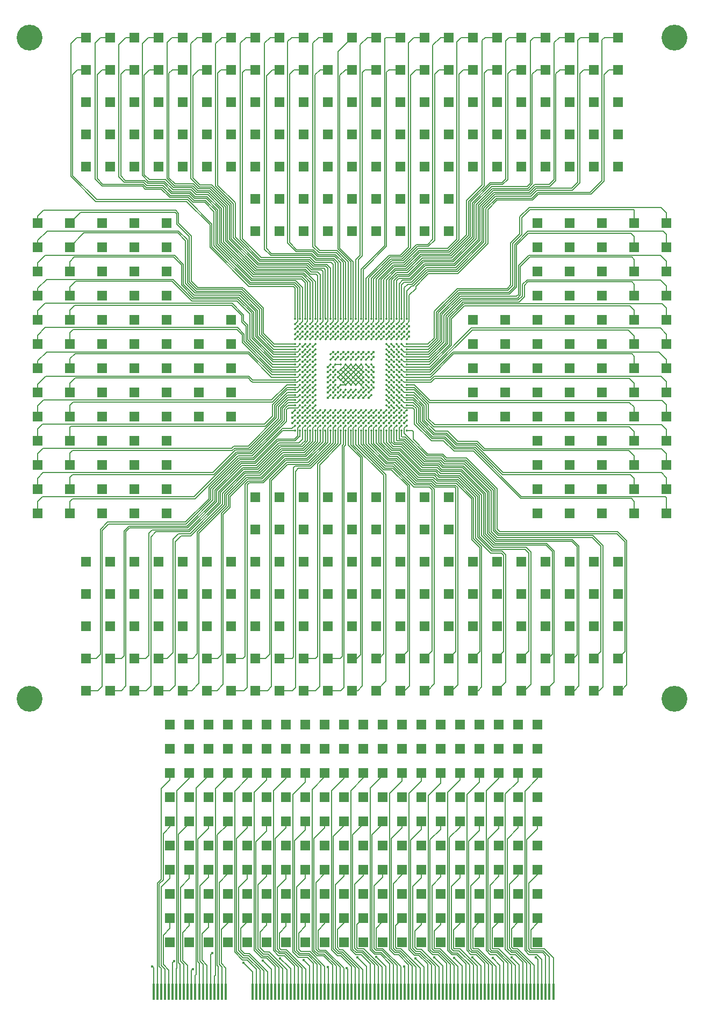
<source format=gtl>
G04 (created by PCBNEW (2012-oct-18)-testing) date Mon 18 Feb 2013 10:37:03 UTC*
%MOIN*%
G04 Gerber Fmt 3.4, Leading zero omitted, Abs format*
%FSLAX34Y34*%
G01*
G70*
G90*
G04 APERTURE LIST*
%ADD10C,0.006*%
%ADD11R,0.0177X0.1003*%
%ADD12R,0.06X0.06*%
%ADD13C,0.16*%
%ADD14C,0.0138*%
%ADD15C,0.0145*%
%ADD16C,0.008*%
G04 APERTURE END LIST*
G54D10*
G54D11*
X108678Y-85367D03*
X108913Y-85367D03*
X109149Y-85367D03*
X109386Y-85367D03*
X109622Y-85367D03*
X109858Y-85367D03*
X110094Y-85367D03*
X110330Y-85367D03*
X110567Y-85367D03*
X110803Y-85367D03*
X111039Y-85367D03*
X111275Y-85367D03*
X111512Y-85367D03*
X111748Y-85367D03*
X111984Y-85367D03*
X112220Y-85367D03*
X112456Y-85367D03*
X112693Y-85367D03*
X112929Y-85367D03*
X113165Y-85367D03*
X114823Y-85367D03*
X115055Y-85367D03*
X115291Y-85367D03*
X115527Y-85367D03*
X115763Y-85367D03*
X116000Y-85367D03*
X116236Y-85367D03*
X116472Y-85367D03*
X116708Y-85367D03*
X116945Y-85367D03*
X117181Y-85367D03*
X117417Y-85367D03*
X117653Y-85367D03*
X117889Y-85367D03*
X118126Y-85367D03*
X118362Y-85367D03*
X118598Y-85367D03*
X118834Y-85367D03*
X119071Y-85367D03*
X119307Y-85367D03*
X119543Y-85367D03*
X119779Y-85367D03*
X120015Y-85367D03*
X120252Y-85367D03*
X120488Y-85367D03*
X120724Y-85367D03*
X120960Y-85367D03*
X121196Y-85367D03*
X121432Y-85367D03*
X121668Y-85367D03*
X121904Y-85367D03*
X122140Y-85367D03*
X122377Y-85367D03*
X122613Y-85367D03*
X122849Y-85367D03*
X123085Y-85367D03*
X123322Y-85367D03*
X123558Y-85367D03*
X123794Y-85367D03*
X124030Y-85367D03*
X124266Y-85367D03*
X124503Y-85367D03*
X124739Y-85367D03*
X124975Y-85367D03*
X125211Y-85367D03*
X125448Y-85367D03*
X125684Y-85367D03*
X125920Y-85367D03*
X126156Y-85367D03*
X126392Y-85367D03*
X126629Y-85367D03*
X126865Y-85367D03*
X127101Y-85367D03*
X127337Y-85367D03*
X127574Y-85367D03*
X127810Y-85367D03*
X128046Y-85367D03*
X128282Y-85367D03*
X128518Y-85367D03*
X128755Y-85367D03*
X128991Y-85367D03*
X129227Y-85367D03*
X129463Y-85367D03*
X129699Y-85367D03*
X129936Y-85367D03*
X130172Y-85367D03*
X130408Y-85367D03*
X130644Y-85367D03*
X130881Y-85367D03*
X131117Y-85367D03*
X131353Y-85367D03*
X131589Y-85367D03*
X131825Y-85367D03*
X132062Y-85367D03*
X132298Y-85367D03*
X132534Y-85367D03*
X132770Y-85367D03*
X133007Y-85367D03*
X133243Y-85367D03*
X133479Y-85367D03*
G54D12*
X109500Y-45200D03*
X109500Y-37700D03*
X109500Y-39200D03*
X109500Y-42200D03*
X109500Y-43700D03*
X109500Y-46700D03*
X107500Y-37700D03*
X107500Y-39200D03*
X107500Y-42200D03*
X107500Y-43700D03*
X107500Y-45200D03*
X107500Y-46700D03*
X101500Y-49700D03*
X101500Y-37700D03*
X101500Y-39200D03*
X101500Y-42200D03*
X101500Y-43700D03*
X101500Y-45200D03*
X101500Y-46700D03*
X137500Y-66700D03*
X137500Y-64700D03*
X137500Y-62700D03*
X137500Y-60700D03*
X137500Y-58700D03*
X136000Y-66700D03*
X136000Y-64700D03*
X136000Y-62700D03*
X136000Y-60700D03*
X105500Y-37700D03*
X105500Y-39200D03*
X105500Y-42200D03*
X105500Y-43700D03*
X105500Y-45200D03*
X105500Y-46700D03*
X103500Y-37700D03*
X103500Y-39200D03*
X103500Y-42200D03*
X103500Y-43700D03*
X103500Y-45200D03*
X103500Y-46700D03*
X136000Y-58700D03*
X115000Y-34200D03*
X122500Y-30200D03*
X121000Y-34200D03*
X121000Y-32200D03*
X121000Y-30200D03*
X119500Y-34200D03*
X119500Y-32200D03*
X119500Y-30200D03*
X118000Y-34200D03*
X118000Y-32200D03*
X118000Y-30200D03*
X116500Y-34200D03*
X116500Y-32200D03*
X116500Y-30200D03*
X122500Y-32200D03*
X115000Y-32200D03*
X115000Y-30200D03*
X113500Y-34200D03*
X113500Y-32200D03*
X113500Y-30200D03*
X112000Y-34200D03*
X112000Y-32200D03*
X112000Y-30200D03*
X110500Y-34200D03*
X110500Y-32200D03*
X110500Y-30200D03*
X109000Y-34200D03*
X109000Y-32200D03*
X128500Y-34200D03*
X136000Y-30200D03*
X134500Y-34200D03*
X134500Y-32200D03*
X134500Y-30200D03*
X133000Y-34200D03*
X133000Y-32200D03*
X133000Y-30200D03*
X131500Y-34200D03*
X131500Y-32200D03*
X131500Y-30200D03*
X130000Y-34200D03*
X130000Y-32200D03*
X130000Y-30200D03*
X109000Y-30200D03*
X128500Y-32200D03*
X128500Y-30200D03*
X127000Y-34200D03*
X127000Y-32200D03*
X127000Y-30200D03*
X125500Y-34200D03*
X125500Y-32200D03*
X125500Y-30200D03*
X124000Y-34200D03*
X124000Y-32200D03*
X124000Y-30200D03*
X122500Y-34200D03*
X125500Y-26200D03*
X110500Y-28200D03*
X109000Y-28200D03*
X107500Y-28200D03*
X106000Y-28200D03*
X104500Y-28200D03*
X137500Y-26200D03*
X136000Y-26200D03*
X134500Y-26200D03*
X133000Y-26200D03*
X131500Y-26200D03*
X130000Y-26200D03*
X127000Y-26200D03*
X128500Y-26200D03*
X112000Y-28200D03*
X124000Y-26200D03*
X122500Y-26200D03*
X121000Y-26200D03*
X119500Y-26200D03*
X116500Y-26200D03*
X118000Y-26200D03*
X115000Y-26200D03*
X113500Y-26200D03*
X112000Y-26200D03*
X110500Y-26200D03*
X109000Y-26200D03*
X106000Y-26200D03*
X107500Y-26200D03*
X131500Y-28200D03*
X107500Y-34200D03*
X107500Y-32200D03*
X107500Y-30200D03*
X106000Y-34200D03*
X106000Y-32200D03*
X106000Y-30200D03*
X104500Y-34200D03*
X104500Y-32200D03*
X104500Y-30200D03*
X137500Y-28200D03*
X136000Y-28200D03*
X134500Y-28200D03*
X133000Y-28200D03*
X136000Y-32200D03*
X130000Y-28200D03*
X128500Y-28200D03*
X127000Y-28200D03*
X125500Y-28200D03*
X124000Y-28200D03*
X122500Y-28200D03*
X121000Y-28200D03*
X119500Y-28200D03*
X118000Y-28200D03*
X116500Y-28200D03*
X115000Y-28200D03*
X113500Y-28200D03*
X122500Y-66700D03*
X127000Y-62700D03*
X127000Y-60700D03*
X127000Y-58700D03*
X125500Y-66700D03*
X125500Y-64700D03*
X125500Y-62700D03*
X125500Y-60700D03*
X125500Y-58700D03*
X124000Y-66700D03*
X124000Y-64700D03*
X124000Y-62700D03*
X124000Y-60700D03*
X124000Y-58700D03*
X127000Y-64700D03*
X122500Y-64700D03*
X122500Y-62700D03*
X122500Y-60700D03*
X122500Y-58700D03*
X121000Y-66700D03*
X121000Y-64700D03*
X121000Y-62700D03*
X121000Y-60700D03*
X121000Y-58700D03*
X119500Y-66700D03*
X119500Y-64700D03*
X119500Y-62700D03*
X119500Y-60700D03*
X131500Y-60700D03*
X134500Y-66700D03*
X134500Y-64700D03*
X134500Y-62700D03*
X134500Y-60700D03*
X134500Y-58700D03*
X133000Y-66700D03*
X133000Y-64700D03*
X133000Y-62700D03*
X133000Y-60700D03*
X133000Y-58700D03*
X131500Y-66700D03*
X131500Y-64700D03*
X131500Y-62700D03*
X119500Y-58700D03*
X131500Y-58700D03*
X130000Y-66700D03*
X130000Y-64700D03*
X130000Y-62700D03*
X130000Y-60700D03*
X130000Y-58700D03*
X128500Y-66700D03*
X128500Y-64700D03*
X128500Y-62700D03*
X128500Y-60700D03*
X128500Y-58700D03*
X127000Y-66700D03*
X106000Y-66700D03*
X110500Y-62700D03*
X110500Y-60700D03*
X110500Y-58700D03*
X109000Y-66700D03*
X109000Y-64700D03*
X109000Y-62700D03*
X109000Y-60700D03*
X109000Y-58700D03*
X107500Y-66700D03*
X107500Y-64700D03*
X107500Y-62700D03*
X107500Y-60700D03*
X107500Y-58700D03*
X110500Y-64700D03*
X106000Y-64700D03*
X106000Y-62700D03*
X106000Y-60700D03*
X106000Y-58700D03*
X104500Y-66700D03*
X104500Y-64700D03*
X104500Y-62700D03*
X104500Y-60700D03*
X104500Y-58700D03*
X137500Y-34200D03*
X137500Y-32200D03*
X137500Y-30200D03*
X136000Y-34200D03*
X115000Y-60700D03*
X118000Y-66700D03*
X118000Y-64700D03*
X118000Y-62700D03*
X118000Y-60700D03*
X118000Y-58700D03*
X116500Y-66700D03*
X116500Y-64700D03*
X116500Y-62700D03*
X116500Y-60700D03*
X116500Y-58700D03*
X115000Y-66700D03*
X115000Y-64700D03*
X115000Y-62700D03*
X104500Y-26200D03*
X115000Y-58700D03*
X113500Y-66700D03*
X113500Y-64700D03*
X113500Y-62700D03*
X113500Y-60700D03*
X113500Y-58700D03*
X112000Y-66700D03*
X112000Y-64700D03*
X112000Y-62700D03*
X112000Y-60700D03*
X112000Y-58700D03*
X110500Y-66700D03*
X134500Y-51200D03*
X132500Y-45200D03*
X132500Y-43700D03*
X132500Y-42200D03*
X132500Y-40700D03*
X132500Y-39200D03*
X132500Y-37700D03*
X134500Y-55700D03*
X136500Y-54200D03*
X134500Y-52700D03*
X132500Y-46700D03*
X134500Y-49700D03*
X134500Y-48200D03*
X134500Y-46700D03*
X134500Y-45200D03*
X134500Y-43700D03*
X134500Y-42200D03*
X134500Y-40700D03*
X134500Y-39200D03*
X134500Y-37700D03*
X127000Y-38200D03*
X125500Y-38200D03*
X125500Y-36200D03*
X127000Y-56700D03*
X127000Y-54700D03*
X130500Y-49700D03*
X130500Y-48200D03*
X130500Y-46700D03*
X130500Y-45200D03*
X130500Y-43700D03*
X136500Y-55700D03*
X127000Y-36200D03*
X132500Y-54200D03*
X132500Y-55700D03*
X134500Y-54200D03*
X132500Y-52700D03*
X132500Y-51200D03*
X132500Y-49700D03*
X132500Y-48200D03*
X140500Y-51200D03*
X138500Y-45200D03*
X138500Y-43700D03*
X138500Y-42200D03*
X138500Y-40700D03*
X138500Y-39200D03*
X138500Y-37700D03*
X140500Y-55700D03*
X101500Y-54200D03*
X140500Y-52700D03*
X138500Y-46700D03*
X140500Y-49700D03*
X140500Y-48200D03*
X140500Y-46700D03*
X140500Y-45200D03*
X140500Y-43700D03*
X140500Y-42200D03*
X140500Y-40700D03*
X140500Y-39200D03*
X140500Y-37700D03*
X136500Y-40700D03*
X138500Y-54200D03*
X136500Y-52700D03*
X136500Y-51200D03*
X136500Y-49700D03*
X136500Y-48200D03*
X136500Y-46700D03*
X136500Y-45200D03*
X136500Y-43700D03*
X136500Y-42200D03*
X128500Y-43700D03*
X136500Y-39200D03*
X136500Y-37700D03*
X138500Y-55700D03*
X140500Y-54200D03*
X138500Y-52700D03*
X138500Y-51200D03*
X138500Y-49700D03*
X138500Y-48200D03*
X109500Y-51200D03*
X107500Y-55700D03*
X109500Y-54200D03*
X107500Y-52700D03*
X107500Y-51200D03*
X107500Y-49700D03*
X107500Y-48200D03*
X107500Y-40700D03*
X109500Y-55700D03*
X109500Y-52700D03*
X105500Y-40700D03*
X109500Y-49700D03*
X109500Y-48200D03*
X109500Y-40700D03*
X115000Y-56700D03*
X115000Y-54700D03*
X111500Y-49700D03*
X111500Y-48200D03*
X111500Y-46700D03*
X111500Y-45200D03*
X103500Y-49700D03*
X103500Y-54200D03*
X101500Y-52700D03*
X101500Y-51200D03*
X101500Y-48200D03*
X101500Y-40700D03*
X103500Y-55700D03*
X105500Y-54200D03*
X103500Y-52700D03*
X103500Y-51200D03*
X111500Y-43700D03*
X103500Y-48200D03*
X103500Y-40700D03*
X105500Y-55700D03*
X107500Y-54200D03*
X105500Y-52700D03*
X105500Y-51200D03*
X105500Y-49700D03*
X105500Y-48200D03*
X124000Y-54700D03*
X121000Y-56700D03*
X121000Y-54700D03*
X121000Y-38200D03*
X121000Y-36200D03*
X122500Y-56700D03*
X122500Y-54700D03*
X122500Y-38200D03*
X122500Y-36200D03*
X124000Y-56700D03*
X119500Y-36200D03*
X124000Y-38200D03*
X124000Y-36200D03*
X125500Y-56700D03*
X125500Y-54700D03*
X128500Y-49700D03*
X128500Y-48200D03*
X128500Y-46700D03*
X128500Y-45200D03*
X116500Y-38200D03*
X115000Y-38200D03*
X115000Y-36200D03*
X116500Y-56700D03*
X116500Y-54700D03*
X113500Y-49700D03*
X113500Y-48200D03*
X113500Y-46700D03*
X113500Y-45200D03*
X113500Y-43700D03*
X101500Y-55700D03*
X116500Y-36200D03*
X118000Y-56700D03*
X118000Y-54700D03*
X118000Y-38200D03*
X118000Y-36200D03*
X119500Y-56700D03*
X119500Y-54700D03*
X119500Y-38200D03*
G54D13*
X101000Y-26200D03*
X141000Y-26200D03*
X101000Y-67200D03*
X141000Y-67200D03*
G54D12*
X125300Y-82300D03*
X124100Y-79300D03*
X124100Y-77800D03*
X124100Y-82300D03*
X124100Y-80800D03*
X125300Y-70300D03*
X125300Y-68800D03*
X125300Y-73300D03*
X125300Y-71800D03*
X125300Y-76300D03*
X125300Y-74800D03*
X125300Y-79300D03*
X125300Y-77800D03*
X124100Y-74800D03*
X125300Y-80800D03*
X126500Y-70300D03*
X126500Y-68800D03*
X126500Y-73300D03*
X126500Y-71800D03*
X126500Y-76300D03*
X126500Y-74800D03*
X126500Y-79300D03*
X126500Y-77800D03*
X126500Y-82300D03*
X126500Y-80800D03*
X122900Y-71800D03*
X121700Y-68800D03*
X121700Y-73300D03*
X121700Y-71800D03*
X121700Y-76300D03*
X121700Y-74800D03*
X121700Y-79300D03*
X121700Y-77800D03*
X121700Y-82300D03*
X121700Y-80800D03*
X122900Y-70300D03*
X122900Y-68800D03*
X122900Y-73300D03*
X127700Y-70300D03*
X122900Y-76300D03*
X122900Y-74800D03*
X122900Y-79300D03*
X122900Y-77800D03*
X122900Y-82300D03*
X122900Y-80800D03*
X124100Y-70300D03*
X124100Y-68800D03*
X124100Y-73300D03*
X124100Y-71800D03*
X124100Y-76300D03*
X131300Y-82300D03*
X130100Y-79300D03*
X130100Y-77800D03*
X130100Y-82300D03*
X130100Y-80800D03*
X131300Y-70300D03*
X131300Y-68800D03*
X131300Y-73300D03*
X131300Y-71800D03*
X131300Y-76300D03*
X131300Y-74800D03*
X131300Y-79300D03*
X131300Y-77800D03*
X130100Y-74800D03*
X131300Y-80800D03*
X132500Y-70300D03*
X132500Y-68800D03*
X132500Y-73300D03*
X132500Y-71800D03*
X132500Y-76300D03*
X132500Y-74800D03*
X132500Y-79300D03*
X132500Y-77800D03*
X132500Y-82300D03*
X132500Y-80800D03*
X128900Y-71800D03*
X127700Y-68800D03*
X127700Y-73300D03*
X127700Y-71800D03*
X127700Y-76300D03*
X127700Y-74800D03*
X127700Y-79300D03*
X127700Y-77800D03*
X127700Y-82300D03*
X127700Y-80800D03*
X128900Y-70300D03*
X128900Y-68800D03*
X128900Y-73300D03*
X121700Y-70300D03*
X128900Y-76300D03*
X128900Y-74800D03*
X128900Y-79300D03*
X128900Y-77800D03*
X128900Y-82300D03*
X128900Y-80800D03*
X130100Y-70300D03*
X130100Y-68800D03*
X130100Y-73300D03*
X130100Y-71800D03*
X130100Y-76300D03*
X113300Y-82300D03*
X112100Y-79300D03*
X112100Y-77800D03*
X112100Y-82300D03*
X112100Y-80800D03*
X113300Y-70300D03*
X113300Y-68800D03*
X113300Y-73300D03*
X113300Y-71800D03*
X113300Y-76300D03*
X113300Y-74800D03*
X113300Y-79300D03*
X113300Y-77800D03*
X112100Y-74800D03*
X113300Y-80800D03*
X114500Y-70300D03*
X114500Y-68800D03*
X114500Y-73300D03*
X114500Y-71800D03*
X114500Y-76300D03*
X114500Y-74800D03*
X114500Y-79300D03*
X114500Y-77800D03*
X114500Y-82300D03*
X114500Y-80800D03*
X110900Y-71800D03*
X109700Y-68800D03*
X109700Y-73300D03*
X109700Y-71800D03*
X109700Y-76300D03*
X109700Y-74800D03*
X109700Y-79300D03*
X109700Y-77800D03*
X109700Y-82300D03*
X109700Y-80800D03*
X110900Y-70300D03*
X110900Y-68800D03*
X110900Y-73300D03*
X115700Y-70300D03*
X110900Y-76300D03*
X110900Y-74800D03*
X110900Y-79300D03*
X110900Y-77800D03*
X110900Y-82300D03*
X110900Y-80800D03*
X112100Y-70300D03*
X112100Y-68800D03*
X112100Y-73300D03*
X112100Y-71800D03*
X112100Y-76300D03*
X119300Y-82300D03*
X118100Y-79300D03*
X118100Y-77800D03*
X118100Y-82300D03*
X118100Y-80800D03*
X119300Y-70300D03*
X119300Y-68800D03*
X119300Y-73300D03*
X119300Y-71800D03*
X119300Y-76300D03*
X119300Y-74800D03*
X119300Y-79300D03*
X119300Y-77800D03*
X118100Y-74800D03*
X119300Y-80800D03*
X120500Y-70300D03*
X120500Y-68800D03*
X120500Y-73300D03*
X120500Y-71800D03*
X120500Y-76300D03*
X120500Y-74800D03*
X120500Y-79300D03*
X120500Y-77800D03*
X120500Y-82300D03*
X120500Y-80800D03*
X116900Y-71800D03*
X115700Y-68800D03*
X115700Y-73300D03*
X115700Y-71800D03*
X115700Y-76300D03*
X115700Y-74800D03*
X115700Y-79300D03*
X115700Y-77800D03*
X115700Y-82300D03*
X115700Y-80800D03*
X116900Y-70300D03*
X116900Y-68800D03*
X116900Y-73300D03*
X109700Y-70300D03*
X116900Y-76300D03*
X116900Y-74800D03*
X116900Y-79300D03*
X116900Y-77800D03*
X116900Y-82300D03*
X116900Y-80800D03*
X118100Y-70300D03*
X118100Y-68800D03*
X118100Y-73300D03*
X118100Y-71800D03*
X118100Y-76300D03*
G54D14*
X119973Y-48376D03*
X119973Y-48061D03*
X119658Y-48376D03*
X119658Y-48061D03*
X121547Y-44912D03*
X120289Y-44912D03*
X119974Y-44912D03*
X119659Y-44912D03*
X119344Y-44912D03*
X119029Y-44912D03*
X118714Y-44912D03*
X118399Y-44912D03*
X118085Y-44912D03*
X117769Y-44912D03*
X117454Y-44912D03*
X120604Y-44912D03*
X120919Y-44912D03*
X121234Y-44912D03*
X122809Y-44912D03*
X122494Y-44912D03*
X122179Y-44912D03*
X121864Y-44912D03*
X123122Y-44912D03*
X124381Y-44912D03*
X123438Y-44912D03*
X123753Y-44912D03*
X124068Y-44912D03*
X124068Y-44598D03*
X123753Y-44598D03*
X123438Y-44598D03*
X124068Y-44284D03*
X123753Y-44284D03*
X123438Y-44284D03*
X124068Y-43969D03*
X123753Y-43969D03*
X123438Y-43969D03*
X124068Y-43653D03*
X123753Y-43653D03*
X123438Y-43653D03*
X124381Y-43653D03*
X124381Y-43968D03*
X124381Y-44283D03*
X124381Y-44598D03*
X123122Y-44598D03*
X123122Y-44283D03*
X123122Y-43968D03*
X123122Y-43653D03*
X121864Y-43653D03*
X122179Y-43653D03*
X122494Y-43653D03*
X122809Y-43653D03*
X122809Y-44598D03*
X122494Y-44598D03*
X122179Y-44598D03*
X122809Y-44284D03*
X122494Y-44284D03*
X122179Y-44284D03*
X122809Y-43969D03*
X122494Y-43969D03*
X122179Y-43969D03*
X121864Y-43969D03*
X121864Y-44284D03*
X121864Y-44598D03*
X121234Y-44598D03*
X120919Y-44598D03*
X120604Y-44598D03*
X121234Y-44284D03*
X120919Y-44284D03*
X120604Y-44284D03*
X121234Y-43969D03*
X120919Y-43969D03*
X120604Y-43969D03*
X121234Y-43653D03*
X120919Y-43653D03*
X120604Y-43653D03*
X117454Y-43653D03*
X117769Y-43653D03*
X118085Y-43653D03*
X118399Y-43653D03*
X118714Y-43653D03*
X119029Y-43653D03*
X119344Y-43653D03*
X119659Y-43653D03*
X119974Y-43653D03*
X120289Y-43653D03*
X117453Y-43969D03*
X117768Y-43969D03*
X118083Y-43969D03*
X118398Y-43969D03*
X118713Y-43969D03*
X119029Y-43969D03*
X119344Y-43969D03*
X119659Y-43969D03*
X119974Y-43969D03*
X120289Y-43969D03*
X117453Y-44284D03*
X117453Y-44598D03*
X117768Y-44284D03*
X118083Y-44284D03*
X118398Y-44284D03*
X118713Y-44284D03*
X119029Y-44284D03*
X119344Y-44284D03*
X119659Y-44284D03*
X119974Y-44284D03*
X120289Y-44284D03*
X117768Y-44598D03*
X118083Y-44598D03*
X118398Y-44598D03*
X118713Y-44598D03*
X119029Y-44598D03*
X119344Y-44598D03*
X119659Y-44598D03*
X119974Y-44598D03*
X120289Y-44598D03*
X121547Y-43653D03*
X121547Y-43968D03*
X121547Y-44283D03*
X121547Y-44598D03*
X121547Y-46172D03*
X121547Y-45857D03*
X119974Y-46172D03*
X119659Y-46172D03*
X118713Y-46172D03*
X118398Y-46172D03*
X118083Y-46172D03*
X117768Y-46172D03*
X119974Y-45858D03*
X119659Y-45858D03*
X118713Y-45858D03*
X118398Y-45858D03*
X118083Y-45858D03*
X117768Y-45858D03*
X117453Y-46172D03*
X117453Y-45858D03*
X118713Y-45543D03*
X118398Y-45543D03*
X118083Y-45543D03*
X117768Y-45543D03*
X117453Y-45543D03*
X118714Y-45227D03*
X118399Y-45227D03*
X118085Y-45227D03*
X117769Y-45227D03*
X117454Y-45227D03*
X121234Y-46172D03*
X120919Y-46172D03*
X120604Y-46172D03*
X121234Y-45858D03*
X120919Y-45858D03*
X120604Y-45858D03*
X120289Y-45858D03*
X120289Y-46172D03*
X122179Y-46172D03*
X122179Y-45858D03*
X121864Y-45858D03*
X121864Y-46172D03*
X123122Y-45227D03*
X123122Y-45542D03*
X123122Y-45857D03*
X123122Y-46172D03*
X124381Y-46172D03*
X124381Y-45857D03*
X124381Y-45542D03*
X124381Y-45227D03*
X123438Y-45227D03*
X123753Y-45227D03*
X124068Y-45227D03*
X124068Y-46172D03*
X123753Y-46172D03*
X123438Y-46172D03*
X124068Y-45858D03*
X123753Y-45858D03*
X123438Y-45858D03*
X124068Y-45543D03*
X123753Y-45543D03*
X123438Y-45543D03*
X124066Y-49322D03*
X123751Y-49322D03*
X123436Y-49322D03*
X123436Y-49006D03*
X124066Y-49006D03*
X123751Y-49006D03*
X124066Y-48690D03*
X123751Y-48690D03*
X123436Y-48690D03*
X124066Y-48376D03*
X123751Y-48376D03*
X123436Y-48376D03*
X124066Y-48061D03*
X123751Y-48061D03*
X123436Y-48061D03*
X124067Y-47747D03*
X123752Y-47747D03*
X123437Y-47747D03*
X124068Y-47431D03*
X123753Y-47431D03*
X123438Y-47431D03*
X124068Y-47117D03*
X123753Y-47117D03*
X123438Y-47117D03*
X124068Y-46802D03*
X123753Y-46802D03*
X123438Y-46802D03*
X124068Y-46486D03*
X123753Y-46486D03*
X123438Y-46486D03*
X123437Y-50266D03*
X123752Y-50266D03*
X124067Y-50266D03*
X123437Y-49951D03*
X123752Y-49951D03*
X124067Y-49951D03*
X123437Y-49636D03*
X123752Y-49636D03*
X124067Y-49636D03*
X124381Y-46486D03*
X124381Y-46801D03*
X124381Y-47116D03*
X124381Y-47431D03*
X124381Y-47746D03*
X124381Y-48061D03*
X124381Y-48376D03*
X124381Y-48690D03*
X124381Y-49005D03*
X124381Y-49320D03*
X124381Y-49635D03*
X124381Y-49950D03*
X124381Y-50265D03*
X124381Y-50580D03*
X123436Y-50580D03*
X123751Y-50580D03*
X124066Y-50580D03*
X123122Y-50580D03*
X123122Y-50265D03*
X123122Y-49950D03*
X123122Y-49635D03*
X123122Y-49320D03*
X123122Y-49005D03*
X123122Y-48690D03*
X123122Y-48376D03*
X123122Y-48061D03*
X123122Y-47746D03*
X123122Y-47431D03*
X123122Y-47116D03*
X123122Y-46801D03*
X123122Y-46486D03*
X121864Y-46486D03*
X122179Y-46486D03*
X122807Y-49322D03*
X122492Y-49322D03*
X122177Y-49322D03*
X122177Y-48376D03*
X122177Y-48061D03*
X122178Y-47747D03*
X122179Y-47431D03*
X122179Y-47117D03*
X122179Y-46802D03*
X121864Y-46802D03*
X121864Y-47117D03*
X121864Y-47431D03*
X121863Y-47747D03*
X121862Y-48061D03*
X121862Y-48376D03*
X121862Y-49322D03*
X121863Y-50266D03*
X122178Y-50266D03*
X122493Y-50266D03*
X122808Y-50266D03*
X121863Y-49951D03*
X122178Y-49951D03*
X122493Y-49951D03*
X122808Y-49951D03*
X121863Y-49636D03*
X122178Y-49636D03*
X122493Y-49636D03*
X122808Y-49636D03*
X121862Y-50580D03*
X122177Y-50580D03*
X122492Y-50580D03*
X122807Y-50580D03*
X117454Y-50267D03*
X117454Y-49951D03*
X117454Y-49635D03*
X121232Y-49322D03*
X120917Y-49322D03*
X120602Y-49322D03*
X121232Y-48376D03*
X120917Y-48376D03*
X120602Y-48376D03*
X121232Y-48061D03*
X120917Y-48061D03*
X120602Y-48061D03*
X121233Y-47747D03*
X120918Y-47747D03*
X120603Y-47747D03*
X121234Y-47431D03*
X120919Y-47431D03*
X120604Y-47431D03*
X121234Y-47117D03*
X120919Y-47117D03*
X120604Y-47117D03*
X121234Y-46802D03*
X120919Y-46802D03*
X120604Y-46802D03*
X121234Y-46486D03*
X120919Y-46486D03*
X120604Y-46486D03*
X117454Y-46486D03*
X117769Y-46486D03*
X118085Y-46486D03*
X118399Y-46486D03*
X118714Y-46486D03*
X119659Y-46486D03*
X119974Y-46486D03*
X120289Y-46486D03*
X117453Y-46802D03*
X117768Y-46802D03*
X118083Y-46802D03*
X118398Y-46802D03*
X118713Y-46802D03*
X119659Y-46802D03*
X119974Y-46802D03*
X120289Y-46802D03*
X117453Y-47117D03*
X117453Y-47431D03*
X117454Y-47747D03*
X117454Y-48061D03*
X117454Y-48376D03*
X117454Y-48690D03*
X117454Y-49006D03*
X117454Y-49322D03*
X117768Y-47117D03*
X118083Y-47117D03*
X118398Y-47117D03*
X118713Y-47117D03*
X119659Y-47117D03*
X119974Y-47117D03*
X120289Y-47117D03*
X117768Y-47431D03*
X118083Y-47431D03*
X118398Y-47431D03*
X118713Y-47431D03*
X119659Y-47431D03*
X119974Y-47431D03*
X120289Y-47431D03*
X117769Y-47747D03*
X118084Y-47747D03*
X118399Y-47747D03*
X120288Y-47747D03*
X117769Y-48061D03*
X118084Y-48061D03*
X118398Y-48061D03*
X120287Y-48061D03*
X117769Y-48376D03*
X118084Y-48376D03*
X118398Y-48376D03*
X120287Y-48376D03*
X117769Y-48690D03*
X118084Y-48690D03*
X118398Y-48690D03*
X117769Y-49006D03*
X118084Y-49006D03*
X118398Y-49006D03*
X117769Y-49322D03*
X118084Y-49322D03*
X118398Y-49322D03*
X118713Y-49322D03*
X119028Y-49322D03*
X119343Y-49322D03*
X119657Y-49322D03*
X119972Y-49322D03*
X120287Y-49322D03*
X117768Y-50266D03*
X118083Y-50266D03*
X118398Y-50266D03*
X118713Y-50266D03*
X119028Y-50266D03*
X119343Y-50266D03*
X119658Y-50266D03*
X119973Y-50266D03*
X120288Y-50266D03*
X120603Y-50266D03*
X120918Y-50266D03*
X121233Y-50266D03*
X117768Y-49951D03*
X118083Y-49951D03*
X118398Y-49951D03*
X118713Y-49951D03*
X119028Y-49951D03*
X119343Y-49951D03*
X119658Y-49951D03*
X119973Y-49951D03*
X120288Y-49951D03*
X120603Y-49951D03*
X120918Y-49951D03*
X121233Y-49951D03*
X117768Y-49636D03*
X118083Y-49636D03*
X118398Y-49636D03*
X118713Y-49636D03*
X119028Y-49636D03*
X119343Y-49636D03*
X119658Y-49636D03*
X119973Y-49636D03*
X120288Y-49636D03*
X120603Y-49636D03*
X120918Y-49636D03*
X121233Y-49636D03*
X121547Y-46486D03*
X121547Y-46801D03*
X121547Y-47116D03*
X121547Y-47431D03*
X121547Y-47746D03*
X121547Y-48061D03*
X121547Y-48376D03*
X121547Y-49320D03*
X121547Y-49635D03*
X121547Y-49950D03*
X121547Y-50265D03*
X121547Y-50580D03*
X117453Y-50580D03*
X117768Y-50580D03*
X118083Y-50580D03*
X118398Y-50580D03*
X118713Y-50580D03*
X119028Y-50580D03*
X119343Y-50580D03*
X119657Y-50580D03*
X119972Y-50580D03*
X120287Y-50580D03*
X120602Y-50580D03*
X120917Y-50580D03*
X121232Y-50580D03*
X118713Y-47746D03*
X119657Y-47746D03*
X119972Y-47746D03*
X118713Y-48061D03*
X118713Y-48376D03*
X118713Y-48690D03*
X118713Y-49005D03*
G54D15*
X117925Y-48845D03*
X117925Y-49160D03*
X118240Y-49165D03*
X118555Y-48850D03*
X118240Y-48850D03*
X123280Y-49162D03*
X123596Y-49164D03*
X123910Y-49164D03*
X118555Y-47590D03*
X118555Y-47905D03*
X118240Y-47905D03*
X117925Y-47905D03*
X118240Y-47590D03*
X117925Y-47590D03*
X118240Y-48220D03*
X117925Y-48530D03*
X118240Y-48530D03*
X118555Y-48530D03*
X118555Y-48220D03*
X117925Y-48220D03*
X123280Y-47590D03*
X123596Y-47588D03*
X123910Y-47588D03*
X123910Y-46960D03*
X123596Y-46960D03*
X123280Y-46958D03*
X123910Y-47904D03*
X123280Y-47274D03*
X123596Y-47274D03*
X123910Y-47272D03*
X123910Y-48532D03*
X123596Y-48532D03*
X123280Y-48532D03*
X123282Y-48848D03*
X123596Y-48848D03*
X123910Y-48848D03*
X123596Y-48218D03*
X123596Y-47904D03*
X123280Y-47906D03*
X123280Y-48218D03*
X123910Y-48218D03*
X123280Y-49480D03*
X123595Y-49790D03*
X123595Y-50105D03*
X123280Y-49790D03*
X123280Y-50105D03*
X124225Y-49790D03*
X123910Y-49480D03*
X123910Y-49790D03*
X123910Y-50105D03*
X124225Y-50105D03*
X123595Y-49480D03*
X122335Y-49480D03*
X122340Y-49790D03*
X122335Y-50105D03*
X122020Y-50105D03*
X122965Y-49480D03*
X122965Y-50105D03*
X122965Y-49790D03*
X122650Y-49480D03*
X122650Y-49790D03*
X122650Y-50105D03*
X118240Y-46645D03*
X117925Y-46645D03*
X118555Y-46645D03*
X118555Y-46330D03*
X118240Y-46330D03*
X117925Y-46330D03*
X118555Y-47275D03*
X118240Y-47275D03*
X117925Y-47275D03*
X118555Y-46960D03*
X118240Y-46960D03*
X117925Y-46960D03*
X118240Y-45385D03*
X117925Y-45700D03*
X118556Y-45385D03*
X117925Y-45385D03*
X124220Y-49475D03*
X117925Y-46015D03*
X118555Y-46015D03*
X118240Y-46015D03*
X118555Y-45700D03*
X118240Y-45700D03*
X119500Y-47905D03*
X122336Y-46958D03*
X122020Y-46644D03*
X122334Y-46644D03*
X119815Y-47905D03*
X119815Y-47590D03*
X119500Y-47590D03*
X119815Y-47275D03*
X119500Y-47275D03*
X118242Y-44754D03*
X122338Y-47904D03*
X122022Y-47904D03*
X122336Y-47590D03*
X122022Y-47588D03*
X122022Y-47274D03*
X122338Y-47274D03*
X122022Y-46960D03*
X120760Y-48220D03*
X121390Y-48220D03*
X121390Y-48535D03*
X121075Y-48535D03*
X121075Y-48215D03*
X121705Y-48535D03*
X120760Y-48535D03*
X120445Y-48220D03*
X120445Y-48530D03*
X119815Y-46960D03*
X119500Y-46960D03*
X119815Y-46645D03*
X119500Y-46645D03*
X122020Y-48220D03*
X122020Y-48535D03*
X121705Y-48215D03*
X124210Y-83820D03*
X122500Y-83220D03*
X121340Y-83250D03*
X120670Y-83930D03*
X119490Y-83850D03*
X129720Y-83290D03*
X128460Y-83260D03*
X127320Y-83280D03*
X126090Y-83250D03*
X124910Y-83300D03*
X111130Y-83970D03*
X109950Y-83490D03*
X108600Y-83800D03*
X117980Y-83410D03*
X116530Y-83300D03*
X120135Y-48220D03*
X115460Y-83450D03*
X114250Y-83570D03*
X112320Y-82970D03*
X123280Y-45384D03*
X123594Y-45384D03*
X123908Y-45384D03*
X123908Y-45700D03*
X123594Y-45700D03*
X123596Y-46644D03*
X123910Y-46330D03*
X123280Y-46646D03*
X123910Y-46644D03*
X123280Y-45700D03*
X123278Y-46014D03*
X123594Y-46014D03*
X123908Y-46014D03*
X123278Y-46330D03*
X123594Y-46328D03*
X122018Y-46016D03*
X122020Y-45700D03*
X121702Y-46014D03*
X121704Y-45700D03*
X121388Y-46014D03*
X121390Y-45700D03*
X121074Y-46014D03*
X121074Y-45700D03*
X120760Y-46014D03*
X119500Y-48215D03*
X120130Y-48535D03*
X119815Y-48215D03*
X119815Y-48535D03*
X119500Y-48535D03*
X122334Y-46016D03*
X122336Y-45698D03*
X120130Y-46016D03*
X120760Y-45700D03*
X120444Y-46014D03*
X120444Y-45700D03*
X120130Y-45700D03*
X119816Y-46016D03*
X119816Y-45700D03*
X121705Y-47903D03*
X120130Y-47903D03*
X118555Y-49165D03*
X121390Y-46644D03*
X121706Y-47588D03*
X121390Y-47590D03*
X121076Y-47588D03*
X120760Y-47588D03*
X120446Y-47588D03*
X121706Y-47274D03*
X121390Y-47274D03*
X121076Y-47274D03*
X120762Y-47274D03*
X120448Y-47274D03*
X120132Y-47274D03*
X121706Y-46960D03*
X121390Y-46960D03*
X121078Y-46958D03*
X120762Y-46960D03*
X120132Y-46958D03*
X120446Y-46958D03*
X121076Y-46644D03*
X120760Y-46644D03*
X118555Y-44125D03*
X118555Y-44440D03*
X118556Y-44754D03*
X118870Y-44125D03*
X117925Y-44125D03*
X117925Y-44440D03*
X117926Y-44754D03*
X118240Y-44125D03*
X118240Y-44440D03*
X119816Y-44754D03*
X119816Y-44440D03*
X119816Y-44126D03*
X119500Y-44754D03*
X119500Y-44440D03*
X119500Y-44124D03*
X120130Y-44754D03*
X120444Y-44754D03*
X120446Y-44440D03*
X120446Y-44124D03*
X120130Y-44440D03*
X120130Y-44126D03*
X117610Y-44125D03*
X117610Y-44440D03*
X117612Y-44754D03*
X119186Y-44124D03*
X119186Y-44754D03*
X119186Y-44438D03*
X118870Y-44754D03*
X118870Y-44440D03*
X118870Y-50105D03*
X119185Y-50105D03*
X118870Y-49790D03*
X118870Y-49480D03*
X118555Y-49480D03*
X119500Y-49790D03*
X119500Y-50105D03*
X118555Y-49790D03*
X119500Y-49480D03*
X119185Y-49480D03*
X119185Y-49790D03*
X117925Y-49790D03*
X117925Y-50105D03*
X117610Y-50105D03*
X117925Y-49480D03*
X117295Y-49790D03*
X118555Y-50105D03*
X118240Y-50105D03*
X118240Y-49790D03*
X118240Y-49480D03*
X121390Y-49790D03*
X121390Y-50105D03*
X121075Y-50105D03*
X121075Y-49790D03*
X121075Y-49480D03*
X121705Y-50105D03*
X122020Y-49790D03*
X122020Y-49480D03*
X121705Y-49790D03*
X121705Y-49480D03*
X121390Y-49480D03*
X120130Y-49475D03*
X120130Y-49790D03*
X120130Y-50105D03*
X119820Y-49480D03*
X119815Y-49790D03*
X119820Y-50105D03*
X120445Y-49480D03*
X120760Y-50105D03*
X120760Y-49795D03*
X120760Y-49480D03*
X117610Y-49795D03*
X120445Y-49790D03*
X120445Y-50105D03*
X122020Y-44440D03*
X122020Y-44124D03*
X122020Y-44754D03*
X121706Y-44754D03*
X121704Y-44440D03*
X121706Y-44124D03*
X122650Y-44754D03*
X122650Y-44124D03*
X122650Y-44440D03*
X122336Y-44754D03*
X122336Y-44440D03*
X122336Y-44124D03*
X120760Y-44440D03*
X121076Y-44440D03*
X121076Y-44124D03*
X120760Y-44754D03*
X120760Y-44124D03*
X121390Y-44126D03*
X121390Y-44440D03*
X121390Y-44754D03*
X121076Y-44754D03*
X124224Y-44124D03*
X124224Y-44440D03*
X124224Y-44756D03*
X123908Y-44754D03*
X123910Y-44440D03*
X117610Y-49480D03*
X117295Y-49480D03*
X117295Y-50105D03*
X124542Y-44754D03*
X124538Y-44440D03*
X124538Y-44126D03*
X122966Y-44756D03*
X123280Y-44440D03*
X123280Y-44126D03*
X122964Y-44440D03*
X122964Y-44126D03*
X123910Y-44124D03*
X123594Y-44124D03*
X123594Y-44440D03*
X123594Y-44754D03*
X123280Y-44754D03*
X130890Y-83250D03*
X132400Y-83260D03*
G54D16*
X118080Y-48690D02*
X118083Y-48690D01*
X117925Y-48845D02*
X118080Y-48690D01*
X118079Y-49006D02*
X118085Y-49006D01*
X117925Y-49160D02*
X118079Y-49006D01*
X118240Y-49165D02*
X118399Y-49006D01*
X118713Y-48692D02*
X118713Y-48690D01*
X118555Y-48850D02*
X118713Y-48692D01*
X118398Y-48692D02*
X118398Y-48690D01*
X118240Y-48850D02*
X118398Y-48692D01*
X117608Y-48850D02*
X117768Y-48690D01*
X117030Y-48850D02*
X117608Y-48850D01*
X116665Y-49215D02*
X117030Y-48850D01*
X116665Y-49945D02*
X116665Y-49215D01*
X114700Y-51909D02*
X116665Y-49945D01*
X113820Y-51909D02*
X114700Y-51909D01*
X112415Y-53315D02*
X113820Y-51909D01*
X103675Y-53315D02*
X112415Y-53315D01*
X103500Y-53490D02*
X103675Y-53315D01*
X103500Y-54200D02*
X103500Y-53490D01*
X117453Y-48690D02*
X117020Y-48690D01*
X117020Y-48690D02*
X116545Y-49165D01*
X116545Y-49165D02*
X116545Y-49895D01*
X116545Y-49895D02*
X114651Y-51789D01*
X114651Y-51789D02*
X113771Y-51789D01*
X113771Y-51789D02*
X112366Y-53194D01*
X112366Y-53194D02*
X101840Y-53194D01*
X101840Y-53194D02*
X101500Y-53535D01*
X101500Y-53535D02*
X101500Y-54200D01*
X116996Y-48375D02*
X117453Y-48375D01*
X116305Y-49066D02*
X116996Y-48375D01*
X116305Y-49796D02*
X116305Y-49066D01*
X114551Y-51549D02*
X116305Y-49796D01*
X113671Y-51549D02*
X114551Y-51549D01*
X113526Y-51694D02*
X113671Y-51549D01*
X101835Y-51694D02*
X113526Y-51694D01*
X101500Y-52030D02*
X101835Y-51694D01*
X101500Y-52700D02*
X101500Y-52030D01*
X117613Y-48530D02*
X117768Y-48375D01*
X117011Y-48530D02*
X117613Y-48530D01*
X116425Y-49115D02*
X117011Y-48530D01*
X116425Y-49846D02*
X116425Y-49115D01*
X114601Y-51669D02*
X116425Y-49846D01*
X113721Y-51669D02*
X114601Y-51669D01*
X113576Y-51815D02*
X113721Y-51669D01*
X103675Y-51815D02*
X113576Y-51815D01*
X103500Y-51990D02*
X103675Y-51815D01*
X103500Y-52700D02*
X103500Y-51990D01*
X124227Y-49165D02*
X124068Y-49006D01*
X124760Y-49165D02*
X124227Y-49165D01*
X124874Y-49279D02*
X124760Y-49165D01*
X124874Y-50179D02*
X124874Y-49279D01*
X125910Y-51215D02*
X124874Y-50179D01*
X126675Y-51215D02*
X125910Y-51215D01*
X127310Y-51850D02*
X126675Y-51215D01*
X128515Y-51850D02*
X127310Y-51850D01*
X131455Y-54790D02*
X128515Y-51850D01*
X138320Y-54790D02*
X131455Y-54790D01*
X138500Y-54970D02*
X138320Y-54790D01*
X138500Y-55700D02*
X138500Y-54970D01*
X124381Y-48691D02*
X124795Y-48691D01*
X124795Y-48691D02*
X125235Y-49130D01*
X125235Y-49130D02*
X125235Y-50030D01*
X125235Y-50030D02*
X126059Y-50854D01*
X126059Y-50854D02*
X126824Y-50854D01*
X126824Y-50854D02*
X127459Y-51489D01*
X127459Y-51489D02*
X128664Y-51489D01*
X128664Y-51489D02*
X130369Y-53194D01*
X130369Y-53194D02*
X140194Y-53194D01*
X140194Y-53194D02*
X140500Y-53500D01*
X140500Y-53500D02*
X140500Y-54200D01*
X123124Y-49006D02*
X123122Y-49006D01*
X123280Y-49162D02*
X123124Y-49006D01*
X123596Y-49164D02*
X123438Y-49006D01*
X123753Y-49007D02*
X123753Y-49006D01*
X123910Y-49164D02*
X123753Y-49007D01*
X124771Y-49006D02*
X124381Y-49006D01*
X124995Y-49230D02*
X124771Y-49006D01*
X124995Y-50130D02*
X124995Y-49230D01*
X125960Y-51095D02*
X124995Y-50130D01*
X126725Y-51095D02*
X125960Y-51095D01*
X127360Y-51730D02*
X126725Y-51095D01*
X128565Y-51730D02*
X127360Y-51730D01*
X131505Y-54670D02*
X128565Y-51730D01*
X140420Y-54670D02*
X131505Y-54670D01*
X140500Y-54750D02*
X140420Y-54670D01*
X140500Y-55700D02*
X140500Y-54750D01*
X116245Y-50535D02*
X116785Y-49995D01*
X116785Y-49265D02*
X116920Y-49130D01*
X116785Y-49995D02*
X116785Y-49265D01*
X117044Y-49006D02*
X116920Y-49130D01*
X117454Y-49006D02*
X117044Y-49006D01*
X111205Y-54695D02*
X110295Y-54695D01*
X113870Y-52029D02*
X111205Y-54695D01*
X114750Y-52029D02*
X113870Y-52029D01*
X116245Y-50535D02*
X114750Y-52029D01*
X110295Y-54695D02*
X110355Y-54695D01*
X101500Y-55700D02*
X101500Y-54975D01*
X101780Y-54695D02*
X110295Y-54695D01*
X101500Y-54975D02*
X101780Y-54695D01*
X114375Y-52149D02*
X114800Y-52149D01*
X114800Y-52149D02*
X116930Y-50020D01*
X116930Y-49290D02*
X116962Y-49257D01*
X116930Y-50020D02*
X116930Y-49290D01*
X117610Y-49165D02*
X117769Y-49006D01*
X117055Y-49165D02*
X117610Y-49165D01*
X116962Y-49257D02*
X117055Y-49165D01*
X114800Y-52149D02*
X115670Y-51280D01*
X115670Y-51280D02*
X115700Y-51250D01*
X103500Y-55700D02*
X103500Y-54980D01*
X113920Y-52149D02*
X114375Y-52149D01*
X111255Y-54815D02*
X113920Y-52149D01*
X103665Y-54815D02*
X111255Y-54815D01*
X103500Y-54980D02*
X103665Y-54815D01*
X118713Y-47432D02*
X118713Y-47431D01*
X118555Y-47590D02*
X118713Y-47432D01*
X118713Y-47747D02*
X118714Y-47747D01*
X118555Y-47905D02*
X118713Y-47747D01*
X118398Y-47747D02*
X118399Y-47747D01*
X118240Y-47905D02*
X118398Y-47747D01*
X118083Y-47747D02*
X118085Y-47747D01*
X117925Y-47905D02*
X118083Y-47747D01*
X117616Y-47900D02*
X117769Y-47747D01*
X116962Y-47900D02*
X117616Y-47900D01*
X116047Y-48815D02*
X116962Y-47900D01*
X103690Y-48815D02*
X116047Y-48815D01*
X103500Y-49005D02*
X103690Y-48815D01*
X103500Y-49700D02*
X103500Y-49005D01*
X117454Y-47747D02*
X116945Y-47747D01*
X116945Y-47747D02*
X115997Y-48694D01*
X115997Y-48694D02*
X101850Y-48694D01*
X101850Y-48694D02*
X101500Y-49045D01*
X101500Y-49045D02*
X101500Y-49700D01*
X118398Y-47432D02*
X118398Y-47431D01*
X118240Y-47590D02*
X118398Y-47432D01*
X118083Y-47432D02*
X118083Y-47431D01*
X117925Y-47590D02*
X118083Y-47432D01*
X117040Y-47590D02*
X114810Y-47590D01*
X114810Y-47590D02*
X114732Y-47512D01*
X117609Y-47590D02*
X117768Y-47431D01*
X117040Y-47590D02*
X117609Y-47590D01*
X103500Y-48200D02*
X103500Y-47655D01*
X114545Y-47325D02*
X114732Y-47512D01*
X103830Y-47325D02*
X114545Y-47325D01*
X103500Y-47655D02*
X103830Y-47325D01*
X118398Y-48062D02*
X118398Y-48061D01*
X118240Y-48220D02*
X118398Y-48062D01*
X118080Y-48375D02*
X118083Y-48375D01*
X117925Y-48530D02*
X118080Y-48375D01*
X118395Y-48375D02*
X118398Y-48375D01*
X118240Y-48530D02*
X118395Y-48375D01*
X118710Y-48375D02*
X118713Y-48375D01*
X118555Y-48530D02*
X118710Y-48375D01*
X118713Y-48062D02*
X118713Y-48061D01*
X118555Y-48220D02*
X118713Y-48062D01*
X118083Y-48062D02*
X118083Y-48061D01*
X117925Y-48220D02*
X118083Y-48062D01*
X117609Y-48220D02*
X117768Y-48061D01*
X116981Y-48220D02*
X117609Y-48220D01*
X116185Y-49016D02*
X116981Y-48220D01*
X116185Y-49746D02*
X116185Y-49016D01*
X115617Y-50315D02*
X116185Y-49746D01*
X103565Y-50315D02*
X115617Y-50315D01*
X103500Y-50380D02*
X103565Y-50315D01*
X103500Y-51200D02*
X103500Y-50380D01*
X117453Y-48061D02*
X116971Y-48061D01*
X116971Y-48061D02*
X116065Y-48966D01*
X116065Y-48966D02*
X116065Y-49697D01*
X116065Y-49697D02*
X115567Y-50194D01*
X115567Y-50194D02*
X101790Y-50194D01*
X101790Y-50194D02*
X101500Y-50485D01*
X101500Y-50485D02*
X101500Y-51200D01*
X124800Y-47590D02*
X125885Y-47590D01*
X125885Y-47590D02*
X125967Y-47507D01*
X124227Y-47590D02*
X124068Y-47431D01*
X124800Y-47590D02*
X124227Y-47590D01*
X138500Y-48200D02*
X138500Y-47640D01*
X126140Y-47335D02*
X125967Y-47507D01*
X138195Y-47335D02*
X126140Y-47335D01*
X138500Y-47640D02*
X138195Y-47335D01*
X140500Y-46700D02*
X140500Y-46190D01*
X125848Y-47117D02*
X124381Y-47117D01*
X127255Y-45709D02*
X125848Y-47117D01*
X140019Y-45709D02*
X127255Y-45709D01*
X140500Y-46190D02*
X140019Y-45709D01*
X123280Y-47590D02*
X123122Y-47432D01*
X123439Y-47431D02*
X123438Y-47431D01*
X123596Y-47588D02*
X123439Y-47431D01*
X123910Y-47588D02*
X123753Y-47431D01*
X125873Y-47432D02*
X124381Y-47432D01*
X126090Y-47214D02*
X125873Y-47432D01*
X140174Y-47214D02*
X126090Y-47214D01*
X140500Y-47540D02*
X140174Y-47214D01*
X140500Y-48200D02*
X140500Y-47540D01*
X124381Y-47747D02*
X124869Y-47747D01*
X124869Y-47747D02*
X125837Y-48714D01*
X125837Y-48714D02*
X140224Y-48714D01*
X140224Y-48714D02*
X140500Y-48990D01*
X140500Y-48990D02*
X140500Y-49700D01*
X124226Y-47905D02*
X124068Y-47747D01*
X124857Y-47905D02*
X124226Y-47905D01*
X125787Y-48835D02*
X124857Y-47905D01*
X138205Y-48835D02*
X125787Y-48835D01*
X138500Y-49130D02*
X138205Y-48835D01*
X138500Y-49700D02*
X138500Y-49130D01*
X140500Y-45200D02*
X140500Y-44600D01*
X140500Y-44600D02*
X140119Y-44219D01*
X140119Y-44219D02*
X128406Y-44219D01*
X128406Y-44219D02*
X125824Y-46802D01*
X125824Y-46802D02*
X124381Y-46802D01*
X138500Y-45200D02*
X138500Y-44725D01*
X138500Y-44725D02*
X138115Y-44340D01*
X138115Y-44340D02*
X128456Y-44340D01*
X128456Y-44340D02*
X125836Y-46960D01*
X125836Y-46960D02*
X124226Y-46960D01*
X124226Y-46960D02*
X124068Y-46802D01*
X123753Y-46803D02*
X123753Y-46802D01*
X123910Y-46960D02*
X123753Y-46803D01*
X123596Y-46960D02*
X123438Y-46802D01*
X123124Y-46802D02*
X123122Y-46802D01*
X123280Y-46958D02*
X123124Y-46802D01*
X123910Y-47904D02*
X123753Y-47747D01*
X123123Y-47117D02*
X123122Y-47117D01*
X123280Y-47274D02*
X123123Y-47117D01*
X123596Y-47274D02*
X123438Y-47116D01*
X123754Y-47116D02*
X123753Y-47116D01*
X123910Y-47272D02*
X123754Y-47116D01*
X138500Y-46700D02*
X138500Y-45965D01*
X124227Y-47275D02*
X124068Y-47116D01*
X125860Y-47275D02*
X124227Y-47275D01*
X127305Y-45830D02*
X125860Y-47275D01*
X138365Y-45830D02*
X127305Y-45830D01*
X138500Y-45965D02*
X138365Y-45830D01*
X124381Y-48376D02*
X124819Y-48376D01*
X124819Y-48376D02*
X125475Y-49031D01*
X125475Y-49031D02*
X125475Y-49931D01*
X125475Y-49931D02*
X126158Y-50614D01*
X126158Y-50614D02*
X126923Y-50614D01*
X126923Y-50614D02*
X127558Y-51249D01*
X127558Y-51249D02*
X128763Y-51249D01*
X129213Y-51699D02*
X139355Y-51699D01*
X128763Y-51249D02*
X129213Y-51699D01*
X139355Y-51699D02*
X140184Y-51699D01*
X140184Y-51699D02*
X140500Y-52015D01*
X140500Y-52015D02*
X140500Y-52700D01*
X124228Y-48535D02*
X124068Y-48375D01*
X124809Y-48535D02*
X124228Y-48535D01*
X125355Y-49080D02*
X124809Y-48535D01*
X125355Y-49980D02*
X125355Y-49080D01*
X126109Y-50734D02*
X125355Y-49980D01*
X126874Y-50734D02*
X126109Y-50734D01*
X127509Y-51369D02*
X126874Y-50734D01*
X128714Y-51369D02*
X127509Y-51369D01*
X129164Y-51820D02*
X128714Y-51369D01*
X138165Y-51820D02*
X129164Y-51820D01*
X138500Y-52155D02*
X138165Y-51820D01*
X138500Y-52700D02*
X138500Y-52155D01*
X123910Y-48532D02*
X123753Y-48375D01*
X123439Y-48375D02*
X123438Y-48375D01*
X123596Y-48532D02*
X123439Y-48375D01*
X123124Y-48376D02*
X123122Y-48376D01*
X123280Y-48532D02*
X123124Y-48376D01*
X123125Y-48691D02*
X123122Y-48691D01*
X123282Y-48848D02*
X123125Y-48691D01*
X123596Y-48848D02*
X123438Y-48690D01*
X123753Y-48691D02*
X123753Y-48690D01*
X123910Y-48848D02*
X123753Y-48691D01*
X124068Y-48690D02*
X124228Y-48850D01*
X124784Y-48850D02*
X124228Y-48850D01*
X125115Y-49180D02*
X124784Y-48850D01*
X125115Y-50080D02*
X125115Y-49180D01*
X126009Y-50974D02*
X125115Y-50080D01*
X126774Y-50974D02*
X126009Y-50974D01*
X127409Y-51609D02*
X126774Y-50974D01*
X128614Y-51609D02*
X127409Y-51609D01*
X130319Y-53315D02*
X128614Y-51609D01*
X138265Y-53315D02*
X130319Y-53315D01*
X138500Y-53550D02*
X138265Y-53315D01*
X138500Y-53550D02*
X138500Y-54200D01*
X123439Y-48061D02*
X123438Y-48061D01*
X123596Y-48218D02*
X123439Y-48061D01*
X123439Y-47747D02*
X123438Y-47747D01*
X123596Y-47904D02*
X123439Y-47747D01*
X123122Y-47748D02*
X123122Y-47747D01*
X123280Y-47906D02*
X123122Y-47748D01*
X123123Y-48061D02*
X123122Y-48061D01*
X123280Y-48218D02*
X123123Y-48061D01*
X117070Y-47431D02*
X114820Y-47431D01*
X114820Y-47431D02*
X114727Y-47337D01*
X114594Y-47204D02*
X114727Y-47337D01*
X102005Y-47204D02*
X114594Y-47204D01*
X117070Y-47431D02*
X117453Y-47431D01*
X101500Y-47710D02*
X102005Y-47204D01*
X101500Y-48200D02*
X101500Y-47710D01*
X123910Y-48218D02*
X123753Y-48061D01*
X124227Y-48220D02*
X124068Y-48061D01*
X124833Y-48220D02*
X124227Y-48220D01*
X125595Y-48981D02*
X124833Y-48220D01*
X125595Y-49881D02*
X125595Y-48981D01*
X126063Y-50350D02*
X125595Y-49881D01*
X138200Y-50350D02*
X126063Y-50350D01*
X138500Y-50650D02*
X138200Y-50350D01*
X138500Y-51200D02*
X138500Y-50650D01*
X124381Y-48061D02*
X124844Y-48061D01*
X124844Y-48061D02*
X125715Y-48931D01*
X125715Y-48931D02*
X125715Y-49831D01*
X125715Y-49831D02*
X126113Y-50229D01*
X126113Y-50229D02*
X140204Y-50229D01*
X140204Y-50229D02*
X140500Y-50525D01*
X140500Y-50525D02*
X140500Y-51200D01*
X123438Y-49322D02*
X123438Y-49321D01*
X123280Y-49480D02*
X123438Y-49322D01*
X123750Y-49635D02*
X123753Y-49635D01*
X123595Y-49790D02*
X123750Y-49635D01*
X123751Y-49949D02*
X123753Y-49949D01*
X123595Y-50105D02*
X123751Y-49949D01*
X134500Y-64700D02*
X134730Y-64700D01*
X134730Y-64700D02*
X134950Y-64480D01*
X134950Y-64480D02*
X134950Y-57785D01*
X134950Y-57785D02*
X134619Y-57454D01*
X134619Y-57454D02*
X129897Y-57454D01*
X129897Y-57454D02*
X129385Y-56942D01*
X123595Y-50422D02*
X123753Y-50264D01*
X123595Y-51270D02*
X123595Y-50422D01*
X123667Y-51343D02*
X123595Y-51270D01*
X124150Y-51343D02*
X123667Y-51343D01*
X125447Y-52639D02*
X124150Y-51343D01*
X126381Y-52639D02*
X125447Y-52639D01*
X126626Y-52884D02*
X126381Y-52639D01*
X127847Y-52884D02*
X126626Y-52884D01*
X129385Y-54422D02*
X127847Y-52884D01*
X129385Y-56942D02*
X129385Y-54422D01*
X134800Y-66700D02*
X134500Y-66700D01*
X135070Y-66429D02*
X134800Y-66700D01*
X135070Y-57735D02*
X135070Y-66429D01*
X134669Y-57334D02*
X135070Y-57735D01*
X129947Y-57334D02*
X134669Y-57334D01*
X129505Y-56892D02*
X129947Y-57334D01*
X129505Y-54373D02*
X129505Y-56892D01*
X127896Y-52764D02*
X129505Y-54373D01*
X126676Y-52764D02*
X127896Y-52764D01*
X126431Y-52519D02*
X126676Y-52764D01*
X125497Y-52519D02*
X126431Y-52519D01*
X124200Y-51223D02*
X125497Y-52519D01*
X123795Y-51223D02*
X124200Y-51223D01*
X123753Y-51181D02*
X123795Y-51223D01*
X123753Y-50580D02*
X123753Y-51181D01*
X123435Y-49635D02*
X123438Y-49635D01*
X123280Y-49790D02*
X123435Y-49635D01*
X123436Y-49949D02*
X123438Y-49949D01*
X123280Y-50105D02*
X123436Y-49949D01*
X133000Y-64700D02*
X133165Y-64700D01*
X133165Y-64700D02*
X133415Y-64450D01*
X133415Y-64450D02*
X133415Y-58095D01*
X133415Y-58095D02*
X133014Y-57694D01*
X133014Y-57694D02*
X129798Y-57694D01*
X129798Y-57694D02*
X129145Y-57041D01*
X123280Y-50422D02*
X123438Y-50264D01*
X123280Y-51294D02*
X123280Y-50422D01*
X123568Y-51583D02*
X123280Y-51294D01*
X124051Y-51583D02*
X123568Y-51583D01*
X125347Y-52879D02*
X124051Y-51583D01*
X126282Y-52879D02*
X125347Y-52879D01*
X126527Y-53124D02*
X126282Y-52879D01*
X127747Y-53124D02*
X126527Y-53124D01*
X129145Y-54522D02*
X127747Y-53124D01*
X129145Y-57041D02*
X129145Y-54522D01*
X133535Y-66164D02*
X133000Y-66700D01*
X133535Y-58045D02*
X133535Y-66164D01*
X133064Y-57574D02*
X133535Y-58045D01*
X129847Y-57574D02*
X133064Y-57574D01*
X129265Y-56992D02*
X129847Y-57574D01*
X129265Y-54472D02*
X129265Y-56992D01*
X127797Y-53004D02*
X129265Y-54472D01*
X126576Y-53004D02*
X127797Y-53004D01*
X126331Y-52759D02*
X126576Y-53004D01*
X125397Y-52759D02*
X126331Y-52759D01*
X124100Y-51463D02*
X125397Y-52759D01*
X123618Y-51463D02*
X124100Y-51463D01*
X123438Y-51282D02*
X123618Y-51463D01*
X123438Y-50580D02*
X123438Y-51282D01*
X137915Y-64285D02*
X137500Y-64700D01*
X137915Y-57475D02*
X137915Y-64285D01*
X137414Y-56974D02*
X137915Y-57475D01*
X130096Y-56974D02*
X137414Y-56974D01*
X129865Y-56743D02*
X130096Y-56974D01*
X129865Y-54220D02*
X129865Y-56743D01*
X128049Y-52404D02*
X129865Y-54220D01*
X126825Y-52404D02*
X128049Y-52404D01*
X126580Y-52159D02*
X126825Y-52404D01*
X125646Y-52159D02*
X126580Y-52159D01*
X124225Y-50738D02*
X125646Y-52159D01*
X124225Y-50420D02*
X124225Y-50738D01*
X124381Y-50265D02*
X124380Y-50265D01*
X124380Y-50265D02*
X124225Y-50420D01*
X124380Y-49635D02*
X124381Y-49635D01*
X124225Y-49790D02*
X124380Y-49635D01*
X124068Y-49322D02*
X124068Y-49321D01*
X123910Y-49480D02*
X124068Y-49322D01*
X124065Y-49635D02*
X124068Y-49635D01*
X123910Y-49790D02*
X124065Y-49635D01*
X124066Y-49949D02*
X124068Y-49949D01*
X123910Y-50105D02*
X124066Y-49949D01*
X124380Y-49950D02*
X124381Y-49950D01*
X124225Y-50105D02*
X124380Y-49950D01*
X136425Y-64275D02*
X136000Y-64700D01*
X136425Y-57750D02*
X136425Y-64275D01*
X135889Y-57214D02*
X136425Y-57750D01*
X129997Y-57214D02*
X135889Y-57214D01*
X129625Y-56842D02*
X129997Y-57214D01*
X129625Y-54323D02*
X129625Y-56842D01*
X127946Y-52644D02*
X129625Y-54323D01*
X126725Y-52644D02*
X127946Y-52644D01*
X126480Y-52399D02*
X126725Y-52644D01*
X125546Y-52399D02*
X126480Y-52399D01*
X124249Y-51103D02*
X125546Y-52399D01*
X123940Y-51103D02*
X124249Y-51103D01*
X123910Y-51073D02*
X123940Y-51103D01*
X123910Y-50425D02*
X123910Y-51073D01*
X124068Y-50264D02*
X124068Y-50267D01*
X124068Y-50267D02*
X123910Y-50425D01*
X137500Y-66700D02*
X137680Y-66700D01*
X137680Y-66700D02*
X138035Y-66344D01*
X138035Y-66344D02*
X138035Y-57425D01*
X138035Y-57425D02*
X137464Y-56854D01*
X137464Y-56854D02*
X130146Y-56854D01*
X130146Y-56854D02*
X129985Y-56693D01*
X129985Y-56693D02*
X129985Y-54170D01*
X129985Y-54170D02*
X128099Y-52284D01*
X128099Y-52284D02*
X126875Y-52284D01*
X126875Y-52284D02*
X126630Y-52039D01*
X126630Y-52039D02*
X125695Y-52039D01*
X124381Y-50580D02*
X124715Y-50580D01*
X124780Y-50645D02*
X124780Y-51124D01*
X124715Y-50580D02*
X124780Y-50645D01*
X125695Y-52039D02*
X124780Y-51124D01*
X136000Y-66700D02*
X136320Y-66700D01*
X136320Y-66700D02*
X136545Y-66474D01*
X136545Y-66474D02*
X136545Y-57700D01*
X136545Y-57700D02*
X135939Y-57094D01*
X135939Y-57094D02*
X130046Y-57094D01*
X130046Y-57094D02*
X129745Y-56793D01*
X129745Y-56793D02*
X129745Y-54273D01*
X129745Y-54273D02*
X127996Y-52524D01*
X127996Y-52524D02*
X126775Y-52524D01*
X126775Y-52524D02*
X126530Y-52279D01*
X124068Y-50933D02*
X124068Y-50580D01*
X124118Y-50983D02*
X124068Y-50933D01*
X124299Y-50983D02*
X124118Y-50983D01*
X125596Y-52279D02*
X124299Y-50983D01*
X126530Y-52279D02*
X125596Y-52279D01*
X123753Y-49322D02*
X123753Y-49321D01*
X123595Y-49480D02*
X123753Y-49322D01*
X128419Y-54815D02*
X128419Y-57334D01*
X128419Y-57334D02*
X128920Y-57835D01*
X128920Y-64280D02*
X128500Y-64700D01*
X128920Y-57835D02*
X128920Y-64280D01*
X127449Y-53844D02*
X128419Y-54815D01*
X126228Y-53844D02*
X127449Y-53844D01*
X125983Y-53599D02*
X126228Y-53844D01*
X125049Y-53599D02*
X125983Y-53599D01*
X123752Y-52303D02*
X125049Y-53599D01*
X123270Y-52303D02*
X123752Y-52303D01*
X122494Y-50264D02*
X122494Y-50266D01*
X122335Y-51367D02*
X123270Y-52303D01*
X122335Y-50425D02*
X122335Y-51367D01*
X122494Y-50266D02*
X122335Y-50425D01*
X130405Y-64295D02*
X130000Y-64700D01*
X130405Y-58320D02*
X130405Y-64295D01*
X130260Y-58175D02*
X130405Y-58320D01*
X129599Y-58175D02*
X130260Y-58175D01*
X128665Y-57240D02*
X129599Y-58175D01*
X128665Y-54721D02*
X128665Y-57240D01*
X127548Y-53604D02*
X128665Y-54721D01*
X126328Y-53604D02*
X127548Y-53604D01*
X126083Y-53359D02*
X126328Y-53604D01*
X125149Y-53359D02*
X126083Y-53359D01*
X123852Y-52063D02*
X125149Y-53359D01*
X123369Y-52063D02*
X123852Y-52063D01*
X122650Y-51343D02*
X123369Y-52063D01*
X122650Y-50425D02*
X122650Y-51343D01*
X122809Y-50264D02*
X122809Y-50266D01*
X122809Y-50266D02*
X122650Y-50425D01*
X130525Y-66174D02*
X130000Y-66700D01*
X130525Y-58270D02*
X130525Y-66174D01*
X130309Y-58054D02*
X130525Y-58270D01*
X129649Y-58054D02*
X130309Y-58054D01*
X128785Y-57190D02*
X129649Y-58054D01*
X128785Y-54671D02*
X128785Y-57190D01*
X127598Y-53484D02*
X128785Y-54671D01*
X126377Y-53484D02*
X127598Y-53484D01*
X126132Y-53239D02*
X126377Y-53484D01*
X125198Y-53239D02*
X126132Y-53239D01*
X123901Y-51943D02*
X125198Y-53239D01*
X123419Y-51943D02*
X123901Y-51943D01*
X122809Y-51332D02*
X123419Y-51943D01*
X122809Y-50580D02*
X122809Y-51332D01*
X122335Y-49480D02*
X122494Y-49321D01*
X122494Y-49636D02*
X122494Y-49635D01*
X122340Y-49790D02*
X122494Y-49636D01*
X122491Y-49949D02*
X122494Y-49949D01*
X122335Y-50105D02*
X122491Y-49949D01*
X129040Y-57930D02*
X129040Y-57785D01*
X129040Y-57785D02*
X128539Y-57285D01*
X128500Y-66700D02*
X128810Y-66700D01*
X129040Y-66469D02*
X129040Y-57930D01*
X128810Y-66700D02*
X129040Y-66469D01*
X128539Y-57285D02*
X128539Y-54765D01*
X128539Y-54765D02*
X128540Y-54765D01*
X128540Y-54765D02*
X128540Y-54770D01*
X128540Y-54770D02*
X128540Y-54765D01*
X122494Y-51357D02*
X122494Y-50580D01*
X123319Y-52183D02*
X122494Y-51357D01*
X123802Y-52183D02*
X123319Y-52183D01*
X125099Y-53479D02*
X123802Y-52183D01*
X126033Y-53479D02*
X125099Y-53479D01*
X126278Y-53724D02*
X126033Y-53479D01*
X127499Y-53724D02*
X126278Y-53724D01*
X128540Y-54765D02*
X127499Y-53724D01*
X127000Y-66700D02*
X127190Y-66700D01*
X127190Y-66700D02*
X127545Y-66344D01*
X127545Y-66344D02*
X127545Y-54110D01*
X127545Y-54110D02*
X127399Y-53964D01*
X127399Y-53964D02*
X126179Y-53964D01*
X126179Y-53964D02*
X125934Y-53719D01*
X125934Y-53719D02*
X124999Y-53719D01*
X124999Y-53719D02*
X123703Y-52423D01*
X123703Y-52423D02*
X123220Y-52423D01*
X123220Y-52423D02*
X122179Y-51381D01*
X122179Y-51381D02*
X122179Y-50580D01*
X127010Y-64700D02*
X127000Y-64700D01*
X127425Y-64285D02*
X127010Y-64700D01*
X127425Y-54160D02*
X127425Y-64285D01*
X127350Y-54085D02*
X127425Y-54160D01*
X126129Y-54085D02*
X127350Y-54085D01*
X125884Y-53839D02*
X126129Y-54085D01*
X124944Y-53839D02*
X125884Y-53839D01*
X123648Y-52543D02*
X124944Y-53839D01*
X123170Y-52543D02*
X123648Y-52543D01*
X122020Y-51392D02*
X123170Y-52543D01*
X122020Y-50420D02*
X122020Y-51392D01*
X122179Y-50264D02*
X122176Y-50264D01*
X122176Y-50264D02*
X122020Y-50420D01*
X122176Y-49949D02*
X122179Y-49949D01*
X122020Y-50105D02*
X122176Y-49949D01*
X123122Y-49323D02*
X123122Y-49321D01*
X122965Y-49480D02*
X123122Y-49323D01*
X131500Y-66700D02*
X131685Y-66700D01*
X131685Y-66700D02*
X132085Y-66299D01*
X132085Y-66299D02*
X132085Y-58120D01*
X132085Y-58120D02*
X131779Y-57814D01*
X131779Y-57814D02*
X129748Y-57814D01*
X129748Y-57814D02*
X129025Y-57091D01*
X129025Y-57091D02*
X129025Y-54572D01*
X129025Y-54572D02*
X127697Y-53244D01*
X127697Y-53244D02*
X126477Y-53244D01*
X126477Y-53244D02*
X126232Y-52999D01*
X126232Y-52999D02*
X125298Y-52999D01*
X125298Y-52999D02*
X124001Y-51703D01*
X124001Y-51703D02*
X123518Y-51703D01*
X123122Y-51306D02*
X123122Y-50580D01*
X123518Y-51703D02*
X123122Y-51306D01*
X131965Y-64235D02*
X131500Y-64700D01*
X131965Y-58170D02*
X131965Y-64235D01*
X131729Y-57934D02*
X131965Y-58170D01*
X129698Y-57934D02*
X131729Y-57934D01*
X128905Y-57141D02*
X129698Y-57934D01*
X128905Y-54621D02*
X128905Y-57141D01*
X127648Y-53364D02*
X128905Y-54621D01*
X126427Y-53364D02*
X127648Y-53364D01*
X126182Y-53119D02*
X126427Y-53364D01*
X125248Y-53119D02*
X126182Y-53119D01*
X123951Y-51823D02*
X125248Y-53119D01*
X123468Y-51823D02*
X123951Y-51823D01*
X122965Y-51319D02*
X123468Y-51823D01*
X122965Y-50420D02*
X122965Y-51319D01*
X123122Y-50265D02*
X123120Y-50265D01*
X123120Y-50265D02*
X122965Y-50420D01*
X123120Y-49950D02*
X123122Y-49950D01*
X122965Y-50105D02*
X123120Y-49950D01*
X123120Y-49635D02*
X123122Y-49635D01*
X122965Y-49790D02*
X123120Y-49635D01*
X122650Y-49480D02*
X122809Y-49321D01*
X122805Y-49635D02*
X122809Y-49635D01*
X122650Y-49790D02*
X122805Y-49635D01*
X122806Y-49949D02*
X122809Y-49949D01*
X122650Y-50105D02*
X122806Y-49949D01*
X118240Y-46645D02*
X118399Y-46486D01*
X114180Y-44650D02*
X113845Y-44315D01*
X114180Y-45110D02*
X114180Y-44650D01*
X103500Y-44520D02*
X103500Y-45200D01*
X103705Y-44315D02*
X103500Y-44520D01*
X113845Y-44315D02*
X103705Y-44315D01*
X116029Y-46960D02*
X114180Y-45110D01*
X117030Y-46960D02*
X116029Y-46960D01*
X117768Y-46802D02*
X117610Y-46960D01*
X117610Y-46960D02*
X117030Y-46960D01*
X113894Y-44194D02*
X113530Y-44194D01*
X101500Y-45200D02*
X101500Y-44665D01*
X101970Y-44194D02*
X113530Y-44194D01*
X101500Y-44665D02*
X101970Y-44194D01*
X114300Y-44600D02*
X113894Y-44194D01*
X114300Y-45060D02*
X114300Y-44600D01*
X116041Y-46802D02*
X114300Y-45060D01*
X117040Y-46802D02*
X116041Y-46802D01*
X117040Y-46802D02*
X117453Y-46802D01*
X101500Y-43700D02*
X101500Y-43140D01*
X101500Y-43140D02*
X101945Y-42694D01*
X101945Y-42694D02*
X113564Y-42694D01*
X113564Y-42694D02*
X114275Y-43405D01*
X114275Y-43405D02*
X114275Y-43792D01*
X114275Y-43792D02*
X114540Y-44057D01*
X114540Y-44961D02*
X114540Y-44057D01*
X116064Y-46486D02*
X114540Y-44961D01*
X117080Y-46486D02*
X116064Y-46486D01*
X117080Y-46486D02*
X117454Y-46486D01*
X114355Y-44045D02*
X114355Y-44042D01*
X114420Y-44110D02*
X114355Y-44045D01*
X114420Y-45011D02*
X114420Y-44110D01*
X103500Y-43115D02*
X103500Y-43700D01*
X103800Y-42815D02*
X103500Y-43115D01*
X113515Y-42815D02*
X103800Y-42815D01*
X114155Y-43455D02*
X113515Y-42815D01*
X114155Y-43842D02*
X114155Y-43455D01*
X114355Y-44042D02*
X114155Y-43842D01*
X116053Y-46645D02*
X114420Y-45011D01*
X117040Y-46645D02*
X116053Y-46645D01*
X117769Y-46486D02*
X117610Y-46645D01*
X117610Y-46645D02*
X117040Y-46645D01*
X117925Y-46645D02*
X118084Y-46486D01*
X118555Y-46645D02*
X118713Y-46487D01*
X118555Y-46330D02*
X118713Y-46172D01*
X118240Y-46330D02*
X118398Y-46172D01*
X118083Y-46172D02*
X118084Y-46172D01*
X117925Y-46330D02*
X118083Y-46172D01*
X118713Y-47117D02*
X118713Y-47116D01*
X118555Y-47275D02*
X118713Y-47117D01*
X118398Y-47117D02*
X118398Y-47116D01*
X118240Y-47275D02*
X118398Y-47117D01*
X118083Y-47117D02*
X118083Y-47116D01*
X117925Y-47275D02*
X118083Y-47117D01*
X117020Y-47275D02*
X116005Y-47275D01*
X116005Y-47275D02*
X114550Y-45820D01*
X117768Y-47116D02*
X117768Y-47117D01*
X103500Y-46130D02*
X103500Y-46700D01*
X103810Y-45820D02*
X103500Y-46130D01*
X114550Y-45820D02*
X103810Y-45820D01*
X117610Y-47275D02*
X117020Y-47275D01*
X117768Y-47117D02*
X117610Y-47275D01*
X116985Y-47116D02*
X116015Y-47116D01*
X114599Y-45699D02*
X114480Y-45699D01*
X116015Y-47116D02*
X114599Y-45699D01*
X101500Y-46700D02*
X101500Y-46250D01*
X102050Y-45699D02*
X114480Y-45699D01*
X101500Y-46250D02*
X102050Y-45699D01*
X116985Y-47116D02*
X117453Y-47116D01*
X118555Y-46960D02*
X118713Y-46802D01*
X118240Y-46960D02*
X118398Y-46802D01*
X117925Y-46960D02*
X118083Y-46802D01*
X118240Y-45385D02*
X118398Y-45227D01*
X118082Y-45543D02*
X118084Y-45543D01*
X117925Y-45700D02*
X118082Y-45543D01*
X110129Y-38330D02*
X110178Y-38330D01*
X110660Y-41461D02*
X111258Y-42059D01*
X110660Y-38812D02*
X110660Y-41461D01*
X110178Y-38330D02*
X110660Y-38812D01*
X104370Y-38330D02*
X103500Y-39200D01*
X110129Y-38330D02*
X104370Y-38330D01*
X114058Y-42059D02*
X114119Y-42120D01*
X111258Y-42059D02*
X114058Y-42059D01*
X115140Y-43141D02*
X114119Y-42120D01*
X115140Y-44712D02*
X115140Y-43141D01*
X117769Y-45543D02*
X117769Y-45546D01*
X116127Y-45700D02*
X115140Y-44712D01*
X117615Y-45700D02*
X116127Y-45700D01*
X117769Y-45546D02*
X117615Y-45700D01*
X109900Y-38209D02*
X110227Y-38209D01*
X110227Y-38209D02*
X110780Y-38762D01*
X101500Y-39200D02*
X101500Y-38790D01*
X102080Y-38209D02*
X109900Y-38209D01*
X101500Y-38790D02*
X102080Y-38209D01*
X110780Y-38762D02*
X110780Y-41404D01*
X110780Y-41404D02*
X111315Y-41939D01*
X111315Y-41939D02*
X114108Y-41939D01*
X114108Y-41939D02*
X114178Y-42010D01*
X116139Y-45543D02*
X117454Y-45543D01*
X115260Y-44663D02*
X116139Y-45543D01*
X115260Y-43091D02*
X115260Y-44663D01*
X114178Y-42010D02*
X115260Y-43091D01*
X118556Y-45385D02*
X118714Y-45227D01*
X118083Y-45227D02*
X118084Y-45227D01*
X117925Y-45385D02*
X118083Y-45227D01*
X110115Y-37564D02*
X110115Y-37776D01*
X110115Y-37776D02*
X110900Y-38561D01*
X114158Y-41819D02*
X114254Y-41916D01*
X111365Y-41819D02*
X114158Y-41819D01*
X110900Y-41354D02*
X111365Y-41819D01*
X110900Y-38561D02*
X110900Y-41354D01*
X104155Y-37045D02*
X103500Y-37700D01*
X110010Y-37045D02*
X104155Y-37045D01*
X110115Y-37150D02*
X110010Y-37045D01*
X110115Y-37564D02*
X110115Y-37150D01*
X117769Y-45227D02*
X117768Y-45227D01*
X115380Y-43041D02*
X114254Y-41916D01*
X115380Y-44613D02*
X115380Y-43041D01*
X116151Y-45385D02*
X115380Y-44613D01*
X117610Y-45385D02*
X116151Y-45385D01*
X117768Y-45227D02*
X117610Y-45385D01*
X110235Y-37558D02*
X110235Y-37727D01*
X101500Y-37700D02*
X101500Y-37280D01*
X110235Y-37100D02*
X110235Y-37558D01*
X110059Y-36924D02*
X110235Y-37100D01*
X101855Y-36924D02*
X110059Y-36924D01*
X101500Y-37280D02*
X101855Y-36924D01*
X110235Y-37727D02*
X111020Y-38512D01*
X111020Y-38512D02*
X111020Y-41304D01*
X111020Y-41304D02*
X111415Y-41699D01*
X111415Y-41699D02*
X114207Y-41699D01*
X114207Y-41699D02*
X114315Y-41808D01*
X116163Y-45227D02*
X117454Y-45227D01*
X115500Y-44563D02*
X116163Y-45227D01*
X115500Y-42992D02*
X115500Y-44563D01*
X114315Y-41808D02*
X115500Y-42992D01*
X124374Y-49321D02*
X124381Y-49321D01*
X124220Y-49475D02*
X124374Y-49321D01*
X118083Y-45857D02*
X118084Y-45857D01*
X117925Y-46015D02*
X118083Y-45857D01*
X109820Y-41320D02*
X109840Y-41320D01*
X111060Y-42540D02*
X113860Y-42540D01*
X109840Y-41320D02*
X111060Y-42540D01*
X114660Y-43340D02*
X113860Y-42540D01*
X114660Y-44911D02*
X114660Y-43340D01*
X103500Y-41680D02*
X103500Y-42200D01*
X103860Y-41320D02*
X103500Y-41680D01*
X109820Y-41320D02*
X103860Y-41320D01*
X117769Y-46172D02*
X117768Y-46172D01*
X116078Y-46330D02*
X114660Y-44911D01*
X117610Y-46330D02*
X116078Y-46330D01*
X117768Y-46172D02*
X117610Y-46330D01*
X109610Y-41199D02*
X109889Y-41199D01*
X109889Y-41199D02*
X111109Y-42419D01*
X101500Y-42200D02*
X101500Y-41750D01*
X102050Y-41199D02*
X109610Y-41199D01*
X101500Y-41750D02*
X102050Y-41199D01*
X113909Y-42419D02*
X114004Y-42515D01*
X111109Y-42419D02*
X113909Y-42419D01*
X114004Y-42515D02*
X114780Y-43290D01*
X116089Y-46172D02*
X117454Y-46172D01*
X114780Y-44862D02*
X116089Y-46172D01*
X114780Y-43290D02*
X114780Y-44862D01*
X118555Y-46015D02*
X118713Y-45857D01*
X118240Y-46015D02*
X118398Y-45857D01*
X109720Y-39830D02*
X109930Y-39830D01*
X110420Y-41560D02*
X111159Y-42299D01*
X110420Y-40320D02*
X110420Y-41560D01*
X109930Y-39830D02*
X110420Y-40320D01*
X103500Y-40105D02*
X103500Y-40700D01*
X103775Y-39830D02*
X103500Y-40105D01*
X109720Y-39830D02*
X103775Y-39830D01*
X113959Y-42299D02*
X114037Y-42377D01*
X111159Y-42299D02*
X113959Y-42299D01*
X114900Y-43240D02*
X114037Y-42377D01*
X114900Y-44812D02*
X114900Y-43240D01*
X117769Y-45857D02*
X117768Y-45857D01*
X116102Y-46015D02*
X114900Y-44812D01*
X117610Y-46015D02*
X116102Y-46015D01*
X117768Y-45857D02*
X117610Y-46015D01*
X109775Y-39709D02*
X109979Y-39709D01*
X109979Y-39709D02*
X110540Y-40270D01*
X101500Y-40700D02*
X101500Y-40175D01*
X101965Y-39709D02*
X109775Y-39709D01*
X101500Y-40175D02*
X101965Y-39709D01*
X110540Y-40270D02*
X110540Y-41510D01*
X110540Y-41510D02*
X111209Y-42179D01*
X111209Y-42179D02*
X114009Y-42179D01*
X114009Y-42179D02*
X114092Y-42262D01*
X116114Y-45857D02*
X117454Y-45857D01*
X115020Y-44762D02*
X116114Y-45857D01*
X115020Y-43190D02*
X115020Y-44762D01*
X114092Y-42262D02*
X115020Y-43190D01*
X118712Y-45543D02*
X118713Y-45543D01*
X118555Y-45700D02*
X118712Y-45543D01*
X118397Y-45543D02*
X118398Y-45543D01*
X118240Y-45700D02*
X118397Y-45543D01*
X119658Y-47747D02*
X119659Y-47747D01*
X119500Y-47905D02*
X119658Y-47747D01*
X122180Y-46802D02*
X122179Y-46802D01*
X122336Y-46958D02*
X122180Y-46802D01*
X121863Y-46487D02*
X121863Y-46486D01*
X122020Y-46644D02*
X121863Y-46487D01*
X122178Y-46488D02*
X122178Y-46486D01*
X122334Y-46644D02*
X122178Y-46488D01*
X119815Y-47905D02*
X119973Y-47747D01*
X119973Y-47747D02*
X119974Y-47747D01*
X119815Y-47590D02*
X119974Y-47431D01*
X119500Y-47590D02*
X119659Y-47431D01*
X119815Y-47275D02*
X119974Y-47116D01*
X119500Y-47275D02*
X119659Y-47116D01*
X118085Y-44911D02*
X118084Y-44911D01*
X118242Y-44754D02*
X118085Y-44911D01*
X122181Y-47747D02*
X122179Y-47747D01*
X122338Y-47904D02*
X122181Y-47747D01*
X121865Y-47747D02*
X121864Y-47747D01*
X122022Y-47904D02*
X121865Y-47747D01*
X122179Y-47433D02*
X122179Y-47431D01*
X122336Y-47590D02*
X122179Y-47433D01*
X121865Y-47431D02*
X121864Y-47431D01*
X122022Y-47588D02*
X121865Y-47431D01*
X122022Y-47274D02*
X121864Y-47116D01*
X122180Y-47116D02*
X122179Y-47116D01*
X122338Y-47274D02*
X122180Y-47116D01*
X122022Y-46960D02*
X121864Y-46802D01*
X120760Y-48220D02*
X120919Y-48061D01*
X121547Y-48063D02*
X121547Y-48061D01*
X121390Y-48220D02*
X121547Y-48063D01*
X121547Y-48378D02*
X121547Y-48376D01*
X121390Y-48535D02*
X121547Y-48378D01*
X121234Y-48376D02*
X121234Y-48375D01*
X121075Y-48535D02*
X121234Y-48376D01*
X121229Y-48061D02*
X121234Y-48061D01*
X121075Y-48215D02*
X121229Y-48061D01*
X121864Y-48376D02*
X121864Y-48375D01*
X121705Y-48535D02*
X121864Y-48376D01*
X120919Y-48376D02*
X120919Y-48375D01*
X120760Y-48535D02*
X120919Y-48376D01*
X120445Y-48220D02*
X120604Y-48061D01*
X120600Y-48375D02*
X120604Y-48375D01*
X120445Y-48530D02*
X120600Y-48375D01*
X119973Y-46802D02*
X119974Y-46802D01*
X119815Y-46960D02*
X119973Y-46802D01*
X119658Y-46802D02*
X119659Y-46802D01*
X119500Y-46960D02*
X119658Y-46802D01*
X119974Y-46486D02*
X120289Y-46486D01*
X119972Y-46488D02*
X119972Y-46487D01*
X119815Y-46645D02*
X119972Y-46488D01*
X119657Y-46488D02*
X119657Y-46487D01*
X119500Y-46645D02*
X119657Y-46488D01*
X122020Y-48220D02*
X122179Y-48061D01*
X122179Y-48376D02*
X122179Y-48375D01*
X122020Y-48535D02*
X122179Y-48376D01*
X121859Y-48061D02*
X121864Y-48061D01*
X121705Y-48215D02*
X121859Y-48061D01*
X121700Y-71800D02*
X121700Y-72120D01*
X122140Y-83649D02*
X122140Y-85367D01*
X121570Y-83080D02*
X122140Y-83649D01*
X121210Y-83080D02*
X121570Y-83080D01*
X120919Y-82789D02*
X121210Y-83080D01*
X120919Y-72900D02*
X120919Y-82789D01*
X121700Y-72120D02*
X120919Y-72900D01*
X124100Y-77800D02*
X124100Y-78130D01*
X124975Y-83834D02*
X124975Y-85367D01*
X123980Y-82840D02*
X124975Y-83834D01*
X123720Y-82840D02*
X123980Y-82840D01*
X123559Y-82679D02*
X123720Y-82840D01*
X123559Y-78670D02*
X123559Y-82679D01*
X124100Y-78130D02*
X123559Y-78670D01*
X124100Y-74800D02*
X124100Y-75230D01*
X124739Y-83768D02*
X124739Y-85367D01*
X123930Y-82960D02*
X124739Y-83768D01*
X123670Y-82960D02*
X123930Y-82960D01*
X123439Y-82729D02*
X123670Y-82960D01*
X123439Y-75890D02*
X123439Y-82729D01*
X124100Y-75230D02*
X123439Y-75890D01*
X124100Y-71800D02*
X124100Y-72300D01*
X124503Y-83702D02*
X124503Y-85367D01*
X123880Y-83080D02*
X124503Y-83702D01*
X123620Y-83080D02*
X123880Y-83080D01*
X123319Y-82779D02*
X123620Y-83080D01*
X123319Y-73080D02*
X123319Y-82779D01*
X124100Y-72300D02*
X123319Y-73080D01*
X124266Y-83876D02*
X124266Y-85367D01*
X124210Y-83820D02*
X124266Y-83876D01*
X122900Y-80800D02*
X122900Y-81020D01*
X124030Y-83830D02*
X124030Y-85367D01*
X122900Y-82700D02*
X124030Y-83830D01*
X122540Y-82700D02*
X122900Y-82700D01*
X122480Y-82640D02*
X122540Y-82700D01*
X122480Y-81440D02*
X122480Y-82640D01*
X122900Y-81020D02*
X122480Y-81440D01*
X122900Y-77800D02*
X122900Y-78280D01*
X123794Y-83763D02*
X123794Y-85367D01*
X122850Y-82820D02*
X123794Y-83763D01*
X122490Y-82820D02*
X122850Y-82820D01*
X122359Y-82689D02*
X122490Y-82820D01*
X122359Y-78820D02*
X122359Y-82689D01*
X122900Y-78280D02*
X122359Y-78820D01*
X122900Y-74800D02*
X122900Y-74990D01*
X123558Y-83697D02*
X123558Y-85367D01*
X122800Y-82940D02*
X123558Y-83697D01*
X122440Y-82940D02*
X122800Y-82940D01*
X122239Y-82739D02*
X122440Y-82940D01*
X122239Y-75650D02*
X122239Y-82739D01*
X122900Y-74990D02*
X122239Y-75650D01*
X122900Y-71800D02*
X122900Y-71970D01*
X123322Y-83631D02*
X123322Y-85367D01*
X122750Y-83060D02*
X123322Y-83631D01*
X122390Y-83060D02*
X122750Y-83060D01*
X122119Y-82789D02*
X122390Y-83060D01*
X122119Y-72750D02*
X122119Y-82789D01*
X122900Y-71970D02*
X122119Y-72750D01*
X123085Y-83805D02*
X123085Y-85367D01*
X122500Y-83220D02*
X123085Y-83805D01*
X121700Y-80800D02*
X121700Y-80810D01*
X122849Y-83849D02*
X122849Y-85367D01*
X121720Y-82720D02*
X122849Y-83849D01*
X121360Y-82720D02*
X121720Y-82720D01*
X121280Y-82640D02*
X121360Y-82720D01*
X121280Y-81230D02*
X121280Y-82640D01*
X121700Y-80810D02*
X121280Y-81230D01*
X121700Y-77800D02*
X121700Y-78190D01*
X122613Y-83782D02*
X122613Y-85367D01*
X121670Y-82840D02*
X122613Y-83782D01*
X121310Y-82840D02*
X121670Y-82840D01*
X121159Y-82689D02*
X121310Y-82840D01*
X121159Y-78730D02*
X121159Y-82689D01*
X121700Y-78190D02*
X121159Y-78730D01*
X121700Y-74800D02*
X121700Y-74990D01*
X122377Y-83716D02*
X122377Y-85367D01*
X121620Y-82960D02*
X122377Y-83716D01*
X121260Y-82960D02*
X121620Y-82960D01*
X121039Y-82739D02*
X121260Y-82960D01*
X121039Y-75650D02*
X121039Y-82739D01*
X121700Y-74990D02*
X121039Y-75650D01*
X124100Y-80800D02*
X124100Y-80860D01*
X125211Y-83901D02*
X125211Y-85367D01*
X124030Y-82720D02*
X125211Y-83901D01*
X123770Y-82720D02*
X124030Y-82720D01*
X123680Y-82630D02*
X123770Y-82720D01*
X123680Y-81280D02*
X123680Y-82630D01*
X124100Y-80860D02*
X123680Y-81280D01*
X121904Y-83814D02*
X121904Y-85367D01*
X121340Y-83250D02*
X121904Y-83814D01*
X120500Y-80800D02*
X120500Y-81110D01*
X121668Y-84008D02*
X121668Y-85367D01*
X120440Y-82780D02*
X121668Y-84008D01*
X120230Y-82780D02*
X120440Y-82780D01*
X120080Y-82630D02*
X120230Y-82780D01*
X120080Y-81530D02*
X120080Y-82630D01*
X120500Y-81110D02*
X120080Y-81530D01*
X120500Y-77800D02*
X120500Y-78210D01*
X121432Y-83941D02*
X121432Y-85367D01*
X120390Y-82900D02*
X121432Y-83941D01*
X120180Y-82900D02*
X120390Y-82900D01*
X119959Y-82679D02*
X120180Y-82900D01*
X119959Y-78750D02*
X119959Y-82679D01*
X120500Y-78210D02*
X119959Y-78750D01*
X120500Y-74800D02*
X120500Y-75080D01*
X121196Y-83875D02*
X121196Y-85367D01*
X120340Y-83020D02*
X121196Y-83875D01*
X120130Y-83020D02*
X120340Y-83020D01*
X119839Y-82729D02*
X120130Y-83020D01*
X119839Y-75740D02*
X119839Y-82729D01*
X120500Y-75080D02*
X119839Y-75740D01*
X120500Y-71800D02*
X120500Y-72150D01*
X120960Y-83809D02*
X120960Y-85367D01*
X120290Y-83140D02*
X120960Y-83809D01*
X120080Y-83140D02*
X120290Y-83140D01*
X119719Y-82779D02*
X120080Y-83140D01*
X119719Y-72930D02*
X119719Y-82779D01*
X120500Y-72150D02*
X119719Y-72930D01*
X120724Y-83984D02*
X120724Y-85367D01*
X120670Y-83930D02*
X120724Y-83984D01*
X119300Y-80800D02*
X119300Y-81160D01*
X120488Y-83918D02*
X120488Y-85367D01*
X119370Y-82800D02*
X120488Y-83918D01*
X118980Y-82800D02*
X119370Y-82800D01*
X118880Y-82700D02*
X118980Y-82800D01*
X118880Y-81580D02*
X118880Y-82700D01*
X119300Y-81160D02*
X118880Y-81580D01*
X119300Y-77800D02*
X119300Y-78060D01*
X120252Y-83851D02*
X120252Y-85367D01*
X119320Y-82920D02*
X120252Y-83851D01*
X118930Y-82920D02*
X119320Y-82920D01*
X118759Y-82749D02*
X118930Y-82920D01*
X118759Y-78600D02*
X118759Y-82749D01*
X119300Y-78060D02*
X118759Y-78600D01*
X119300Y-74800D02*
X119300Y-75230D01*
X120015Y-83784D02*
X120015Y-85367D01*
X119270Y-83040D02*
X120015Y-83784D01*
X118880Y-83040D02*
X119270Y-83040D01*
X118639Y-82799D02*
X118880Y-83040D01*
X118639Y-75890D02*
X118639Y-82799D01*
X119300Y-75230D02*
X118639Y-75890D01*
X119300Y-71800D02*
X119300Y-72060D01*
X119779Y-83718D02*
X119779Y-85367D01*
X119220Y-83160D02*
X119779Y-83718D01*
X118830Y-83160D02*
X119220Y-83160D01*
X118519Y-82849D02*
X118830Y-83160D01*
X118519Y-72840D02*
X118519Y-82849D01*
X119300Y-72060D02*
X118519Y-72840D01*
X119543Y-83903D02*
X119543Y-85367D01*
X119490Y-83850D02*
X119543Y-83903D01*
X127700Y-71800D02*
X127700Y-72240D01*
X128046Y-83655D02*
X128046Y-85367D01*
X127480Y-83090D02*
X128046Y-83655D01*
X127180Y-83090D02*
X127480Y-83090D01*
X126919Y-82829D02*
X127180Y-83090D01*
X126919Y-73020D02*
X126919Y-82829D01*
X127700Y-72240D02*
X126919Y-73020D01*
X130100Y-77800D02*
X130100Y-78230D01*
X130881Y-83680D02*
X130881Y-85367D01*
X130040Y-82840D02*
X130881Y-83680D01*
X129670Y-82840D02*
X130040Y-82840D01*
X129559Y-82729D02*
X129670Y-82840D01*
X129559Y-78770D02*
X129559Y-82729D01*
X130100Y-78230D02*
X129559Y-78770D01*
X130100Y-74800D02*
X130100Y-75240D01*
X130644Y-83613D02*
X130644Y-85367D01*
X129990Y-82960D02*
X130644Y-83613D01*
X129620Y-82960D02*
X129990Y-82960D01*
X129439Y-82779D02*
X129620Y-82960D01*
X129439Y-75900D02*
X129439Y-82779D01*
X130100Y-75240D02*
X129439Y-75900D01*
X130100Y-71800D02*
X130100Y-72140D01*
X130408Y-83547D02*
X130408Y-85367D01*
X129940Y-83080D02*
X130408Y-83547D01*
X129570Y-83080D02*
X129940Y-83080D01*
X129319Y-82829D02*
X129570Y-83080D01*
X129319Y-72920D02*
X129319Y-82829D01*
X130100Y-72140D02*
X129319Y-72920D01*
X130172Y-83742D02*
X130172Y-85367D01*
X129720Y-83290D02*
X130172Y-83742D01*
X128900Y-80800D02*
X128900Y-81050D01*
X129936Y-83826D02*
X129936Y-85367D01*
X128830Y-82720D02*
X129936Y-83826D01*
X128520Y-82720D02*
X128830Y-82720D01*
X128480Y-82680D02*
X128520Y-82720D01*
X128480Y-81470D02*
X128480Y-82680D01*
X128900Y-81050D02*
X128480Y-81470D01*
X128900Y-77800D02*
X128900Y-78290D01*
X129699Y-83758D02*
X129699Y-85367D01*
X128780Y-82840D02*
X129699Y-83758D01*
X128470Y-82840D02*
X128780Y-82840D01*
X128359Y-82729D02*
X128470Y-82840D01*
X128359Y-78830D02*
X128359Y-82729D01*
X128900Y-78290D02*
X128359Y-78830D01*
X128900Y-74800D02*
X128900Y-75390D01*
X129463Y-83692D02*
X129463Y-85367D01*
X128730Y-82960D02*
X129463Y-83692D01*
X128420Y-82960D02*
X128730Y-82960D01*
X128239Y-82779D02*
X128420Y-82960D01*
X128239Y-76050D02*
X128239Y-82779D01*
X128900Y-75390D02*
X128239Y-76050D01*
X128900Y-71800D02*
X128900Y-72370D01*
X129227Y-83626D02*
X129227Y-85367D01*
X128680Y-83080D02*
X129227Y-83626D01*
X128370Y-83080D02*
X128680Y-83080D01*
X128119Y-82829D02*
X128370Y-83080D01*
X128119Y-73150D02*
X128119Y-82829D01*
X128900Y-72370D02*
X128119Y-73150D01*
X128991Y-83791D02*
X128991Y-85367D01*
X128460Y-83260D02*
X128991Y-83791D01*
X127700Y-80800D02*
X127700Y-81140D01*
X128755Y-83795D02*
X128755Y-85367D01*
X127690Y-82730D02*
X128755Y-83795D01*
X127330Y-82730D02*
X127690Y-82730D01*
X127280Y-82680D02*
X127330Y-82730D01*
X127280Y-81560D02*
X127280Y-82680D01*
X127700Y-81140D02*
X127280Y-81560D01*
X127700Y-77800D02*
X127700Y-78310D01*
X128518Y-83727D02*
X128518Y-85367D01*
X127640Y-82850D02*
X128518Y-83727D01*
X127280Y-82850D02*
X127640Y-82850D01*
X127159Y-82729D02*
X127280Y-82850D01*
X127159Y-78850D02*
X127159Y-82729D01*
X127700Y-78310D02*
X127159Y-78850D01*
X127700Y-74800D02*
X127700Y-75170D01*
X128282Y-83722D02*
X128282Y-85367D01*
X127530Y-82970D02*
X128282Y-83722D01*
X127230Y-82970D02*
X127530Y-82970D01*
X127039Y-82779D02*
X127230Y-82970D01*
X127039Y-75830D02*
X127039Y-82779D01*
X127700Y-75170D02*
X127039Y-75830D01*
X118100Y-80800D02*
X118100Y-81330D01*
X119307Y-83807D02*
X119307Y-85367D01*
X118380Y-82880D02*
X119307Y-83807D01*
X117810Y-82880D02*
X118380Y-82880D01*
X117680Y-82750D02*
X117810Y-82880D01*
X117680Y-81750D02*
X117680Y-82750D01*
X118100Y-81330D02*
X117680Y-81750D01*
X127810Y-83770D02*
X127810Y-85367D01*
X127320Y-83280D02*
X127810Y-83770D01*
X126500Y-80800D02*
X126500Y-81210D01*
X127574Y-83824D02*
X127574Y-85367D01*
X126470Y-82720D02*
X127574Y-83824D01*
X126130Y-82720D02*
X126470Y-82720D01*
X126080Y-82670D02*
X126130Y-82720D01*
X126080Y-81630D02*
X126080Y-82670D01*
X126500Y-81210D02*
X126080Y-81630D01*
X126500Y-77800D02*
X126500Y-78260D01*
X127337Y-83756D02*
X127337Y-85367D01*
X126420Y-82840D02*
X127337Y-83756D01*
X126080Y-82840D02*
X126420Y-82840D01*
X125959Y-82719D02*
X126080Y-82840D01*
X125959Y-78800D02*
X125959Y-82719D01*
X126500Y-78260D02*
X125959Y-78800D01*
X126500Y-74800D02*
X126500Y-75300D01*
X127101Y-83690D02*
X127101Y-85367D01*
X126370Y-82960D02*
X127101Y-83690D01*
X126030Y-82960D02*
X126370Y-82960D01*
X125839Y-82769D02*
X126030Y-82960D01*
X125839Y-75960D02*
X125839Y-82769D01*
X126500Y-75300D02*
X125839Y-75960D01*
X126500Y-71800D02*
X126500Y-72450D01*
X126865Y-83624D02*
X126865Y-85367D01*
X126320Y-83080D02*
X126865Y-83624D01*
X125980Y-83080D02*
X126320Y-83080D01*
X125719Y-82819D02*
X125980Y-83080D01*
X125719Y-73230D02*
X125719Y-82819D01*
X126500Y-72450D02*
X125719Y-73230D01*
X126629Y-83789D02*
X126629Y-85367D01*
X126090Y-83250D02*
X126629Y-83789D01*
X125300Y-80800D02*
X125300Y-81200D01*
X126392Y-83862D02*
X126392Y-85367D01*
X125290Y-82760D02*
X126392Y-83862D01*
X125010Y-82760D02*
X125290Y-82760D01*
X124880Y-82630D02*
X125010Y-82760D01*
X124880Y-81620D02*
X124880Y-82630D01*
X125300Y-81200D02*
X124880Y-81620D01*
X125300Y-77800D02*
X125300Y-78310D01*
X126156Y-83795D02*
X126156Y-85367D01*
X125240Y-82880D02*
X126156Y-83795D01*
X124960Y-82880D02*
X125240Y-82880D01*
X124759Y-82679D02*
X124960Y-82880D01*
X124759Y-78850D02*
X124759Y-82679D01*
X125300Y-78310D02*
X124759Y-78850D01*
X125300Y-74800D02*
X125300Y-75320D01*
X125920Y-83729D02*
X125920Y-85367D01*
X125190Y-83000D02*
X125920Y-83729D01*
X124910Y-83000D02*
X125190Y-83000D01*
X124639Y-82729D02*
X124910Y-83000D01*
X124639Y-75980D02*
X124639Y-82729D01*
X125300Y-75320D02*
X124639Y-75980D01*
X125300Y-71800D02*
X125300Y-72310D01*
X125684Y-83663D02*
X125684Y-85367D01*
X125140Y-83120D02*
X125684Y-83663D01*
X124860Y-83120D02*
X125140Y-83120D01*
X124519Y-82779D02*
X124860Y-83120D01*
X124519Y-73090D02*
X124519Y-82779D01*
X125300Y-72310D02*
X124519Y-73090D01*
X125448Y-83838D02*
X125448Y-85367D01*
X124910Y-83300D02*
X125448Y-83838D01*
X108919Y-78750D02*
X108919Y-78640D01*
X109159Y-72790D02*
X109270Y-72680D01*
X109159Y-78400D02*
X109159Y-72790D01*
X108919Y-78640D02*
X109159Y-78400D01*
X109700Y-71800D02*
X109700Y-72250D01*
X109700Y-72250D02*
X109270Y-72680D01*
X108913Y-84127D02*
X108913Y-85367D01*
X108919Y-84120D02*
X108913Y-84127D01*
X108919Y-78750D02*
X108919Y-84120D01*
X112100Y-77800D02*
X112100Y-78270D01*
X111748Y-83667D02*
X111748Y-85367D01*
X111559Y-83479D02*
X111748Y-83667D01*
X111559Y-78810D02*
X111559Y-83479D01*
X112100Y-78270D02*
X111559Y-78810D01*
X112100Y-74800D02*
X112100Y-75260D01*
X111512Y-83601D02*
X111512Y-85367D01*
X111439Y-83529D02*
X111512Y-83601D01*
X111439Y-75920D02*
X111439Y-83529D01*
X112100Y-75260D02*
X111439Y-75920D01*
X112100Y-71800D02*
X112100Y-71970D01*
X111275Y-84355D02*
X111275Y-85367D01*
X111319Y-84310D02*
X111275Y-84355D01*
X111319Y-72750D02*
X111319Y-84310D01*
X112100Y-71970D02*
X111319Y-72750D01*
X111039Y-84061D02*
X111039Y-85367D01*
X111130Y-83970D02*
X111039Y-84061D01*
X110900Y-80800D02*
X110900Y-81280D01*
X110803Y-83763D02*
X110803Y-85367D01*
X110480Y-83440D02*
X110803Y-83763D01*
X110480Y-81700D02*
X110480Y-83440D01*
X110900Y-81280D02*
X110480Y-81700D01*
X110900Y-77800D02*
X110900Y-78360D01*
X110567Y-83696D02*
X110567Y-85367D01*
X110359Y-83489D02*
X110567Y-83696D01*
X110359Y-78900D02*
X110359Y-83489D01*
X110900Y-78360D02*
X110359Y-78900D01*
X110900Y-74800D02*
X110900Y-74950D01*
X110330Y-83670D02*
X110330Y-85367D01*
X110239Y-83579D02*
X110330Y-83670D01*
X110239Y-75610D02*
X110239Y-83579D01*
X110900Y-74950D02*
X110239Y-75610D01*
X110900Y-71800D02*
X110900Y-72140D01*
X110094Y-83946D02*
X110094Y-85367D01*
X110119Y-83920D02*
X110094Y-83946D01*
X110119Y-72920D02*
X110119Y-83920D01*
X110900Y-72140D02*
X110119Y-72920D01*
X109858Y-83582D02*
X109858Y-85367D01*
X109950Y-83490D02*
X109858Y-83582D01*
X109700Y-80800D02*
X109700Y-81460D01*
X109622Y-84032D02*
X109622Y-85367D01*
X109280Y-83690D02*
X109622Y-84032D01*
X109280Y-81880D02*
X109280Y-83690D01*
X109700Y-81460D02*
X109280Y-81880D01*
X109386Y-85367D02*
X109386Y-83965D01*
X109700Y-78350D02*
X109700Y-77800D01*
X109159Y-78890D02*
X109700Y-78350D01*
X109159Y-83739D02*
X109159Y-78890D01*
X109386Y-83965D02*
X109159Y-83739D01*
X109039Y-78770D02*
X109039Y-78690D01*
X109280Y-75580D02*
X109390Y-75470D01*
X109280Y-78450D02*
X109280Y-75580D01*
X109039Y-78690D02*
X109280Y-78450D01*
X109700Y-74800D02*
X109700Y-75160D01*
X109700Y-75160D02*
X109390Y-75470D01*
X109149Y-83929D02*
X109149Y-85367D01*
X109039Y-83819D02*
X109149Y-83929D01*
X109039Y-78770D02*
X109039Y-83819D01*
X112100Y-80800D02*
X112100Y-81370D01*
X111984Y-83734D02*
X111984Y-85367D01*
X111680Y-83430D02*
X111984Y-83734D01*
X111680Y-81790D02*
X111680Y-83430D01*
X112100Y-81370D02*
X111680Y-81790D01*
X108678Y-83878D02*
X108678Y-85367D01*
X108600Y-83800D02*
X108678Y-83878D01*
X115700Y-71800D02*
X115700Y-72250D01*
X116236Y-83825D02*
X116236Y-85367D01*
X115700Y-83290D02*
X116236Y-83825D01*
X115400Y-83290D02*
X115700Y-83290D01*
X114919Y-82809D02*
X115400Y-83290D01*
X114919Y-73030D02*
X114919Y-82809D01*
X115700Y-72250D02*
X114919Y-73030D01*
X118100Y-77800D02*
X118100Y-78340D01*
X119071Y-83740D02*
X119071Y-85367D01*
X118330Y-83000D02*
X119071Y-83740D01*
X117760Y-83000D02*
X118330Y-83000D01*
X117559Y-82799D02*
X117760Y-83000D01*
X117559Y-78880D02*
X117559Y-82799D01*
X118100Y-78340D02*
X117559Y-78880D01*
X118100Y-74800D02*
X118100Y-75340D01*
X118834Y-83673D02*
X118834Y-85367D01*
X118280Y-83120D02*
X118834Y-83673D01*
X117710Y-83120D02*
X118280Y-83120D01*
X117439Y-82849D02*
X117710Y-83120D01*
X117439Y-76000D02*
X117439Y-82849D01*
X118100Y-75340D02*
X117439Y-76000D01*
X118100Y-71800D02*
X118100Y-72370D01*
X118598Y-83607D02*
X118598Y-85367D01*
X118230Y-83240D02*
X118598Y-83607D01*
X117660Y-83240D02*
X118230Y-83240D01*
X117319Y-82899D02*
X117660Y-83240D01*
X117319Y-73150D02*
X117319Y-82899D01*
X118100Y-72370D02*
X117319Y-73150D01*
X118362Y-83792D02*
X118362Y-85367D01*
X117980Y-83410D02*
X118362Y-83792D01*
X116900Y-80800D02*
X116900Y-81320D01*
X118126Y-83976D02*
X118126Y-85367D01*
X116930Y-82780D02*
X118126Y-83976D01*
X116580Y-82780D02*
X116930Y-82780D01*
X116480Y-82680D02*
X116580Y-82780D01*
X116480Y-81740D02*
X116480Y-82680D01*
X116900Y-81320D02*
X116480Y-81740D01*
X116900Y-77800D02*
X116900Y-78390D01*
X117889Y-83908D02*
X117889Y-85367D01*
X116880Y-82900D02*
X117889Y-83908D01*
X116530Y-82900D02*
X116880Y-82900D01*
X116359Y-82729D02*
X116530Y-82900D01*
X116359Y-78930D02*
X116359Y-82729D01*
X116900Y-78390D02*
X116359Y-78930D01*
X116900Y-74800D02*
X116900Y-75210D01*
X117653Y-83842D02*
X117653Y-85367D01*
X116830Y-83020D02*
X117653Y-83842D01*
X116480Y-83020D02*
X116830Y-83020D01*
X116239Y-82779D02*
X116480Y-83020D01*
X116239Y-75870D02*
X116239Y-82779D01*
X116900Y-75210D02*
X116239Y-75870D01*
X116900Y-71800D02*
X116900Y-72140D01*
X117417Y-83776D02*
X117417Y-85367D01*
X116780Y-83140D02*
X117417Y-83776D01*
X116430Y-83140D02*
X116780Y-83140D01*
X116119Y-82829D02*
X116430Y-83140D01*
X116119Y-72920D02*
X116119Y-82829D01*
X116900Y-72140D02*
X116119Y-72920D01*
X117181Y-84110D02*
X117181Y-83951D01*
X117181Y-83951D02*
X117050Y-83820D01*
X116530Y-83300D02*
X117050Y-83820D01*
X117050Y-83820D02*
X117181Y-83951D01*
X117181Y-84110D02*
X117181Y-85367D01*
X115700Y-80800D02*
X115700Y-81250D01*
X116945Y-84025D02*
X116945Y-85367D01*
X115850Y-82930D02*
X116945Y-84025D01*
X115550Y-82930D02*
X115850Y-82930D01*
X115280Y-82660D02*
X115550Y-82930D01*
X115280Y-81670D02*
X115280Y-82660D01*
X115700Y-81250D02*
X115280Y-81670D01*
X115700Y-77800D02*
X115700Y-78210D01*
X116708Y-83957D02*
X116708Y-85367D01*
X115800Y-83050D02*
X116708Y-83957D01*
X115500Y-83050D02*
X115800Y-83050D01*
X115159Y-82709D02*
X115500Y-83050D01*
X115159Y-78750D02*
X115159Y-82709D01*
X115700Y-78210D02*
X115159Y-78750D01*
X115700Y-74800D02*
X115700Y-75410D01*
X116472Y-83891D02*
X116472Y-85367D01*
X115750Y-83170D02*
X116472Y-83891D01*
X115450Y-83170D02*
X115750Y-83170D01*
X115039Y-82759D02*
X115450Y-83170D01*
X115039Y-76070D02*
X115039Y-82759D01*
X115700Y-75410D02*
X115039Y-76070D01*
X120289Y-48066D02*
X120289Y-48061D01*
X120135Y-48220D02*
X120289Y-48066D01*
X116000Y-83990D02*
X116000Y-85367D01*
X115460Y-83450D02*
X116000Y-83990D01*
X114500Y-80800D02*
X114500Y-81040D01*
X115763Y-84163D02*
X115763Y-85367D01*
X114630Y-83030D02*
X115763Y-84163D01*
X114330Y-83030D02*
X114630Y-83030D01*
X114080Y-82780D02*
X114330Y-83030D01*
X114080Y-81460D02*
X114080Y-82780D01*
X114500Y-81040D02*
X114080Y-81460D01*
X114500Y-77800D02*
X114500Y-78370D01*
X115527Y-84096D02*
X115527Y-85367D01*
X114585Y-83154D02*
X115527Y-84096D01*
X114285Y-83154D02*
X114585Y-83154D01*
X113959Y-82829D02*
X114285Y-83154D01*
X113959Y-78910D02*
X113959Y-82829D01*
X114500Y-78370D02*
X113959Y-78910D01*
X114500Y-74800D02*
X114500Y-75210D01*
X115291Y-84030D02*
X115291Y-85367D01*
X114535Y-83274D02*
X115291Y-84030D01*
X114235Y-83274D02*
X114535Y-83274D01*
X113839Y-82879D02*
X114235Y-83274D01*
X113839Y-75870D02*
X113839Y-82879D01*
X114500Y-75210D02*
X113839Y-75870D01*
X114500Y-71800D02*
X114500Y-72160D01*
X115055Y-83964D02*
X115055Y-85367D01*
X114490Y-83400D02*
X115055Y-83964D01*
X114190Y-83400D02*
X114490Y-83400D01*
X113719Y-82929D02*
X114190Y-83400D01*
X113719Y-72940D02*
X113719Y-82929D01*
X114500Y-72160D02*
X113719Y-72940D01*
X114823Y-84143D02*
X114823Y-85367D01*
X114250Y-83570D02*
X114823Y-84143D01*
X113300Y-80800D02*
X113300Y-81110D01*
X113165Y-83905D02*
X113165Y-85367D01*
X112880Y-83620D02*
X113165Y-83905D01*
X112880Y-81530D02*
X112880Y-83620D01*
X113300Y-81110D02*
X112880Y-81530D01*
X113300Y-77800D02*
X113300Y-78060D01*
X112929Y-83838D02*
X112929Y-85367D01*
X112759Y-83669D02*
X112929Y-83838D01*
X112759Y-78600D02*
X112759Y-83669D01*
X113300Y-78060D02*
X112759Y-78600D01*
X113300Y-74800D02*
X113300Y-75000D01*
X112693Y-83803D02*
X112693Y-85367D01*
X112639Y-83749D02*
X112693Y-83803D01*
X112639Y-75660D02*
X112639Y-83749D01*
X113300Y-75000D02*
X112639Y-75660D01*
X113300Y-71800D02*
X113300Y-72000D01*
X112456Y-84404D02*
X112456Y-85367D01*
X112519Y-84340D02*
X112456Y-84404D01*
X112519Y-72780D02*
X112519Y-84340D01*
X113300Y-72000D02*
X112519Y-72780D01*
X112220Y-83070D02*
X112220Y-85367D01*
X112320Y-82970D02*
X112220Y-83070D01*
X123124Y-45228D02*
X123122Y-45228D01*
X123280Y-45384D02*
X123124Y-45228D01*
X123594Y-45384D02*
X123437Y-45227D01*
X123437Y-45227D02*
X123436Y-45227D01*
X123751Y-45227D02*
X123908Y-45384D01*
X138500Y-37700D02*
X138500Y-36880D01*
X138500Y-36880D02*
X138486Y-36866D01*
X138486Y-36866D02*
X132028Y-36866D01*
X132028Y-36866D02*
X131528Y-37365D01*
X131528Y-37365D02*
X131528Y-38422D01*
X131528Y-38422D02*
X130959Y-38990D01*
X130959Y-38990D02*
X130959Y-41595D01*
X130959Y-41595D02*
X130670Y-41884D01*
X130670Y-41884D02*
X127577Y-41884D01*
X127577Y-41884D02*
X126215Y-43246D01*
X126215Y-43246D02*
X126215Y-44883D01*
X126215Y-44883D02*
X125715Y-45384D01*
X125715Y-45384D02*
X124223Y-45384D01*
X124223Y-45384D02*
X124066Y-45227D01*
X140500Y-37080D02*
X140500Y-37700D01*
X140165Y-36745D02*
X140500Y-37080D01*
X131978Y-36745D02*
X140165Y-36745D01*
X131408Y-37316D02*
X131978Y-36745D01*
X131408Y-38372D02*
X131408Y-37316D01*
X130839Y-38940D02*
X131408Y-38372D01*
X130839Y-41545D02*
X130839Y-38940D01*
X130620Y-41764D02*
X130839Y-41545D01*
X127527Y-41764D02*
X130620Y-41764D01*
X126095Y-43196D02*
X127527Y-41764D01*
X126095Y-44833D02*
X126095Y-43196D01*
X125701Y-45228D02*
X126095Y-44833D01*
X124381Y-45228D02*
X125701Y-45228D01*
X132366Y-38229D02*
X131890Y-38229D01*
X131890Y-38229D02*
X131079Y-39040D01*
X140500Y-38430D02*
X140500Y-39200D01*
X140299Y-38229D02*
X140500Y-38430D01*
X132366Y-38229D02*
X140299Y-38229D01*
X131079Y-39040D02*
X131079Y-41645D01*
X131079Y-41645D02*
X130720Y-42004D01*
X127627Y-42004D02*
X127530Y-42102D01*
X130720Y-42004D02*
X127627Y-42004D01*
X124381Y-45543D02*
X125725Y-45543D01*
X126335Y-43296D02*
X127530Y-42102D01*
X126335Y-44932D02*
X126335Y-43296D01*
X125725Y-45543D02*
X126335Y-44932D01*
X132110Y-38350D02*
X131940Y-38350D01*
X131940Y-38350D02*
X131199Y-39090D01*
X138500Y-39200D02*
X138500Y-38545D01*
X138305Y-38350D02*
X132110Y-38350D01*
X138500Y-38545D02*
X138305Y-38350D01*
X131199Y-39090D02*
X131199Y-41694D01*
X131199Y-41694D02*
X130770Y-42124D01*
X130770Y-42124D02*
X127676Y-42124D01*
X127676Y-42124D02*
X127577Y-42223D01*
X124223Y-45700D02*
X124066Y-45543D01*
X125738Y-45700D02*
X124223Y-45700D01*
X126455Y-44982D02*
X125738Y-45700D01*
X126455Y-43345D02*
X126455Y-44982D01*
X127577Y-42223D02*
X126455Y-43345D01*
X123908Y-45700D02*
X123751Y-45543D01*
X123437Y-45543D02*
X123436Y-45543D01*
X123594Y-45700D02*
X123437Y-45543D01*
X123438Y-46486D02*
X123437Y-46486D01*
X123596Y-46644D02*
X123438Y-46486D01*
X123752Y-46172D02*
X123751Y-46172D01*
X123910Y-46330D02*
X123752Y-46172D01*
X132176Y-41355D02*
X131901Y-41355D01*
X131901Y-41355D02*
X131680Y-41576D01*
X138500Y-42200D02*
X138500Y-41500D01*
X138355Y-41355D02*
X132176Y-41355D01*
X138500Y-41500D02*
X138355Y-41355D01*
X131680Y-41576D02*
X131680Y-42280D01*
X131680Y-42280D02*
X131356Y-42604D01*
X131356Y-42604D02*
X127875Y-42604D01*
X127875Y-42604D02*
X127782Y-42698D01*
X124224Y-46330D02*
X124066Y-46172D01*
X125787Y-46330D02*
X124224Y-46330D01*
X126935Y-45181D02*
X125787Y-46330D01*
X126935Y-43544D02*
X126935Y-45181D01*
X127782Y-42698D02*
X126935Y-43544D01*
X132050Y-41234D02*
X131851Y-41234D01*
X131851Y-41234D02*
X131559Y-41526D01*
X140500Y-41615D02*
X140500Y-42200D01*
X140119Y-41234D02*
X140500Y-41615D01*
X132050Y-41234D02*
X140119Y-41234D01*
X131559Y-41526D02*
X131559Y-42231D01*
X131559Y-42231D02*
X131306Y-42484D01*
X127825Y-42484D02*
X127726Y-42584D01*
X131306Y-42484D02*
X127825Y-42484D01*
X124381Y-46172D02*
X125775Y-46172D01*
X126815Y-43495D02*
X127726Y-42584D01*
X126815Y-45131D02*
X126815Y-43495D01*
X125775Y-46172D02*
X126815Y-45131D01*
X123122Y-46488D02*
X123122Y-46487D01*
X123280Y-46646D02*
X123122Y-46488D01*
X123910Y-46644D02*
X123752Y-46486D01*
X138500Y-43700D02*
X138500Y-43125D01*
X138500Y-43125D02*
X138220Y-42845D01*
X138220Y-42845D02*
X127975Y-42845D01*
X127975Y-42845D02*
X127175Y-43644D01*
X127175Y-43644D02*
X127175Y-45280D01*
X127175Y-45280D02*
X125811Y-46645D01*
X125811Y-46645D02*
X124226Y-46645D01*
X124226Y-46645D02*
X124067Y-46486D01*
X140500Y-42985D02*
X140500Y-43700D01*
X140239Y-42724D02*
X140500Y-42985D01*
X127925Y-42724D02*
X140239Y-42724D01*
X127055Y-43594D02*
X127925Y-42724D01*
X127055Y-45231D02*
X127055Y-43594D01*
X125800Y-46487D02*
X127055Y-45231D01*
X124381Y-46487D02*
X125800Y-46487D01*
X132232Y-39830D02*
X132012Y-39830D01*
X132012Y-39830D02*
X131439Y-40402D01*
X138500Y-40700D02*
X138500Y-39985D01*
X138345Y-39830D02*
X132232Y-39830D01*
X138500Y-39985D02*
X138345Y-39830D01*
X131439Y-40402D02*
X131439Y-42181D01*
X131439Y-42181D02*
X131256Y-42364D01*
X131256Y-42364D02*
X127776Y-42364D01*
X127776Y-42364D02*
X127706Y-42434D01*
X124224Y-46015D02*
X124066Y-45857D01*
X125762Y-46015D02*
X124224Y-46015D01*
X126695Y-45082D02*
X125762Y-46015D01*
X126695Y-43445D02*
X126695Y-45082D01*
X127706Y-42434D02*
X126695Y-43445D01*
X123123Y-45543D02*
X123122Y-45543D01*
X123280Y-45700D02*
X123123Y-45543D01*
X123122Y-45858D02*
X123122Y-45857D01*
X123278Y-46014D02*
X123122Y-45858D01*
X123437Y-45857D02*
X123436Y-45857D01*
X123594Y-46014D02*
X123437Y-45857D01*
X123908Y-46014D02*
X123751Y-45857D01*
X132152Y-39709D02*
X131962Y-39709D01*
X131962Y-39709D02*
X131319Y-40352D01*
X140500Y-40075D02*
X140500Y-40700D01*
X140134Y-39709D02*
X140500Y-40075D01*
X132152Y-39709D02*
X140134Y-39709D01*
X131319Y-40352D02*
X131319Y-42131D01*
X131319Y-42131D02*
X131206Y-42244D01*
X127726Y-42244D02*
X127626Y-42344D01*
X131206Y-42244D02*
X127726Y-42244D01*
X124381Y-45857D02*
X125751Y-45857D01*
X126575Y-43395D02*
X127626Y-42344D01*
X126575Y-45032D02*
X126575Y-43395D01*
X125751Y-45857D02*
X126575Y-45032D01*
X123122Y-46174D02*
X123122Y-46172D01*
X123278Y-46330D02*
X123122Y-46174D01*
X123438Y-46172D02*
X123436Y-46172D01*
X123594Y-46328D02*
X123438Y-46172D01*
X122018Y-46016D02*
X121862Y-46172D01*
X121863Y-45857D02*
X121862Y-45857D01*
X122020Y-45700D02*
X121863Y-45857D01*
X121547Y-46169D02*
X121547Y-46172D01*
X121702Y-46014D02*
X121547Y-46169D01*
X121704Y-45700D02*
X121547Y-45857D01*
X121232Y-46170D02*
X121232Y-46172D01*
X121388Y-46014D02*
X121232Y-46170D01*
X121233Y-45857D02*
X121232Y-45857D01*
X121390Y-45700D02*
X121233Y-45857D01*
X120917Y-46171D02*
X120917Y-46172D01*
X121074Y-46014D02*
X120917Y-46171D01*
X121074Y-45700D02*
X120917Y-45857D01*
X120760Y-46014D02*
X120602Y-46172D01*
X119654Y-48061D02*
X119659Y-48061D01*
X119500Y-48215D02*
X119654Y-48061D01*
X120289Y-48376D02*
X120289Y-48375D01*
X120130Y-48535D02*
X120289Y-48376D01*
X119969Y-48061D02*
X119974Y-48061D01*
X119815Y-48215D02*
X119969Y-48061D01*
X119974Y-48376D02*
X119974Y-48375D01*
X119815Y-48535D02*
X119974Y-48376D01*
X119659Y-48376D02*
X119659Y-48375D01*
X119500Y-48535D02*
X119659Y-48376D01*
X122178Y-46172D02*
X122177Y-46172D01*
X122334Y-46016D02*
X122178Y-46172D01*
X122336Y-45698D02*
X122177Y-45857D01*
X119974Y-46172D02*
X119973Y-46172D01*
X120130Y-46016D02*
X119974Y-46172D01*
X120603Y-45857D02*
X120602Y-45857D01*
X120760Y-45700D02*
X120603Y-45857D01*
X120287Y-46171D02*
X120287Y-46172D01*
X120444Y-46014D02*
X120287Y-46171D01*
X120444Y-45700D02*
X120287Y-45857D01*
X120130Y-45700D02*
X119973Y-45857D01*
X119660Y-46172D02*
X119658Y-46172D01*
X119816Y-46016D02*
X119660Y-46172D01*
X119659Y-45857D02*
X119658Y-45857D01*
X119816Y-45700D02*
X119659Y-45857D01*
X120288Y-47747D02*
X120286Y-47747D01*
X121548Y-47746D02*
X121547Y-47746D01*
X121705Y-47903D02*
X121548Y-47746D01*
X120286Y-47747D02*
X120130Y-47903D01*
X120446Y-46644D02*
X120446Y-46643D01*
X120446Y-46643D02*
X120603Y-46486D01*
X120603Y-47747D02*
X120288Y-47747D01*
X118555Y-49165D02*
X118714Y-49006D01*
X121547Y-47432D02*
X121550Y-47432D01*
X121706Y-47588D02*
X121547Y-47747D01*
X121550Y-47432D02*
X121706Y-47588D01*
X121390Y-47590D02*
X121547Y-47747D01*
X121547Y-47432D02*
X121547Y-47433D01*
X121234Y-47434D02*
X121390Y-47590D01*
X121234Y-47431D02*
X121234Y-47434D01*
X121390Y-47590D02*
X121234Y-47746D01*
X121234Y-47746D02*
X121234Y-47747D01*
X121547Y-47433D02*
X121390Y-47590D01*
X121076Y-47588D02*
X121076Y-47589D01*
X121076Y-47589D02*
X121234Y-47747D01*
X121234Y-47431D02*
X121233Y-47431D01*
X121076Y-47588D02*
X120919Y-47745D01*
X120919Y-47745D02*
X120919Y-47747D01*
X120919Y-47431D02*
X121076Y-47588D01*
X121233Y-47431D02*
X121076Y-47588D01*
X120760Y-47588D02*
X120919Y-47747D01*
X120760Y-47588D02*
X120762Y-47588D01*
X120762Y-47588D02*
X120919Y-47431D01*
X120604Y-47431D02*
X120604Y-47432D01*
X120604Y-47744D02*
X120604Y-47747D01*
X120760Y-47588D02*
X120604Y-47744D01*
X120604Y-47432D02*
X120760Y-47588D01*
X120604Y-47431D02*
X120603Y-47431D01*
X120604Y-47746D02*
X120604Y-47747D01*
X120446Y-47588D02*
X120604Y-47746D01*
X120289Y-47431D02*
X120446Y-47588D01*
X120603Y-47431D02*
X120446Y-47588D01*
X121547Y-47117D02*
X121549Y-47117D01*
X121549Y-47117D02*
X121706Y-47274D01*
X121548Y-47432D02*
X121547Y-47432D01*
X121706Y-47274D02*
X121548Y-47432D01*
X121390Y-47274D02*
X121390Y-47275D01*
X121390Y-47275D02*
X121547Y-47432D01*
X121547Y-47117D02*
X121390Y-47274D01*
X121234Y-47118D02*
X121390Y-47274D01*
X121234Y-47116D02*
X121234Y-47118D01*
X121390Y-47274D02*
X121234Y-47430D01*
X121234Y-47430D02*
X121234Y-47431D01*
X121076Y-47274D02*
X121077Y-47274D01*
X121077Y-47274D02*
X121234Y-47431D01*
X121076Y-47274D02*
X120919Y-47431D01*
X121076Y-47274D02*
X121234Y-47116D01*
X120919Y-47116D02*
X120919Y-47117D01*
X120919Y-47117D02*
X121076Y-47274D01*
X120762Y-47274D02*
X120919Y-47431D01*
X120762Y-47274D02*
X120605Y-47431D01*
X120605Y-47431D02*
X120604Y-47431D01*
X120604Y-47116D02*
X120762Y-47274D01*
X120919Y-47117D02*
X120762Y-47274D01*
X120289Y-47431D02*
X120291Y-47431D01*
X120448Y-47274D02*
X120604Y-47430D01*
X120604Y-47430D02*
X120604Y-47431D01*
X120604Y-47118D02*
X120448Y-47274D01*
X120604Y-47116D02*
X120604Y-47118D01*
X120289Y-47116D02*
X120290Y-47116D01*
X120290Y-47116D02*
X120448Y-47274D01*
X120291Y-47431D02*
X120448Y-47274D01*
X120289Y-47116D02*
X120289Y-47117D01*
X120132Y-47274D02*
X120289Y-47431D01*
X120289Y-47117D02*
X120132Y-47274D01*
X121547Y-46802D02*
X121548Y-46802D01*
X121548Y-46802D02*
X121706Y-46960D01*
X121706Y-46960D02*
X121549Y-47117D01*
X121547Y-47117D02*
X121390Y-46960D01*
X121390Y-46960D02*
X121234Y-47116D01*
X121547Y-46802D02*
X121547Y-46803D01*
X121234Y-46804D02*
X121390Y-46960D01*
X121234Y-46802D02*
X121234Y-46804D01*
X121547Y-46803D02*
X121390Y-46960D01*
X121078Y-46958D02*
X121234Y-46802D01*
X121078Y-46958D02*
X121078Y-46960D01*
X121078Y-46960D02*
X121234Y-47116D01*
X120919Y-46802D02*
X120922Y-46802D01*
X120920Y-47116D02*
X120919Y-47116D01*
X121078Y-46958D02*
X120920Y-47116D01*
X120922Y-46802D02*
X121078Y-46958D01*
X120762Y-46960D02*
X120762Y-46959D01*
X120763Y-46960D02*
X120919Y-47116D01*
X120762Y-46960D02*
X120763Y-46960D01*
X120762Y-46959D02*
X120919Y-46802D01*
X120604Y-46802D02*
X120762Y-46960D01*
X120606Y-47116D02*
X120604Y-47116D01*
X120762Y-46960D02*
X120606Y-47116D01*
X120289Y-46802D02*
X120288Y-46802D01*
X120288Y-46802D02*
X120132Y-46958D01*
X120132Y-46958D02*
X120289Y-47115D01*
X120289Y-47115D02*
X120289Y-47116D01*
X120604Y-47116D02*
X120446Y-46958D01*
X120289Y-46802D02*
X120290Y-46802D01*
X120290Y-46802D02*
X120446Y-46958D01*
X120604Y-46802D02*
X120602Y-46802D01*
X120446Y-46958D02*
X120289Y-47115D01*
X120289Y-47115D02*
X120289Y-47116D01*
X120602Y-46802D02*
X120446Y-46958D01*
X121390Y-46644D02*
X121390Y-46645D01*
X121390Y-46644D02*
X121234Y-46800D01*
X121234Y-46800D02*
X121234Y-46802D01*
X121390Y-46645D02*
X121547Y-46802D01*
X121233Y-46487D02*
X121390Y-46644D01*
X121233Y-46486D02*
X121233Y-46487D01*
X121390Y-46644D02*
X121547Y-46487D01*
X121234Y-46802D02*
X121076Y-46644D01*
X121076Y-46644D02*
X120919Y-46801D01*
X120919Y-46801D02*
X120919Y-46802D01*
X120918Y-46486D02*
X121076Y-46644D01*
X121076Y-46643D02*
X121233Y-46486D01*
X121076Y-46644D02*
X121076Y-46643D01*
X120919Y-46802D02*
X120918Y-46802D01*
X120918Y-46802D02*
X120760Y-46644D01*
X120604Y-46800D02*
X120604Y-46802D01*
X120760Y-46644D02*
X120604Y-46800D01*
X120603Y-46487D02*
X120760Y-46644D01*
X120603Y-46486D02*
X120603Y-46487D01*
X120760Y-46644D02*
X120918Y-46486D01*
X120604Y-46802D02*
X120446Y-46644D01*
X120289Y-46801D02*
X120289Y-46802D01*
X120446Y-46644D02*
X120289Y-46801D01*
X121547Y-46487D02*
X121549Y-46487D01*
X121706Y-46644D02*
X121548Y-46802D01*
X121549Y-46487D02*
X121706Y-46644D01*
X118713Y-43967D02*
X118870Y-43810D01*
X109851Y-28200D02*
X110500Y-28200D01*
X109639Y-28412D02*
X109851Y-28200D01*
X109639Y-34899D02*
X109639Y-28412D01*
X110030Y-35290D02*
X109639Y-34899D01*
X111175Y-35290D02*
X110030Y-35290D01*
X111475Y-35590D02*
X111175Y-35290D01*
X112204Y-35590D02*
X111475Y-35590D01*
X113264Y-36650D02*
X112204Y-35590D01*
X113264Y-38778D02*
X113264Y-36650D01*
X115052Y-40566D02*
X113264Y-38778D01*
X118099Y-40566D02*
X115052Y-40566D01*
X118403Y-40870D02*
X118099Y-40566D01*
X118752Y-40870D02*
X118403Y-40870D01*
X118870Y-40988D02*
X118752Y-40870D01*
X118870Y-43810D02*
X118870Y-40988D01*
X118398Y-43967D02*
X118556Y-43809D01*
X108441Y-28200D02*
X109000Y-28200D01*
X108104Y-28537D02*
X108441Y-28200D01*
X108104Y-34704D02*
X108104Y-28537D01*
X108420Y-35020D02*
X108104Y-34704D01*
X109420Y-35020D02*
X108420Y-35020D01*
X109930Y-35530D02*
X109420Y-35020D01*
X111076Y-35530D02*
X109930Y-35530D01*
X111376Y-35830D02*
X111076Y-35530D01*
X112104Y-35830D02*
X111376Y-35830D01*
X113024Y-36750D02*
X112104Y-35830D01*
X113024Y-38877D02*
X113024Y-36750D01*
X114953Y-40806D02*
X113024Y-38877D01*
X118000Y-40806D02*
X114953Y-40806D01*
X118556Y-41361D02*
X118000Y-40806D01*
X118556Y-43809D02*
X118556Y-41361D01*
X118555Y-44125D02*
X118398Y-44282D01*
X118555Y-44440D02*
X118398Y-44597D01*
X118399Y-44911D02*
X118398Y-44911D01*
X118556Y-44754D02*
X118399Y-44911D01*
X118713Y-43653D02*
X118713Y-41349D01*
X109835Y-26200D02*
X110500Y-26200D01*
X109518Y-26516D02*
X109835Y-26200D01*
X109518Y-34948D02*
X109518Y-26516D01*
X109980Y-35410D02*
X109518Y-34948D01*
X111125Y-35410D02*
X109980Y-35410D01*
X111425Y-35710D02*
X111125Y-35410D01*
X112154Y-35710D02*
X111425Y-35710D01*
X113144Y-36700D02*
X112154Y-35710D01*
X113144Y-38827D02*
X113144Y-36700D01*
X115003Y-40686D02*
X113144Y-38827D01*
X118049Y-40686D02*
X115003Y-40686D01*
X118713Y-41349D02*
X118049Y-40686D01*
X118870Y-44125D02*
X118713Y-44282D01*
X117768Y-43967D02*
X117768Y-43966D01*
X105498Y-28200D02*
X106000Y-28200D01*
X105177Y-28521D02*
X105498Y-28200D01*
X105177Y-34947D02*
X105177Y-28521D01*
X105536Y-35306D02*
X105177Y-34947D01*
X108027Y-35306D02*
X105536Y-35306D01*
X108221Y-35500D02*
X108027Y-35306D01*
X109221Y-35500D02*
X108221Y-35500D01*
X109731Y-36010D02*
X109221Y-35500D01*
X110877Y-36010D02*
X109731Y-36010D01*
X111177Y-36310D02*
X110877Y-36010D01*
X111900Y-36310D02*
X111177Y-36310D01*
X112544Y-36954D02*
X111900Y-36310D01*
X112544Y-39076D02*
X112544Y-36954D01*
X114754Y-41286D02*
X112544Y-39076D01*
X117496Y-41286D02*
X114754Y-41286D01*
X117919Y-41709D02*
X117496Y-41286D01*
X117919Y-43814D02*
X117919Y-41709D01*
X117768Y-43966D02*
X117919Y-43814D01*
X117768Y-44282D02*
X117925Y-44125D01*
X117925Y-44440D02*
X117768Y-44597D01*
X117926Y-44754D02*
X117769Y-44911D01*
X118083Y-43653D02*
X118083Y-41398D01*
X106973Y-26200D02*
X107500Y-26200D01*
X106523Y-26649D02*
X106973Y-26200D01*
X106523Y-34839D02*
X106523Y-26649D01*
X106870Y-35186D02*
X106523Y-34839D01*
X108076Y-35186D02*
X106870Y-35186D01*
X108270Y-35380D02*
X108076Y-35186D01*
X109271Y-35380D02*
X108270Y-35380D01*
X109781Y-35890D02*
X109271Y-35380D01*
X110927Y-35890D02*
X109781Y-35890D01*
X111227Y-36190D02*
X110927Y-35890D01*
X111955Y-36190D02*
X111227Y-36190D01*
X112664Y-36899D02*
X111955Y-36190D01*
X112664Y-39026D02*
X112664Y-36899D01*
X114804Y-41166D02*
X112664Y-39026D01*
X117850Y-41166D02*
X114804Y-41166D01*
X118083Y-41398D02*
X117850Y-41166D01*
X118083Y-43967D02*
X118083Y-43966D01*
X106920Y-28200D02*
X107500Y-28200D01*
X106644Y-28476D02*
X106920Y-28200D01*
X106644Y-34790D02*
X106644Y-28476D01*
X106920Y-35066D02*
X106644Y-34790D01*
X108126Y-35066D02*
X106920Y-35066D01*
X108320Y-35260D02*
X108126Y-35066D01*
X109321Y-35260D02*
X108320Y-35260D01*
X109831Y-35770D02*
X109321Y-35260D01*
X110976Y-35770D02*
X109831Y-35770D01*
X111276Y-36070D02*
X110976Y-35770D01*
X112005Y-36070D02*
X111276Y-36070D01*
X112784Y-36849D02*
X112005Y-36070D01*
X112784Y-38977D02*
X112784Y-36849D01*
X114853Y-41046D02*
X112784Y-38977D01*
X117900Y-41046D02*
X114853Y-41046D01*
X118239Y-41384D02*
X117900Y-41046D01*
X118239Y-43810D02*
X118239Y-41384D01*
X118083Y-43966D02*
X118239Y-43810D01*
X118083Y-44282D02*
X118240Y-44125D01*
X118240Y-44440D02*
X118083Y-44597D01*
X118398Y-43653D02*
X118398Y-41373D01*
X108352Y-26200D02*
X109000Y-26200D01*
X107983Y-26568D02*
X108352Y-26200D01*
X107983Y-34753D02*
X107983Y-26568D01*
X108370Y-35140D02*
X107983Y-34753D01*
X109370Y-35140D02*
X108370Y-35140D01*
X109880Y-35650D02*
X109370Y-35140D01*
X111026Y-35650D02*
X109880Y-35650D01*
X111326Y-35950D02*
X111026Y-35650D01*
X112055Y-35950D02*
X111326Y-35950D01*
X112904Y-36799D02*
X112055Y-35950D01*
X112904Y-38927D02*
X112904Y-36799D01*
X114903Y-40926D02*
X112904Y-38927D01*
X117950Y-40926D02*
X114903Y-40926D01*
X118398Y-41373D02*
X117950Y-40926D01*
X119972Y-43653D02*
X119972Y-40190D01*
X115912Y-26200D02*
X116500Y-26200D01*
X115566Y-26545D02*
X115912Y-26200D01*
X115566Y-39337D02*
X115566Y-26545D01*
X115955Y-39726D02*
X115566Y-39337D01*
X118447Y-39726D02*
X115955Y-39726D01*
X118751Y-40030D02*
X118447Y-39726D01*
X119811Y-40030D02*
X118751Y-40030D01*
X119972Y-40190D02*
X119811Y-40030D01*
X119659Y-44911D02*
X119657Y-44911D01*
X119816Y-44754D02*
X119659Y-44911D01*
X119659Y-44597D02*
X119658Y-44597D01*
X119816Y-44440D02*
X119659Y-44597D01*
X119660Y-44282D02*
X119658Y-44282D01*
X119816Y-44126D02*
X119660Y-44282D01*
X119658Y-43967D02*
X119658Y-43966D01*
X114360Y-28200D02*
X115000Y-28200D01*
X114185Y-28375D02*
X114360Y-28200D01*
X114185Y-38680D02*
X114185Y-28375D01*
X115351Y-39846D02*
X114185Y-38680D01*
X118397Y-39846D02*
X115351Y-39846D01*
X118701Y-40150D02*
X118397Y-39846D01*
X119683Y-40150D02*
X118701Y-40150D01*
X119815Y-40282D02*
X119683Y-40150D01*
X119815Y-43809D02*
X119815Y-40282D01*
X119658Y-43966D02*
X119815Y-43809D01*
X119657Y-43653D02*
X119657Y-40498D01*
X114428Y-26200D02*
X115000Y-26200D01*
X114064Y-26563D02*
X114428Y-26200D01*
X114064Y-38729D02*
X114064Y-26563D01*
X115301Y-39966D02*
X114064Y-38729D01*
X118348Y-39966D02*
X115301Y-39966D01*
X118652Y-40270D02*
X118348Y-39966D01*
X119429Y-40270D02*
X118652Y-40270D01*
X119657Y-40498D02*
X119429Y-40270D01*
X119500Y-44754D02*
X119343Y-44911D01*
X119500Y-44440D02*
X119343Y-44597D01*
X119343Y-44281D02*
X119343Y-44282D01*
X119500Y-44124D02*
X119343Y-44281D01*
X119973Y-44911D02*
X119972Y-44911D01*
X120130Y-44754D02*
X119973Y-44911D01*
X120444Y-44754D02*
X120287Y-44911D01*
X120289Y-44597D02*
X120288Y-44597D01*
X120446Y-44440D02*
X120289Y-44597D01*
X120446Y-44124D02*
X120288Y-44282D01*
X120288Y-43967D02*
X120288Y-43966D01*
X117405Y-28200D02*
X118000Y-28200D01*
X117119Y-28486D02*
X117405Y-28200D01*
X117119Y-38912D02*
X117119Y-28486D01*
X117573Y-39366D02*
X117119Y-38912D01*
X118596Y-39366D02*
X117573Y-39366D01*
X118900Y-39670D02*
X118596Y-39366D01*
X119960Y-39670D02*
X118900Y-39670D01*
X120444Y-40153D02*
X119960Y-39670D01*
X120444Y-43810D02*
X120444Y-40153D01*
X120288Y-43966D02*
X120444Y-43810D01*
X120287Y-43653D02*
X120287Y-40165D01*
X117988Y-26212D02*
X118000Y-26200D01*
X117248Y-26212D02*
X117988Y-26212D01*
X116998Y-26461D02*
X117248Y-26212D01*
X116998Y-38961D02*
X116998Y-26461D01*
X117523Y-39486D02*
X116998Y-38961D01*
X118546Y-39486D02*
X117523Y-39486D01*
X118850Y-39790D02*
X118546Y-39486D01*
X119911Y-39790D02*
X118850Y-39790D01*
X120287Y-40165D02*
X119911Y-39790D01*
X119343Y-43967D02*
X119500Y-43810D01*
X112862Y-28200D02*
X113500Y-28200D01*
X112660Y-28402D02*
X112862Y-28200D01*
X112660Y-35367D02*
X112660Y-28402D01*
X113745Y-36452D02*
X112660Y-35367D01*
X113745Y-38579D02*
X113745Y-36452D01*
X115251Y-40086D02*
X113745Y-38579D01*
X118298Y-40086D02*
X115251Y-40086D01*
X118602Y-40390D02*
X118298Y-40086D01*
X119374Y-40390D02*
X118602Y-40390D01*
X119500Y-40516D02*
X119374Y-40390D01*
X119500Y-43810D02*
X119500Y-40516D01*
X120130Y-44440D02*
X119973Y-44597D01*
X119974Y-44282D02*
X119973Y-44282D01*
X120130Y-44126D02*
X119974Y-44282D01*
X119973Y-43967D02*
X119974Y-43967D01*
X116053Y-28200D02*
X116500Y-28200D01*
X115687Y-28566D02*
X116053Y-28200D01*
X115687Y-39288D02*
X115687Y-28566D01*
X116005Y-39606D02*
X115687Y-39288D01*
X118497Y-39606D02*
X116005Y-39606D01*
X118801Y-39910D02*
X118497Y-39606D01*
X119861Y-39910D02*
X118801Y-39910D01*
X120129Y-40177D02*
X119861Y-39910D01*
X120129Y-43812D02*
X120129Y-40177D01*
X119974Y-43967D02*
X120129Y-43812D01*
X104500Y-26200D02*
X103920Y-26200D01*
X117453Y-41752D02*
X117453Y-43653D01*
X117346Y-41646D02*
X117453Y-41752D01*
X114605Y-41646D02*
X117346Y-41646D01*
X112184Y-39225D02*
X114605Y-41646D01*
X112184Y-37826D02*
X112184Y-39225D01*
X110728Y-36370D02*
X112184Y-37826D01*
X105096Y-36370D02*
X110728Y-36370D01*
X103545Y-34819D02*
X105096Y-36370D01*
X103545Y-26574D02*
X103545Y-34819D01*
X103920Y-26200D02*
X103545Y-26574D01*
X117454Y-43966D02*
X117455Y-43966D01*
X103966Y-28200D02*
X104500Y-28200D01*
X103666Y-28500D02*
X103966Y-28200D01*
X103666Y-34770D02*
X103666Y-28500D01*
X105146Y-36250D02*
X103666Y-34770D01*
X110777Y-36250D02*
X105146Y-36250D01*
X112304Y-37777D02*
X110777Y-36250D01*
X112304Y-39175D02*
X112304Y-37777D01*
X114655Y-41526D02*
X112304Y-39175D01*
X117396Y-41526D02*
X114655Y-41526D01*
X117610Y-41739D02*
X117396Y-41526D01*
X117610Y-43811D02*
X117610Y-41739D01*
X117455Y-43966D02*
X117610Y-43811D01*
X117454Y-44282D02*
X117454Y-44281D01*
X117454Y-44281D02*
X117610Y-44125D01*
X117454Y-44598D02*
X117454Y-44596D01*
X117454Y-44596D02*
X117610Y-44440D01*
X117455Y-44911D02*
X117454Y-44911D01*
X117612Y-44754D02*
X117455Y-44911D01*
X106000Y-26200D02*
X105405Y-26200D01*
X117768Y-41727D02*
X117768Y-43653D01*
X117446Y-41406D02*
X117768Y-41727D01*
X114704Y-41406D02*
X117446Y-41406D01*
X112424Y-39126D02*
X114704Y-41406D01*
X112424Y-37004D02*
X112424Y-39126D01*
X111850Y-36430D02*
X112424Y-37004D01*
X111127Y-36430D02*
X111850Y-36430D01*
X110827Y-36130D02*
X111127Y-36430D01*
X109682Y-36130D02*
X110827Y-36130D01*
X109172Y-35620D02*
X109682Y-36130D01*
X108171Y-35620D02*
X109172Y-35620D01*
X107977Y-35426D02*
X108171Y-35620D01*
X105486Y-35426D02*
X107977Y-35426D01*
X105056Y-34996D02*
X105486Y-35426D01*
X105056Y-26548D02*
X105056Y-34996D01*
X105405Y-26200D02*
X105056Y-26548D01*
X119186Y-44124D02*
X119028Y-44282D01*
X119343Y-43653D02*
X119343Y-40601D01*
X112910Y-26200D02*
X113500Y-26200D01*
X112539Y-26570D02*
X112910Y-26200D01*
X112539Y-35416D02*
X112539Y-26570D01*
X113624Y-36501D02*
X112539Y-35416D01*
X113624Y-38629D02*
X113624Y-36501D01*
X115201Y-40206D02*
X113624Y-38629D01*
X118248Y-40206D02*
X115201Y-40206D01*
X118552Y-40510D02*
X118248Y-40206D01*
X119252Y-40510D02*
X118552Y-40510D01*
X119343Y-40601D02*
X119252Y-40510D01*
X112000Y-26200D02*
X111392Y-26200D01*
X119028Y-40924D02*
X119028Y-43653D01*
X118854Y-40750D02*
X119028Y-40924D01*
X118453Y-40750D02*
X118854Y-40750D01*
X118149Y-40446D02*
X118453Y-40750D01*
X115102Y-40446D02*
X118149Y-40446D01*
X113384Y-38728D02*
X115102Y-40446D01*
X113384Y-36601D02*
X113384Y-38728D01*
X112253Y-35470D02*
X113384Y-36601D01*
X111525Y-35470D02*
X112253Y-35470D01*
X111003Y-34948D02*
X111525Y-35470D01*
X111003Y-26588D02*
X111003Y-34948D01*
X111392Y-26200D02*
X111003Y-26588D01*
X119029Y-44911D02*
X119028Y-44911D01*
X119186Y-44754D02*
X119029Y-44911D01*
X119028Y-44596D02*
X119028Y-44597D01*
X119186Y-44438D02*
X119028Y-44596D01*
X119028Y-43967D02*
X119029Y-43967D01*
X111498Y-28200D02*
X112000Y-28200D01*
X111124Y-28574D02*
X111498Y-28200D01*
X111124Y-34899D02*
X111124Y-28574D01*
X111575Y-35350D02*
X111124Y-34899D01*
X112303Y-35350D02*
X111575Y-35350D01*
X113504Y-36551D02*
X112303Y-35350D01*
X113504Y-38678D02*
X113504Y-36551D01*
X115152Y-40326D02*
X113504Y-38678D01*
X118198Y-40326D02*
X115152Y-40326D01*
X118502Y-40630D02*
X118198Y-40326D01*
X119103Y-40630D02*
X118502Y-40630D01*
X119186Y-40713D02*
X119103Y-40630D01*
X119186Y-43810D02*
X119186Y-40713D01*
X119029Y-43967D02*
X119186Y-43810D01*
X118870Y-44754D02*
X118713Y-44911D01*
X118870Y-44440D02*
X118713Y-44597D01*
X119026Y-49949D02*
X119029Y-49949D01*
X118870Y-50105D02*
X119026Y-49949D01*
X119341Y-49949D02*
X119344Y-49949D01*
X119185Y-50105D02*
X119341Y-49949D01*
X118178Y-52310D02*
X118254Y-52234D01*
X116846Y-52310D02*
X118178Y-52310D01*
X118860Y-51628D02*
X118860Y-51626D01*
X118254Y-52234D02*
X118860Y-51628D01*
X119190Y-50418D02*
X119344Y-50264D01*
X118860Y-51626D02*
X119190Y-51296D01*
X119190Y-51296D02*
X119190Y-50418D01*
X115446Y-53710D02*
X116846Y-52310D01*
X115230Y-53710D02*
X115446Y-53710D01*
X114370Y-59610D02*
X114370Y-53906D01*
X114566Y-53710D02*
X115230Y-53710D01*
X114370Y-53906D02*
X114566Y-53710D01*
X113500Y-64700D02*
X114240Y-64700D01*
X114370Y-64570D02*
X114370Y-59610D01*
X114370Y-59610D02*
X114370Y-59620D01*
X114240Y-64700D02*
X114370Y-64570D01*
X115390Y-53830D02*
X115496Y-53830D01*
X118228Y-52430D02*
X118299Y-52359D01*
X116896Y-52430D02*
X118228Y-52430D01*
X115496Y-53830D02*
X116896Y-52430D01*
X119344Y-51314D02*
X119344Y-50580D01*
X118299Y-52359D02*
X119344Y-51314D01*
X113500Y-66700D02*
X114300Y-66700D01*
X114616Y-53830D02*
X115390Y-53830D01*
X114490Y-53956D02*
X114616Y-53830D01*
X114490Y-66509D02*
X114490Y-53956D01*
X114300Y-66700D02*
X114490Y-66509D01*
X118198Y-52118D02*
X118198Y-52120D01*
X118127Y-52190D02*
X118198Y-52118D01*
X116796Y-52190D02*
X118127Y-52190D01*
X118740Y-51577D02*
X118740Y-51579D01*
X118740Y-51579D02*
X118198Y-52120D01*
X119029Y-50580D02*
X119029Y-51288D01*
X118740Y-51577D02*
X119029Y-51288D01*
X115396Y-53590D02*
X116796Y-52190D01*
X115260Y-53590D02*
X115396Y-53590D01*
X113000Y-55776D02*
X113000Y-59559D01*
X113440Y-55336D02*
X113000Y-55776D01*
X113440Y-54666D02*
X113440Y-55336D01*
X114516Y-53590D02*
X113440Y-54666D01*
X115260Y-53590D02*
X114516Y-53590D01*
X112000Y-66700D02*
X112610Y-66700D01*
X113000Y-66309D02*
X113000Y-59559D01*
X112610Y-66700D02*
X113000Y-66309D01*
X115240Y-53470D02*
X115347Y-53470D01*
X118158Y-51988D02*
X118158Y-51990D01*
X118077Y-52070D02*
X118158Y-51988D01*
X116747Y-52070D02*
X118077Y-52070D01*
X115347Y-53470D02*
X116747Y-52070D01*
X118620Y-51529D02*
X118620Y-51527D01*
X118158Y-51990D02*
X118620Y-51529D01*
X119029Y-50264D02*
X119026Y-50264D01*
X118870Y-51277D02*
X118620Y-51527D01*
X118870Y-50420D02*
X118870Y-51277D01*
X119026Y-50264D02*
X118870Y-50420D01*
X112880Y-57820D02*
X112880Y-55727D01*
X114467Y-53470D02*
X115240Y-53470D01*
X113320Y-54617D02*
X114467Y-53470D01*
X113320Y-55287D02*
X113320Y-54617D01*
X112880Y-55727D02*
X113320Y-55287D01*
X112650Y-64700D02*
X112000Y-64700D01*
X112880Y-64470D02*
X112650Y-64700D01*
X112880Y-57820D02*
X112880Y-64470D01*
X119025Y-49635D02*
X119029Y-49635D01*
X118870Y-49790D02*
X119025Y-49635D01*
X118870Y-49480D02*
X119029Y-49321D01*
X118555Y-49480D02*
X118714Y-49321D01*
X119655Y-49635D02*
X119659Y-49635D01*
X119500Y-49790D02*
X119655Y-49635D01*
X119820Y-50418D02*
X119974Y-50264D01*
X119820Y-51349D02*
X119820Y-50418D01*
X118379Y-52790D02*
X119820Y-51349D01*
X117460Y-52790D02*
X118379Y-52790D01*
X117360Y-52890D02*
X117460Y-52790D01*
X117360Y-64620D02*
X117360Y-52890D01*
X117280Y-64700D02*
X117360Y-64620D01*
X116500Y-64700D02*
X117280Y-64700D01*
X119974Y-51365D02*
X119974Y-50580D01*
X118429Y-52910D02*
X119974Y-51365D01*
X117670Y-52910D02*
X118429Y-52910D01*
X117480Y-53100D02*
X117670Y-52910D01*
X117480Y-66499D02*
X117480Y-53100D01*
X117280Y-66700D02*
X117480Y-66499D01*
X116500Y-66700D02*
X117280Y-66700D01*
X119659Y-50580D02*
X119659Y-51341D01*
X119659Y-51341D02*
X118329Y-52670D01*
X118329Y-52670D02*
X116995Y-52670D01*
X116995Y-52670D02*
X115997Y-53667D01*
X115997Y-53667D02*
X115997Y-66457D01*
X115997Y-66457D02*
X115755Y-66700D01*
X115755Y-66700D02*
X115000Y-66700D01*
X119500Y-50423D02*
X119659Y-50264D01*
X119500Y-51328D02*
X119500Y-50423D01*
X118278Y-52550D02*
X119500Y-51328D01*
X116945Y-52550D02*
X118278Y-52550D01*
X115877Y-53617D02*
X116945Y-52550D01*
X115877Y-64432D02*
X115877Y-53617D01*
X115610Y-64700D02*
X115877Y-64432D01*
X115000Y-64700D02*
X115610Y-64700D01*
X119656Y-49949D02*
X119659Y-49949D01*
X119500Y-50105D02*
X119656Y-49949D01*
X118710Y-49635D02*
X118713Y-49635D01*
X118555Y-49790D02*
X118710Y-49635D01*
X119500Y-49480D02*
X119659Y-49321D01*
X119185Y-49480D02*
X119344Y-49321D01*
X119340Y-49635D02*
X119344Y-49635D01*
X119185Y-49790D02*
X119340Y-49635D01*
X114870Y-52510D02*
X114949Y-52510D01*
X117420Y-51110D02*
X117610Y-50920D01*
X116349Y-51110D02*
X117420Y-51110D01*
X114949Y-52510D02*
X116349Y-51110D01*
X114069Y-52510D02*
X114870Y-52510D01*
X112360Y-54219D02*
X114069Y-52510D01*
X112360Y-54889D02*
X112360Y-54219D01*
X117768Y-50264D02*
X117766Y-50264D01*
X117766Y-50264D02*
X117610Y-50420D01*
X117610Y-50420D02*
X117610Y-50920D01*
X110749Y-56500D02*
X112360Y-54889D01*
X110510Y-56500D02*
X110749Y-56500D01*
X106700Y-64700D02*
X106000Y-64700D01*
X106850Y-64550D02*
X106700Y-64700D01*
X106850Y-56800D02*
X106850Y-64550D01*
X107149Y-56500D02*
X106850Y-56800D01*
X110510Y-56500D02*
X107149Y-56500D01*
X118080Y-49635D02*
X118083Y-49635D01*
X117925Y-49790D02*
X118080Y-49635D01*
X118081Y-49949D02*
X118083Y-49949D01*
X117925Y-50105D02*
X118081Y-49949D01*
X117410Y-51350D02*
X117684Y-51350D01*
X117930Y-51105D02*
X117930Y-50865D01*
X117684Y-51350D02*
X117930Y-51105D01*
X114900Y-52750D02*
X115048Y-52750D01*
X116448Y-51350D02*
X117410Y-51350D01*
X115048Y-52750D02*
X116448Y-51350D01*
X118083Y-50264D02*
X118083Y-50267D01*
X117930Y-50420D02*
X117930Y-50865D01*
X118083Y-50267D02*
X117930Y-50420D01*
X112600Y-54318D02*
X114168Y-52750D01*
X114168Y-52750D02*
X114900Y-52750D01*
X110848Y-56740D02*
X112600Y-54988D01*
X112600Y-54988D02*
X112600Y-54318D01*
X110670Y-56740D02*
X110848Y-56740D01*
X110670Y-56740D02*
X108589Y-56740D01*
X108589Y-56740D02*
X108390Y-56940D01*
X108390Y-56940D02*
X108390Y-64510D01*
X108390Y-64510D02*
X108200Y-64700D01*
X108200Y-64700D02*
X107500Y-64700D01*
X114910Y-52870D02*
X115098Y-52870D01*
X117828Y-51470D02*
X117869Y-51429D01*
X116498Y-51470D02*
X117828Y-51470D01*
X115098Y-52870D02*
X116498Y-51470D01*
X114218Y-52870D02*
X114910Y-52870D01*
X110770Y-56860D02*
X110898Y-56860D01*
X112720Y-54368D02*
X114218Y-52870D01*
X112720Y-55038D02*
X112720Y-54368D01*
X110898Y-56860D02*
X112720Y-55038D01*
X118085Y-51213D02*
X118085Y-50580D01*
X117869Y-51429D02*
X118085Y-51213D01*
X107500Y-66700D02*
X108210Y-66700D01*
X108820Y-56860D02*
X110770Y-56860D01*
X108510Y-57170D02*
X108820Y-56860D01*
X108510Y-66399D02*
X108510Y-57170D01*
X108210Y-66700D02*
X108510Y-66399D01*
X114860Y-52630D02*
X114999Y-52630D01*
X117760Y-50940D02*
X117769Y-50940D01*
X117769Y-50931D02*
X117760Y-50940D01*
X117769Y-50930D02*
X117769Y-50931D01*
X117469Y-51230D02*
X117769Y-50930D01*
X116399Y-51230D02*
X117469Y-51230D01*
X114999Y-52630D02*
X116399Y-51230D01*
X110640Y-56620D02*
X110799Y-56620D01*
X112480Y-54269D02*
X114119Y-52630D01*
X112480Y-54939D02*
X112480Y-54269D01*
X110799Y-56620D02*
X112480Y-54939D01*
X114119Y-52630D02*
X114860Y-52630D01*
X117769Y-50940D02*
X117769Y-50580D01*
X106000Y-66700D02*
X106700Y-66700D01*
X107199Y-56620D02*
X110640Y-56620D01*
X106970Y-56849D02*
X107199Y-56620D01*
X106970Y-66429D02*
X106970Y-56849D01*
X106700Y-66700D02*
X106970Y-66429D01*
X117766Y-49949D02*
X117768Y-49949D01*
X117610Y-50105D02*
X117766Y-49949D01*
X118084Y-49321D02*
X118085Y-49321D01*
X117925Y-49480D02*
X118084Y-49321D01*
X117450Y-49635D02*
X117453Y-49635D01*
X117295Y-49790D02*
X117450Y-49635D01*
X114980Y-52990D02*
X115148Y-52990D01*
X117878Y-51590D02*
X117944Y-51524D01*
X116548Y-51590D02*
X117878Y-51590D01*
X115148Y-52990D02*
X116548Y-51590D01*
X114268Y-52990D02*
X114980Y-52990D01*
X112840Y-54418D02*
X114268Y-52990D01*
X112840Y-55088D02*
X112840Y-54418D01*
X118398Y-50264D02*
X118396Y-50264D01*
X118240Y-51228D02*
X117944Y-51524D01*
X118240Y-50420D02*
X118240Y-51228D01*
X118396Y-50264D02*
X118240Y-50420D01*
X110948Y-56980D02*
X112840Y-55088D01*
X110840Y-56980D02*
X110948Y-56980D01*
X109540Y-64700D02*
X109000Y-64700D01*
X109890Y-64350D02*
X109540Y-64700D01*
X109890Y-57310D02*
X109890Y-64350D01*
X110219Y-56980D02*
X109890Y-57310D01*
X110840Y-56980D02*
X110219Y-56980D01*
X118711Y-49949D02*
X118713Y-49949D01*
X118555Y-50105D02*
X118711Y-49949D01*
X115140Y-53230D02*
X115247Y-53230D01*
X117977Y-51830D02*
X118073Y-51733D01*
X116647Y-51830D02*
X117977Y-51830D01*
X115247Y-53230D02*
X116647Y-51830D01*
X114367Y-53230D02*
X115140Y-53230D01*
X113080Y-54517D02*
X114367Y-53230D01*
X113080Y-55187D02*
X113080Y-54517D01*
X118560Y-50417D02*
X118713Y-50264D01*
X118560Y-51247D02*
X118560Y-50417D01*
X118073Y-51733D02*
X118560Y-51247D01*
X111380Y-56887D02*
X113080Y-55187D01*
X111380Y-57530D02*
X111380Y-56887D01*
X111380Y-64430D02*
X111380Y-57530D01*
X111110Y-64700D02*
X111380Y-64430D01*
X110500Y-64700D02*
X111110Y-64700D01*
X118108Y-51868D02*
X118108Y-51870D01*
X118027Y-51950D02*
X118108Y-51868D01*
X116697Y-51950D02*
X118027Y-51950D01*
X118500Y-51477D02*
X118500Y-51479D01*
X118500Y-51479D02*
X118108Y-51870D01*
X118714Y-50580D02*
X118714Y-51263D01*
X118500Y-51477D02*
X118714Y-51263D01*
X115297Y-53350D02*
X116697Y-51950D01*
X115180Y-53350D02*
X115297Y-53350D01*
X111500Y-56937D02*
X111500Y-57740D01*
X113200Y-55237D02*
X111500Y-56937D01*
X113200Y-54567D02*
X113200Y-55237D01*
X114417Y-53350D02*
X113200Y-54567D01*
X115180Y-53350D02*
X114417Y-53350D01*
X110500Y-66700D02*
X111050Y-66700D01*
X111500Y-66249D02*
X111500Y-57740D01*
X111050Y-66700D02*
X111500Y-66249D01*
X115030Y-53110D02*
X115197Y-53110D01*
X117928Y-51710D02*
X118014Y-51624D01*
X116597Y-51710D02*
X117928Y-51710D01*
X115197Y-53110D02*
X116597Y-51710D01*
X118014Y-51624D02*
X118399Y-51239D01*
X110870Y-57100D02*
X110997Y-57100D01*
X114317Y-53110D02*
X115030Y-53110D01*
X112960Y-54467D02*
X114317Y-53110D01*
X112960Y-55137D02*
X112960Y-54467D01*
X110997Y-57100D02*
X112960Y-55137D01*
X118399Y-51239D02*
X118399Y-50580D01*
X109000Y-66700D02*
X109690Y-66700D01*
X110400Y-57100D02*
X110870Y-57100D01*
X110010Y-57490D02*
X110400Y-57100D01*
X110010Y-66379D02*
X110010Y-57490D01*
X109690Y-66700D02*
X110010Y-66379D01*
X118396Y-49949D02*
X118398Y-49949D01*
X118240Y-50105D02*
X118396Y-49949D01*
X118395Y-49635D02*
X118398Y-49635D01*
X118240Y-49790D02*
X118395Y-49635D01*
X118240Y-49480D02*
X118399Y-49321D01*
X122685Y-64700D02*
X122500Y-64700D01*
X122965Y-64420D02*
X122685Y-64700D01*
X122965Y-53355D02*
X122965Y-64420D01*
X121075Y-51465D02*
X122965Y-53355D01*
X121075Y-50420D02*
X121075Y-51465D01*
X121234Y-50264D02*
X121231Y-50264D01*
X121231Y-50264D02*
X121075Y-50420D01*
X121545Y-49635D02*
X121547Y-49635D01*
X121390Y-49790D02*
X121545Y-49635D01*
X121545Y-49950D02*
X121547Y-49950D01*
X121390Y-50105D02*
X121545Y-49950D01*
X122971Y-53023D02*
X123443Y-53023D01*
X123443Y-53023D02*
X124450Y-54030D01*
X124450Y-64250D02*
X124000Y-64700D01*
X124450Y-54030D02*
X124450Y-64250D01*
X122699Y-52750D02*
X122971Y-53023D01*
X122699Y-52750D02*
X122714Y-52765D01*
X121624Y-51675D02*
X122699Y-52750D01*
X121547Y-50268D02*
X121390Y-50425D01*
X121390Y-50425D02*
X121390Y-51441D01*
X121390Y-51441D02*
X121454Y-51505D01*
X121547Y-50265D02*
X121547Y-50268D01*
X121624Y-51675D02*
X121454Y-51505D01*
X124000Y-66700D02*
X124270Y-66700D01*
X124270Y-66700D02*
X124570Y-66399D01*
X124570Y-66399D02*
X124570Y-53980D01*
X124570Y-53980D02*
X123547Y-52957D01*
X123492Y-52903D02*
X123547Y-52957D01*
X123021Y-52903D02*
X123492Y-52903D01*
X121823Y-51704D02*
X123021Y-52903D01*
X121547Y-51428D02*
X121823Y-51704D01*
X121785Y-51666D02*
X121823Y-51704D01*
X121547Y-50580D02*
X121547Y-51428D01*
X122500Y-66700D02*
X122510Y-66700D01*
X122510Y-66700D02*
X123085Y-66124D01*
X123085Y-66124D02*
X123085Y-53305D01*
X123085Y-53305D02*
X121234Y-51454D01*
X121234Y-51454D02*
X121234Y-50580D01*
X121231Y-49949D02*
X121234Y-49949D01*
X121075Y-50105D02*
X121231Y-49949D01*
X121230Y-49635D02*
X121234Y-49635D01*
X121075Y-49790D02*
X121230Y-49635D01*
X121075Y-49480D02*
X121234Y-49321D01*
X121350Y-66700D02*
X121000Y-66700D01*
X121640Y-66409D02*
X121350Y-66700D01*
X121640Y-52200D02*
X121640Y-66409D01*
X120919Y-51479D02*
X121640Y-52200D01*
X120919Y-50580D02*
X120919Y-51479D01*
X121861Y-49949D02*
X121864Y-49949D01*
X121705Y-50105D02*
X121861Y-49949D01*
X122175Y-49635D02*
X122179Y-49635D01*
X122020Y-49790D02*
X122175Y-49635D01*
X122020Y-49480D02*
X122179Y-49321D01*
X125500Y-66700D02*
X125680Y-66700D01*
X126085Y-54210D02*
X125834Y-53959D01*
X126085Y-66294D02*
X126085Y-54210D01*
X125680Y-66700D02*
X126085Y-66294D01*
X123640Y-52710D02*
X123640Y-52710D01*
X123593Y-52663D02*
X123640Y-52710D01*
X124889Y-53959D02*
X123640Y-52710D01*
X125834Y-53959D02*
X124889Y-53959D01*
X121864Y-51343D02*
X121864Y-51406D01*
X121864Y-50580D02*
X121864Y-51020D01*
X121864Y-51020D02*
X121864Y-51343D01*
X123121Y-52663D02*
X123593Y-52663D01*
X121864Y-51406D02*
X123121Y-52663D01*
X123542Y-52783D02*
X123599Y-52840D01*
X125965Y-64235D02*
X125500Y-64700D01*
X125965Y-54260D02*
X125965Y-64235D01*
X125785Y-54080D02*
X125965Y-54260D01*
X124839Y-54080D02*
X125785Y-54080D01*
X123599Y-52840D02*
X124839Y-54080D01*
X121705Y-51416D02*
X123071Y-52783D01*
X123071Y-52783D02*
X123542Y-52783D01*
X121705Y-51410D02*
X121705Y-51416D01*
X121705Y-51195D02*
X121705Y-51410D01*
X121705Y-50420D02*
X121705Y-51195D01*
X121864Y-50264D02*
X121861Y-50264D01*
X121861Y-50264D02*
X121705Y-50420D01*
X121860Y-49635D02*
X121864Y-49635D01*
X121705Y-49790D02*
X121860Y-49635D01*
X121705Y-49480D02*
X121864Y-49321D01*
X121547Y-49323D02*
X121547Y-49321D01*
X121390Y-49480D02*
X121547Y-49323D01*
X119500Y-66700D02*
X120300Y-66700D01*
X120300Y-66700D02*
X120500Y-66499D01*
X120500Y-66499D02*
X120500Y-51579D01*
X120500Y-51579D02*
X120604Y-51476D01*
X120604Y-51476D02*
X120604Y-50580D01*
X120284Y-49321D02*
X120289Y-49321D01*
X120130Y-49475D02*
X120284Y-49321D01*
X120285Y-49635D02*
X120289Y-49635D01*
X120130Y-49790D02*
X120285Y-49635D01*
X120286Y-49949D02*
X120289Y-49949D01*
X120130Y-50105D02*
X120286Y-49949D01*
X120130Y-50423D02*
X120289Y-50264D01*
X120130Y-51379D02*
X120130Y-50423D01*
X118860Y-52649D02*
X120130Y-51379D01*
X118860Y-64580D02*
X118860Y-52649D01*
X118740Y-64700D02*
X118860Y-64580D01*
X118000Y-64700D02*
X118740Y-64700D01*
X120289Y-51389D02*
X120289Y-50580D01*
X118980Y-52698D02*
X120289Y-51389D01*
X118980Y-66459D02*
X118980Y-52698D01*
X118740Y-66700D02*
X118980Y-66459D01*
X118000Y-66700D02*
X118740Y-66700D01*
X119974Y-49326D02*
X119974Y-49321D01*
X119820Y-49480D02*
X119974Y-49326D01*
X119970Y-49635D02*
X119974Y-49635D01*
X119815Y-49790D02*
X119970Y-49635D01*
X119974Y-49951D02*
X119974Y-49949D01*
X119820Y-50105D02*
X119974Y-49951D01*
X120445Y-49480D02*
X120604Y-49321D01*
X121285Y-64700D02*
X121000Y-64700D01*
X121520Y-64465D02*
X121285Y-64700D01*
X121520Y-52250D02*
X121520Y-64465D01*
X120760Y-51490D02*
X121520Y-52250D01*
X120760Y-50425D02*
X120760Y-51490D01*
X120919Y-50264D02*
X120919Y-50266D01*
X120919Y-50266D02*
X120760Y-50425D01*
X120916Y-49949D02*
X120919Y-49949D01*
X120760Y-50105D02*
X120916Y-49949D01*
X120919Y-49636D02*
X120919Y-49635D01*
X120760Y-49795D02*
X120919Y-49636D01*
X120760Y-49480D02*
X120919Y-49321D01*
X117768Y-49637D02*
X117768Y-49635D01*
X117610Y-49795D02*
X117768Y-49637D01*
X120600Y-49635D02*
X120604Y-49635D01*
X120445Y-49790D02*
X120600Y-49635D01*
X120601Y-49949D02*
X120604Y-49949D01*
X120445Y-50105D02*
X120601Y-49949D01*
X119500Y-64700D02*
X120270Y-64700D01*
X120270Y-64700D02*
X120380Y-64590D01*
X120380Y-64590D02*
X120380Y-51520D01*
X120380Y-51520D02*
X120450Y-51450D01*
X120450Y-51450D02*
X120450Y-50418D01*
X120450Y-50418D02*
X120604Y-50264D01*
X122020Y-44440D02*
X121863Y-44597D01*
X122335Y-43032D02*
X122335Y-41174D01*
X122335Y-41174D02*
X122392Y-41116D01*
X126125Y-38540D02*
X126125Y-38776D01*
X124144Y-40060D02*
X123948Y-40060D01*
X125046Y-39158D02*
X124144Y-40060D01*
X125743Y-39158D02*
X125046Y-39158D01*
X126125Y-38776D02*
X125743Y-39158D01*
X127000Y-28200D02*
X126390Y-28200D01*
X126125Y-28465D02*
X126125Y-38540D01*
X126390Y-28200D02*
X126125Y-28465D01*
X123449Y-40060D02*
X122392Y-41116D01*
X123948Y-40060D02*
X123449Y-40060D01*
X122335Y-43810D02*
X122178Y-43967D01*
X122335Y-43032D02*
X122335Y-43810D01*
X122177Y-43052D02*
X122177Y-41162D01*
X122177Y-41162D02*
X122231Y-41107D01*
X126005Y-38466D02*
X126005Y-38727D01*
X124094Y-39940D02*
X123886Y-39940D01*
X124996Y-39038D02*
X124094Y-39940D01*
X125694Y-39038D02*
X124996Y-39038D01*
X126005Y-38727D02*
X125694Y-39038D01*
X126005Y-38466D02*
X126005Y-26680D01*
X122177Y-43653D02*
X122177Y-43052D01*
X122231Y-41107D02*
X123399Y-39940D01*
X123399Y-39940D02*
X123886Y-39940D01*
X126485Y-26200D02*
X127000Y-26200D01*
X126005Y-26680D02*
X126485Y-26200D01*
X121862Y-43653D02*
X121862Y-41138D01*
X124835Y-26200D02*
X125500Y-26200D01*
X124490Y-26545D02*
X124835Y-26200D01*
X124490Y-39205D02*
X124490Y-26545D01*
X123995Y-39700D02*
X124490Y-39205D01*
X123300Y-39700D02*
X123995Y-39700D01*
X121862Y-41138D02*
X123300Y-39700D01*
X122020Y-43078D02*
X122020Y-41149D01*
X122020Y-41149D02*
X122072Y-41096D01*
X121863Y-43967D02*
X122020Y-43810D01*
X124950Y-28200D02*
X125500Y-28200D01*
X124610Y-28539D02*
X124950Y-28200D01*
X124610Y-39254D02*
X124610Y-28539D01*
X124044Y-39820D02*
X124610Y-39254D01*
X123349Y-39820D02*
X124044Y-39820D01*
X122072Y-41096D02*
X123349Y-39820D01*
X122020Y-43810D02*
X122020Y-43078D01*
X121863Y-44281D02*
X121863Y-44282D01*
X122020Y-44124D02*
X121863Y-44281D01*
X121863Y-44911D02*
X121862Y-44911D01*
X122020Y-44754D02*
X121863Y-44911D01*
X121706Y-44754D02*
X121547Y-44913D01*
X121547Y-44597D02*
X121547Y-44598D01*
X121704Y-44440D02*
X121547Y-44597D01*
X121706Y-44124D02*
X121547Y-44283D01*
X122493Y-44911D02*
X122492Y-44911D01*
X122650Y-44754D02*
X122493Y-44911D01*
X127490Y-38474D02*
X127490Y-38708D01*
X124193Y-40180D02*
X123882Y-40180D01*
X125095Y-39278D02*
X124193Y-40180D01*
X126919Y-39278D02*
X125095Y-39278D01*
X127490Y-38708D02*
X126919Y-39278D01*
X127490Y-38474D02*
X127490Y-26485D01*
X122492Y-43653D02*
X122492Y-41186D01*
X123498Y-40180D02*
X123882Y-40180D01*
X122492Y-41186D02*
X123498Y-40180D01*
X127775Y-26200D02*
X128500Y-26200D01*
X127490Y-26485D02*
X127775Y-26200D01*
X127610Y-38498D02*
X127610Y-38757D01*
X124243Y-40300D02*
X124002Y-40300D01*
X125145Y-39398D02*
X124243Y-40300D01*
X126969Y-39398D02*
X125145Y-39398D01*
X127610Y-38757D02*
X126969Y-39398D01*
X128500Y-28200D02*
X127905Y-28200D01*
X122650Y-43810D02*
X122493Y-43967D01*
X122650Y-41198D02*
X122650Y-43810D01*
X123548Y-40300D02*
X122650Y-41198D01*
X124002Y-40300D02*
X123548Y-40300D01*
X127610Y-28495D02*
X127610Y-38498D01*
X127905Y-28200D02*
X127610Y-28495D01*
X122493Y-44281D02*
X122493Y-44282D01*
X122650Y-44124D02*
X122493Y-44281D01*
X122650Y-44440D02*
X122493Y-44597D01*
X122179Y-44911D02*
X122177Y-44911D01*
X122336Y-44754D02*
X122179Y-44911D01*
X122179Y-44597D02*
X122178Y-44597D01*
X122336Y-44440D02*
X122179Y-44597D01*
X122336Y-44124D02*
X122178Y-44282D01*
X120760Y-44440D02*
X120603Y-44597D01*
X120919Y-44597D02*
X120918Y-44597D01*
X121076Y-44440D02*
X120919Y-44597D01*
X121076Y-44124D02*
X120918Y-44282D01*
X120918Y-43967D02*
X121075Y-43810D01*
X120585Y-28200D02*
X121000Y-28200D01*
X120235Y-28549D02*
X120585Y-28200D01*
X120235Y-39265D02*
X120235Y-28549D01*
X121075Y-40105D02*
X120235Y-39265D01*
X121075Y-43810D02*
X121075Y-40105D01*
X120917Y-43206D02*
X120917Y-40117D01*
X120917Y-40117D02*
X120845Y-40045D01*
X120917Y-43360D02*
X120917Y-43206D01*
X120917Y-43653D02*
X120917Y-43360D01*
X120115Y-27085D02*
X121000Y-26200D01*
X120115Y-39315D02*
X120115Y-27085D01*
X120845Y-40045D02*
X120115Y-39315D01*
X120603Y-44911D02*
X120602Y-44911D01*
X120760Y-44754D02*
X120603Y-44911D01*
X120603Y-44281D02*
X120603Y-44282D01*
X120760Y-44124D02*
X120603Y-44281D01*
X120603Y-43967D02*
X120604Y-43967D01*
X119022Y-28200D02*
X119500Y-28200D01*
X118694Y-28528D02*
X119022Y-28200D01*
X118694Y-39124D02*
X118694Y-28528D01*
X119000Y-39430D02*
X118694Y-39124D01*
X120060Y-39430D02*
X119000Y-39430D01*
X120760Y-40129D02*
X120060Y-39430D01*
X120760Y-43811D02*
X120760Y-40129D01*
X120604Y-43967D02*
X120760Y-43811D01*
X120602Y-43653D02*
X120602Y-40141D01*
X118910Y-26200D02*
X119500Y-26200D01*
X118573Y-26536D02*
X118910Y-26200D01*
X118573Y-39173D02*
X118573Y-26536D01*
X118950Y-39550D02*
X118573Y-39173D01*
X120010Y-39550D02*
X118950Y-39550D01*
X120602Y-40141D02*
X120010Y-39550D01*
X121234Y-44282D02*
X121233Y-44282D01*
X121390Y-44126D02*
X121234Y-44282D01*
X121705Y-43118D02*
X121705Y-40594D01*
X121705Y-40594D02*
X121787Y-40511D01*
X121547Y-43968D02*
X121705Y-43810D01*
X123300Y-28200D02*
X124000Y-28200D01*
X123140Y-28359D02*
X123300Y-28200D01*
X123140Y-39159D02*
X123140Y-28359D01*
X121787Y-40511D02*
X123140Y-39159D01*
X121705Y-43810D02*
X121705Y-43118D01*
X124000Y-26200D02*
X123100Y-26200D01*
X121547Y-40583D02*
X121547Y-43653D01*
X123020Y-39110D02*
X121547Y-40583D01*
X123020Y-26280D02*
X123020Y-39110D01*
X123100Y-26200D02*
X123020Y-26280D01*
X121232Y-43653D02*
X121232Y-39968D01*
X121960Y-26200D02*
X122500Y-26200D01*
X121500Y-26660D02*
X121960Y-26200D01*
X121500Y-39700D02*
X121500Y-26660D01*
X121232Y-39968D02*
X121500Y-39700D01*
X121390Y-43130D02*
X121390Y-39979D01*
X121390Y-39979D02*
X121429Y-39939D01*
X121390Y-43185D02*
X121390Y-43130D01*
X121233Y-43967D02*
X121390Y-43810D01*
X121800Y-28200D02*
X122500Y-28200D01*
X121620Y-28379D02*
X121800Y-28200D01*
X121620Y-39749D02*
X121620Y-28379D01*
X121429Y-39939D02*
X121620Y-39749D01*
X121390Y-43810D02*
X121390Y-43185D01*
X128090Y-37900D02*
X128090Y-38447D01*
X124293Y-40420D02*
X124048Y-40420D01*
X125195Y-39518D02*
X124293Y-40420D01*
X127019Y-39518D02*
X125195Y-39518D01*
X128090Y-38447D02*
X127019Y-39518D01*
X122807Y-43653D02*
X122807Y-41211D01*
X123598Y-40420D02*
X124048Y-40420D01*
X122807Y-41211D02*
X123598Y-40420D01*
X129260Y-26200D02*
X130000Y-26200D01*
X129065Y-26395D02*
X129260Y-26200D01*
X129065Y-35350D02*
X129065Y-26395D01*
X128090Y-36325D02*
X129065Y-35350D01*
X128090Y-37900D02*
X128090Y-36325D01*
X121390Y-44440D02*
X121233Y-44597D01*
X121233Y-44911D02*
X121232Y-44911D01*
X121390Y-44754D02*
X121233Y-44911D01*
X120919Y-44911D02*
X120917Y-44911D01*
X121076Y-44754D02*
X120919Y-44911D01*
X125742Y-40838D02*
X125499Y-41081D01*
X136940Y-28200D02*
X136620Y-28520D01*
X136620Y-28520D02*
X136620Y-35119D01*
X136620Y-35119D02*
X135819Y-35920D01*
X135819Y-35920D02*
X132567Y-35920D01*
X132567Y-35920D02*
X132202Y-36285D01*
X132202Y-36285D02*
X129996Y-36285D01*
X129996Y-36285D02*
X129410Y-36871D01*
X129410Y-36871D02*
X129410Y-38832D01*
X137500Y-28200D02*
X136940Y-28200D01*
X129410Y-38994D02*
X127566Y-40838D01*
X127566Y-40838D02*
X125742Y-40838D01*
X129410Y-38832D02*
X129410Y-38994D01*
X124948Y-41777D02*
X124540Y-42186D01*
X124948Y-41632D02*
X124948Y-41777D01*
X125499Y-41081D02*
X124948Y-41632D01*
X124540Y-43809D02*
X124381Y-43968D01*
X124540Y-42186D02*
X124540Y-43809D01*
X129290Y-38700D02*
X129290Y-38944D01*
X124790Y-41620D02*
X124680Y-41620D01*
X125692Y-40718D02*
X124790Y-41620D01*
X127516Y-40718D02*
X125692Y-40718D01*
X129290Y-38944D02*
X127516Y-40718D01*
X124381Y-43653D02*
X124381Y-41919D01*
X136645Y-26200D02*
X137500Y-26200D01*
X136500Y-26345D02*
X136645Y-26200D01*
X136500Y-35070D02*
X136500Y-26345D01*
X135769Y-35800D02*
X136500Y-35070D01*
X132518Y-35800D02*
X135769Y-35800D01*
X132153Y-36165D02*
X132518Y-35800D01*
X129947Y-36165D02*
X132153Y-36165D01*
X129290Y-36822D02*
X129947Y-36165D01*
X129290Y-38700D02*
X129290Y-36822D01*
X124381Y-41919D02*
X124680Y-41620D01*
X129050Y-38622D02*
X129050Y-38845D01*
X124690Y-41380D02*
X124592Y-41380D01*
X125592Y-40478D02*
X124690Y-41380D01*
X127417Y-40478D02*
X125592Y-40478D01*
X129050Y-38845D02*
X127417Y-40478D01*
X124066Y-43653D02*
X124066Y-41554D01*
X124240Y-41380D02*
X124592Y-41380D01*
X124066Y-41554D02*
X124240Y-41380D01*
X135170Y-26200D02*
X136000Y-26200D01*
X135000Y-26370D02*
X135170Y-26200D01*
X135000Y-35180D02*
X135000Y-26370D01*
X134619Y-35560D02*
X135000Y-35180D01*
X132418Y-35560D02*
X134619Y-35560D01*
X132053Y-35925D02*
X132418Y-35560D01*
X129847Y-35925D02*
X132053Y-35925D01*
X129050Y-36722D02*
X129847Y-35925D01*
X129050Y-38622D02*
X129050Y-36722D01*
X129170Y-38668D02*
X129170Y-38894D01*
X124740Y-41500D02*
X124680Y-41500D01*
X125642Y-40598D02*
X124740Y-41500D01*
X127466Y-40598D02*
X125642Y-40598D01*
X129170Y-38894D02*
X127466Y-40598D01*
X136000Y-28200D02*
X135360Y-28200D01*
X124225Y-43809D02*
X124067Y-43967D01*
X124225Y-41720D02*
X124225Y-43809D01*
X124444Y-41500D02*
X124225Y-41720D01*
X124680Y-41500D02*
X124444Y-41500D01*
X129170Y-36772D02*
X129170Y-38668D01*
X129897Y-36045D02*
X129170Y-36772D01*
X132103Y-36045D02*
X129897Y-36045D01*
X132468Y-35680D02*
X132103Y-36045D01*
X134669Y-35680D02*
X132468Y-35680D01*
X135120Y-35229D02*
X134669Y-35680D01*
X135120Y-28440D02*
X135120Y-35229D01*
X135360Y-28200D02*
X135120Y-28440D01*
X124067Y-44281D02*
X124067Y-44282D01*
X124224Y-44124D02*
X124067Y-44281D01*
X124224Y-44440D02*
X124067Y-44597D01*
X124069Y-44911D02*
X124066Y-44911D01*
X124224Y-44756D02*
X124069Y-44911D01*
X123908Y-44754D02*
X123751Y-44911D01*
X123753Y-44597D02*
X123752Y-44597D01*
X123910Y-44440D02*
X123753Y-44597D01*
X117453Y-50264D02*
X117451Y-50264D01*
X116660Y-50459D02*
X116610Y-50510D01*
X117255Y-50459D02*
X116660Y-50459D01*
X117451Y-50264D02*
X117255Y-50459D01*
X116610Y-50510D02*
X114850Y-52270D01*
X112120Y-54120D02*
X112120Y-54790D01*
X113970Y-52270D02*
X114850Y-52270D01*
X112120Y-54120D02*
X113970Y-52270D01*
X110650Y-56260D02*
X112110Y-54800D01*
X112120Y-54790D02*
X112110Y-54800D01*
X110400Y-56260D02*
X106700Y-56260D01*
X110400Y-56260D02*
X110650Y-56260D01*
X105840Y-56260D02*
X105379Y-56720D01*
X106700Y-56260D02*
X105840Y-56260D01*
X105379Y-56720D02*
X105379Y-64400D01*
X105379Y-64400D02*
X105379Y-64450D01*
X105379Y-64450D02*
X105130Y-64700D01*
X104500Y-64700D02*
X105130Y-64700D01*
X117769Y-49321D02*
X117610Y-49480D01*
X117295Y-49480D02*
X117454Y-49321D01*
X117453Y-49949D02*
X117451Y-49949D01*
X117451Y-49949D02*
X117295Y-50105D01*
X114780Y-52390D02*
X114899Y-52390D01*
X116709Y-50580D02*
X117454Y-50580D01*
X114899Y-52390D02*
X116709Y-50580D01*
X110400Y-56380D02*
X110699Y-56380D01*
X114019Y-52390D02*
X114780Y-52390D01*
X112240Y-54169D02*
X114019Y-52390D01*
X112240Y-54839D02*
X112240Y-54169D01*
X110699Y-56380D02*
X112240Y-54839D01*
X105240Y-66700D02*
X104500Y-66700D01*
X105500Y-66440D02*
X105240Y-66700D01*
X105500Y-56770D02*
X105500Y-66440D01*
X105889Y-56380D02*
X105500Y-56770D01*
X110400Y-56380D02*
X105889Y-56380D01*
X124383Y-44913D02*
X124381Y-44913D01*
X124542Y-44754D02*
X124383Y-44913D01*
X124381Y-44597D02*
X124381Y-44598D01*
X124538Y-44440D02*
X124381Y-44597D01*
X124538Y-44126D02*
X124381Y-44283D01*
X122811Y-44911D02*
X122807Y-44911D01*
X122966Y-44756D02*
X122811Y-44911D01*
X123280Y-44440D02*
X123122Y-44598D01*
X123123Y-44283D02*
X123122Y-44283D01*
X123280Y-44126D02*
X123123Y-44283D01*
X128450Y-38384D02*
X128450Y-38596D01*
X124442Y-40780D02*
X124256Y-40780D01*
X125344Y-39878D02*
X124442Y-40780D01*
X127168Y-39878D02*
X125344Y-39878D01*
X128450Y-38596D02*
X127168Y-39878D01*
X131500Y-28200D02*
X130885Y-28200D01*
X123280Y-43810D02*
X123122Y-43968D01*
X123280Y-41247D02*
X123280Y-43810D01*
X123747Y-40780D02*
X123280Y-41247D01*
X124256Y-40780D02*
X123747Y-40780D01*
X128450Y-36474D02*
X128450Y-38384D01*
X129599Y-35325D02*
X128450Y-36474D01*
X130339Y-35325D02*
X129599Y-35325D01*
X130645Y-35019D02*
X130339Y-35325D01*
X130645Y-28440D02*
X130645Y-35019D01*
X130885Y-28200D02*
X130645Y-28440D01*
X128330Y-38294D02*
X128330Y-38546D01*
X124392Y-40660D02*
X124208Y-40660D01*
X125294Y-39758D02*
X124392Y-40660D01*
X127118Y-39758D02*
X125294Y-39758D01*
X128330Y-38546D02*
X127118Y-39758D01*
X123122Y-43653D02*
X123122Y-41235D01*
X123697Y-40660D02*
X124208Y-40660D01*
X123122Y-41235D02*
X123697Y-40660D01*
X130735Y-26200D02*
X131500Y-26200D01*
X130525Y-26410D02*
X130735Y-26200D01*
X130525Y-34970D02*
X130525Y-26410D01*
X130290Y-35205D02*
X130525Y-34970D01*
X129549Y-35205D02*
X130290Y-35205D01*
X128330Y-36424D02*
X129549Y-35205D01*
X128330Y-38294D02*
X128330Y-36424D01*
X122808Y-44596D02*
X122808Y-44597D01*
X122964Y-44440D02*
X122808Y-44596D01*
X122964Y-44126D02*
X122808Y-44282D01*
X128210Y-38246D02*
X128210Y-38497D01*
X124342Y-40540D02*
X124138Y-40540D01*
X125244Y-39638D02*
X124342Y-40540D01*
X127069Y-39638D02*
X125244Y-39638D01*
X128210Y-38497D02*
X127069Y-39638D01*
X130000Y-28200D02*
X129400Y-28200D01*
X122965Y-43810D02*
X122808Y-43967D01*
X122965Y-41222D02*
X122965Y-43810D01*
X123647Y-40540D02*
X122965Y-41222D01*
X124138Y-40540D02*
X123647Y-40540D01*
X128210Y-36374D02*
X128210Y-38246D01*
X129185Y-35399D02*
X128210Y-36374D01*
X129185Y-28414D02*
X129185Y-35399D01*
X129400Y-28200D02*
X129185Y-28414D01*
X123910Y-44124D02*
X123752Y-44282D01*
X128930Y-38574D02*
X128930Y-38795D01*
X124641Y-41260D02*
X124508Y-41260D01*
X125543Y-40358D02*
X124641Y-41260D01*
X127367Y-40358D02*
X125543Y-40358D01*
X128930Y-38795D02*
X127367Y-40358D01*
X134500Y-28200D02*
X133885Y-28200D01*
X123910Y-43809D02*
X123752Y-43967D01*
X123910Y-41475D02*
X123910Y-43809D01*
X124124Y-41260D02*
X123910Y-41475D01*
X124508Y-41260D02*
X124124Y-41260D01*
X128930Y-36672D02*
X128930Y-38574D01*
X129797Y-35805D02*
X128930Y-36672D01*
X132004Y-35805D02*
X129797Y-35805D01*
X132369Y-35440D02*
X132004Y-35805D01*
X133264Y-35440D02*
X132369Y-35440D01*
X133635Y-35069D02*
X133264Y-35440D01*
X133635Y-28450D02*
X133635Y-35069D01*
X133885Y-28200D02*
X133635Y-28450D01*
X128810Y-38552D02*
X128810Y-38745D01*
X124591Y-41140D02*
X124430Y-41140D01*
X125493Y-40238D02*
X124591Y-41140D01*
X127317Y-40238D02*
X125493Y-40238D01*
X128810Y-38745D02*
X127317Y-40238D01*
X123751Y-43653D02*
X123751Y-41285D01*
X123896Y-41140D02*
X124430Y-41140D01*
X123751Y-41285D02*
X123896Y-41140D01*
X133845Y-26200D02*
X134500Y-26200D01*
X133515Y-26530D02*
X133845Y-26200D01*
X133515Y-35020D02*
X133515Y-26530D01*
X133215Y-35320D02*
X133515Y-35020D01*
X132319Y-35320D02*
X133215Y-35320D01*
X131954Y-35685D02*
X132319Y-35320D01*
X129748Y-35685D02*
X131954Y-35685D01*
X128810Y-36623D02*
X129748Y-35685D01*
X128810Y-38552D02*
X128810Y-36623D01*
X128570Y-38426D02*
X128570Y-38646D01*
X124492Y-40900D02*
X124340Y-40900D01*
X125394Y-39998D02*
X124492Y-40900D01*
X127218Y-39998D02*
X125394Y-39998D01*
X128570Y-38646D02*
X127218Y-39998D01*
X123436Y-43653D02*
X123436Y-41261D01*
X123797Y-40900D02*
X124340Y-40900D01*
X123436Y-41261D02*
X123797Y-40900D01*
X132260Y-26200D02*
X133000Y-26200D01*
X132055Y-26405D02*
X132260Y-26200D01*
X132055Y-35245D02*
X132055Y-26405D01*
X131855Y-35445D02*
X132055Y-35245D01*
X129648Y-35445D02*
X131855Y-35445D01*
X128570Y-36523D02*
X129648Y-35445D01*
X128570Y-38426D02*
X128570Y-36523D01*
X128690Y-38462D02*
X128690Y-38695D01*
X124541Y-41020D02*
X124356Y-41020D01*
X125443Y-40118D02*
X124541Y-41020D01*
X127267Y-40118D02*
X125443Y-40118D01*
X128690Y-38695D02*
X127267Y-40118D01*
X133000Y-28200D02*
X132455Y-28200D01*
X123595Y-43809D02*
X123437Y-43967D01*
X123595Y-41271D02*
X123595Y-43809D01*
X123846Y-41020D02*
X123595Y-41271D01*
X124356Y-41020D02*
X123846Y-41020D01*
X128690Y-36573D02*
X128690Y-38462D01*
X129698Y-35565D02*
X128690Y-36573D01*
X131904Y-35565D02*
X129698Y-35565D01*
X132175Y-35294D02*
X131904Y-35565D01*
X132175Y-28480D02*
X132175Y-35294D01*
X132455Y-28200D02*
X132175Y-28480D01*
X130100Y-80800D02*
X130100Y-81040D01*
X131117Y-83747D02*
X131117Y-85367D01*
X130090Y-82720D02*
X131117Y-83747D01*
X129720Y-82720D02*
X130090Y-82720D01*
X129680Y-82680D02*
X129720Y-82720D01*
X129680Y-81460D02*
X129680Y-82680D01*
X130100Y-81040D02*
X129680Y-81460D01*
X123437Y-44281D02*
X123437Y-44282D01*
X123594Y-44124D02*
X123437Y-44281D01*
X123437Y-44597D02*
X123594Y-44440D01*
X123437Y-44911D02*
X123436Y-44911D01*
X123594Y-44754D02*
X123437Y-44911D01*
X123122Y-44912D02*
X123122Y-44913D01*
X123280Y-44754D02*
X123122Y-44912D01*
X131353Y-83713D02*
X131353Y-85367D01*
X130890Y-83250D02*
X131353Y-83713D01*
X131300Y-71800D02*
X131300Y-72340D01*
X131589Y-83548D02*
X131589Y-85367D01*
X131120Y-83080D02*
X131589Y-83548D01*
X130830Y-83080D02*
X131120Y-83080D01*
X130509Y-82759D02*
X130830Y-83080D01*
X130509Y-73130D02*
X130509Y-82759D01*
X131300Y-72340D02*
X130509Y-73130D01*
X131300Y-74800D02*
X131300Y-75230D01*
X131825Y-83614D02*
X131825Y-85367D01*
X131170Y-82960D02*
X131825Y-83614D01*
X130880Y-82960D02*
X131170Y-82960D01*
X130629Y-82709D02*
X130880Y-82960D01*
X130629Y-75900D02*
X130629Y-82709D01*
X131300Y-75230D02*
X130629Y-75900D01*
X131300Y-77800D02*
X131300Y-78180D01*
X132062Y-83681D02*
X132062Y-85367D01*
X131220Y-82840D02*
X132062Y-83681D01*
X130930Y-82840D02*
X131220Y-82840D01*
X130750Y-82659D02*
X130930Y-82840D01*
X130750Y-78730D02*
X130750Y-82659D01*
X131300Y-78180D02*
X130750Y-78730D01*
X131300Y-80800D02*
X131300Y-81050D01*
X132298Y-83748D02*
X132298Y-85367D01*
X131270Y-82720D02*
X132298Y-83748D01*
X130980Y-82720D02*
X131270Y-82720D01*
X130880Y-82620D02*
X130980Y-82720D01*
X130880Y-81470D02*
X130880Y-82620D01*
X131300Y-81050D02*
X130880Y-81470D01*
X132534Y-83394D02*
X132534Y-85367D01*
X132400Y-83260D02*
X132534Y-83394D01*
X132500Y-71800D02*
X132500Y-72160D01*
X132770Y-83380D02*
X132770Y-85367D01*
X132470Y-83080D02*
X132770Y-83380D01*
X131970Y-83080D02*
X132470Y-83080D01*
X131719Y-82829D02*
X131970Y-83080D01*
X131719Y-72940D02*
X131719Y-82829D01*
X132500Y-72160D02*
X131719Y-72940D01*
X132500Y-74800D02*
X132500Y-75290D01*
X133007Y-83156D02*
X133007Y-85367D01*
X132810Y-82960D02*
X133007Y-83156D01*
X132020Y-82960D02*
X132810Y-82960D01*
X131839Y-82779D02*
X132020Y-82960D01*
X131839Y-75950D02*
X131839Y-82779D01*
X132500Y-75290D02*
X131839Y-75950D01*
X132500Y-77800D02*
X132500Y-78110D01*
X133243Y-83222D02*
X133243Y-85367D01*
X132860Y-82840D02*
X133243Y-83222D01*
X132070Y-82840D02*
X132860Y-82840D01*
X131959Y-82729D02*
X132070Y-82840D01*
X131959Y-78650D02*
X131959Y-82729D01*
X132500Y-78110D02*
X131959Y-78650D01*
X132500Y-80800D02*
X132500Y-81120D01*
X133479Y-83289D02*
X133479Y-85367D01*
X132910Y-82720D02*
X133479Y-83289D01*
X132120Y-82720D02*
X132910Y-82720D01*
X132080Y-82680D02*
X132120Y-82720D01*
X132080Y-81540D02*
X132080Y-82680D01*
X132500Y-81120D02*
X132080Y-81540D01*
M02*

</source>
